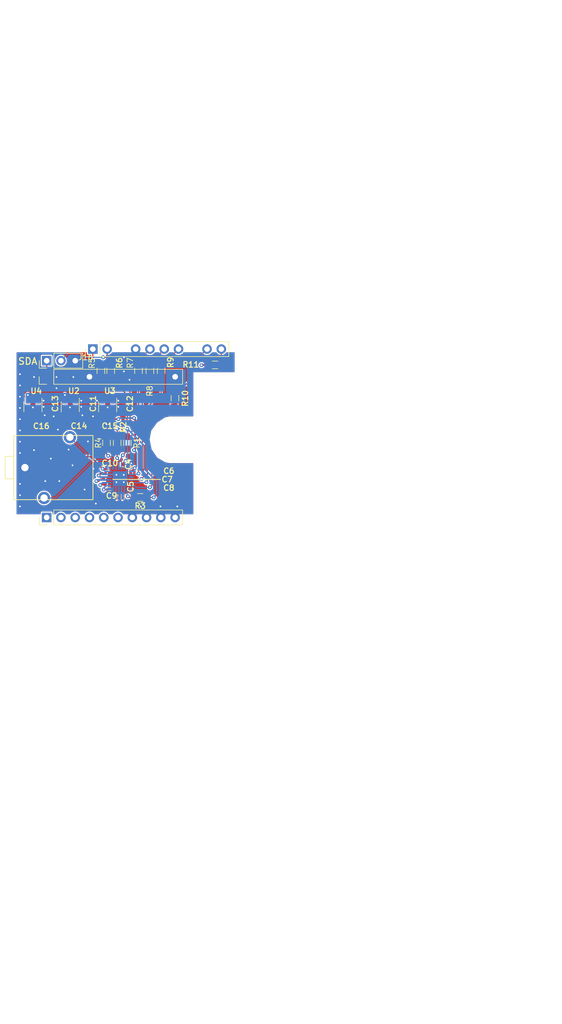
<source format=kicad_pcb>
(kicad_pcb (version 4) (host pcbnew 4.0.7-e2-6376~58~ubuntu16.04.1)

  (general
    (links 81)
    (no_connects 0)
    (area 64 14.94 164.000001 196.940001)
    (thickness 1.6)
    (drawings 12)
    (tracks 343)
    (zones 0)
    (modules 33)
    (nets 37)
  )

  (page A4)
  (layers
    (0 F.Cu signal)
    (31 B.Cu signal)
    (32 B.Adhes user)
    (33 F.Adhes user)
    (34 B.Paste user)
    (35 F.Paste user)
    (36 B.SilkS user hide)
    (37 F.SilkS user)
    (38 B.Mask user hide)
    (39 F.Mask user hide)
    (40 Dwgs.User user)
    (41 Cmts.User user)
    (42 Eco1.User user)
    (43 Eco2.User user)
    (44 Edge.Cuts user)
    (45 Margin user)
    (46 B.CrtYd user hide)
    (47 F.CrtYd user hide)
    (48 B.Fab user hide)
    (49 F.Fab user hide)
  )

  (setup
    (last_trace_width 0.3)
    (user_trace_width 0.29)
    (user_trace_width 0.3)
    (user_trace_width 1)
    (trace_clearance 0.18)
    (zone_clearance 0.2)
    (zone_45_only yes)
    (trace_min 0.18)
    (segment_width 0.15)
    (edge_width 0.01)
    (via_size 0.7)
    (via_drill 0.3)
    (via_min_size 0.7)
    (via_min_drill 0.3)
    (uvia_size 0.3)
    (uvia_drill 0.1)
    (uvias_allowed no)
    (uvia_min_size 0.2)
    (uvia_min_drill 0.1)
    (pcb_text_width 0.3)
    (pcb_text_size 1.5 1.5)
    (mod_edge_width 0.15)
    (mod_text_size 1 1)
    (mod_text_width 0.15)
    (pad_size 1.7 1.7)
    (pad_drill 1)
    (pad_to_mask_clearance 0.2)
    (aux_axis_origin 0 0)
    (grid_origin 10.05 199.94)
    (visible_elements FFFFFF3F)
    (pcbplotparams
      (layerselection 0x010e0_80000001)
      (usegerberextensions true)
      (excludeedgelayer true)
      (linewidth 0.100000)
      (plotframeref false)
      (viasonmask false)
      (mode 1)
      (useauxorigin false)
      (hpglpennumber 1)
      (hpglpenspeed 20)
      (hpglpendiameter 15)
      (hpglpenoverlay 2)
      (psnegative false)
      (psa4output false)
      (plotreference true)
      (plotvalue false)
      (plotinvisibletext false)
      (padsonsilk false)
      (subtractmaskfromsilk false)
      (outputformat 1)
      (mirror false)
      (drillshape 0)
      (scaleselection 1)
      (outputdirectory gerber/))
  )

  (net 0 "")
  (net 1 GND)
  (net 2 VCC)
  (net 3 "Net-(J28-Pad1)")
  (net 4 "Net-(J28-Pad2)")
  (net 5 "Net-(J28-Pad3)")
  (net 6 "Net-(J28-Pad4)")
  (net 7 "Net-(J28-Pad5)")
  (net 8 "Net-(J28-Pad6)")
  (net 9 /FPGA_AG11)
  (net 10 /FPGA_AH9)
  (net 11 /FPGA_AH12)
  (net 12 /FPGA_AH11)
  (net 13 /FPGA_AG16)
  (net 14 "Net-(U1-Pad15)")
  (net 15 /DVDDIO_3V3)
  (net 16 /DVDD)
  (net 17 /MCLK)
  (net 18 /SDIN)
  (net 19 /LRCLK)
  (net 20 /BCLK)
  (net 21 /AVDD)
  (net 22 /IRQ)
  (net 23 "Net-(U2-Pad4)")
  (net 24 "Net-(U3-Pad4)")
  (net 25 "Net-(U4-Pad4)")
  (net 26 /SCL)
  (net 27 /SDA)
  (net 28 /OUTP)
  (net 29 /OUTN)
  (net 30 "Net-(R11-Pad1)")
  (net 31 /REF)
  (net 32 /PREG)
  (net 33 /REG)
  (net 34 /MICBIAS)
  (net 35 /FPGA_AE15)
  (net 36 /FPGA_AF17)

  (net_class Default "This is the default net class."
    (clearance 0.18)
    (trace_width 0.18)
    (via_dia 0.7)
    (via_drill 0.3)
    (uvia_dia 0.3)
    (uvia_drill 0.1)
    (add_net /AVDD)
    (add_net /BCLK)
    (add_net /DVDD)
    (add_net /DVDDIO_3V3)
    (add_net /FPGA_AE15)
    (add_net /FPGA_AF17)
    (add_net /FPGA_AG11)
    (add_net /FPGA_AG16)
    (add_net /FPGA_AH11)
    (add_net /FPGA_AH12)
    (add_net /FPGA_AH9)
    (add_net /IRQ)
    (add_net /LRCLK)
    (add_net /MCLK)
    (add_net /MICBIAS)
    (add_net /OUTN)
    (add_net /OUTP)
    (add_net /PREG)
    (add_net /REF)
    (add_net /REG)
    (add_net /SCL)
    (add_net /SDA)
    (add_net /SDIN)
    (add_net GND)
    (add_net "Net-(J28-Pad1)")
    (add_net "Net-(J28-Pad2)")
    (add_net "Net-(J28-Pad3)")
    (add_net "Net-(J28-Pad4)")
    (add_net "Net-(J28-Pad5)")
    (add_net "Net-(J28-Pad6)")
    (add_net "Net-(R11-Pad1)")
    (add_net "Net-(U1-Pad15)")
    (add_net "Net-(U2-Pad4)")
    (add_net "Net-(U3-Pad4)")
    (add_net "Net-(U4-Pad4)")
    (add_net VCC)
  )

  (module custom:AUB-11_audio-jack (layer F.Cu) (tedit 5AAFB790) (tstamp 5AAC407B)
    (at 66.44 98.04)
    (path /5AA96AF2)
    (fp_text reference J1 (at 8.01 0) (layer F.SilkS) hide
      (effects (font (size 1 1) (thickness 0.2)))
    )
    (fp_text value Audio-Jack-3 (at 6 -1.3) (layer F.Fab)
      (effects (font (size 1 1) (thickness 0.15)))
    )
    (fp_line (start 0 -2) (end -1.5 -2) (layer F.SilkS) (width 0.15))
    (fp_line (start -1.5 -2) (end -1.5 2) (layer F.SilkS) (width 0.15))
    (fp_line (start -1.5 2) (end 0 2) (layer F.SilkS) (width 0.15))
    (fp_line (start 0 -5.7) (end 14.1 -5.7) (layer F.SilkS) (width 0.15))
    (fp_line (start 14.1 -5.7) (end 14.1 5.7) (layer F.SilkS) (width 0.15))
    (fp_line (start 14.1 5.7) (end 0 5.7) (layer F.SilkS) (width 0.15))
    (fp_line (start 0 5.7) (end 0 -5.7) (layer F.SilkS) (width 0.15))
    (pad 1 thru_hole circle (at 10 -5.4) (size 2.2 2.2) (drill 1.3) (layers *.Cu *.Mask)
      (net 28 /OUTP))
    (pad 2 thru_hole circle (at 5.4 5.4) (size 2.2 2.2) (drill 1.3) (layers *.Cu *.Mask)
      (net 28 /OUTP))
    (pad 3 thru_hole circle (at 2 0) (size 2.2 2.2) (drill 1.3) (layers *.Cu *.Mask)
      (net 1 GND))
  )

  (module Housings_DFN_QFN:QFN-24-1EP_4x4mm_Pitch0.5mm (layer B.Cu) (tedit 5AAFAB0C) (tstamp 5AA987D2)
    (at 85.37 99.98)
    (descr "24-Lead Plastic Quad Flat, No Lead Package (MJ) - 4x4x0.9 mm Body [QFN]; (see Microchip Packaging Specification 00000049BS.pdf)")
    (tags "QFN 0.5")
    (path /5AA9856F)
    (attr smd)
    (fp_text reference U1 (at 0 3.375) (layer B.SilkS)
      (effects (font (size 1 1) (thickness 0.15)) (justify mirror))
    )
    (fp_text value MAX9860 (at 0 -3.375) (layer B.Fab)
      (effects (font (size 1 1) (thickness 0.15)) (justify mirror))
    )
    (fp_line (start -1 2) (end 2 2) (layer B.Fab) (width 0.15))
    (fp_line (start 2 2) (end 2 -2) (layer B.Fab) (width 0.15))
    (fp_line (start 2 -2) (end -2 -2) (layer B.Fab) (width 0.15))
    (fp_line (start -2 -2) (end -2 1) (layer B.Fab) (width 0.15))
    (fp_line (start -2 1) (end -1 2) (layer B.Fab) (width 0.15))
    (fp_line (start -2.65 2.65) (end -2.65 -2.65) (layer B.CrtYd) (width 0.05))
    (fp_line (start 2.65 2.65) (end 2.65 -2.65) (layer B.CrtYd) (width 0.05))
    (fp_line (start -2.65 2.65) (end 2.65 2.65) (layer B.CrtYd) (width 0.05))
    (fp_line (start -2.65 -2.65) (end 2.65 -2.65) (layer B.CrtYd) (width 0.05))
    (fp_line (start 2.15 2.15) (end 2.15 1.625) (layer B.SilkS) (width 0.15))
    (fp_line (start -2.15 -2.15) (end -2.15 -1.625) (layer B.SilkS) (width 0.15))
    (fp_line (start 2.15 -2.15) (end 2.15 -1.625) (layer B.SilkS) (width 0.15))
    (fp_line (start -2.15 2.15) (end -1.625 2.15) (layer B.SilkS) (width 0.15))
    (fp_line (start -2.15 -2.15) (end -1.625 -2.15) (layer B.SilkS) (width 0.15))
    (fp_line (start 2.15 -2.15) (end 1.625 -2.15) (layer B.SilkS) (width 0.15))
    (fp_line (start 2.15 2.15) (end 1.625 2.15) (layer B.SilkS) (width 0.15))
    (pad 1 smd rect (at -1.96 1.25) (size 0.83 0.3) (layers B.Cu B.Paste B.Mask)
      (net 34 /MICBIAS))
    (pad 2 smd rect (at -1.95 0.75) (size 0.85 0.3) (layers B.Cu B.Paste B.Mask)
      (net 33 /REG))
    (pad 3 smd rect (at -1.95 0.25) (size 0.85 0.3) (layers B.Cu B.Paste B.Mask)
      (net 32 /PREG))
    (pad 4 smd rect (at -1.95 -0.25) (size 0.85 0.3) (layers B.Cu B.Paste B.Mask)
      (net 31 /REF))
    (pad 5 smd rect (at -1.95 -0.75) (size 0.85 0.3) (layers B.Cu B.Paste B.Mask)
      (net 1 GND))
    (pad 6 smd rect (at -1.96 -1.25) (size 0.83 0.3) (layers B.Cu B.Paste B.Mask)
      (net 21 /AVDD))
    (pad 7 smd rect (at -1.25 -1.96 270) (size 0.83 0.3) (layers B.Cu B.Paste B.Mask)
      (net 28 /OUTP))
    (pad 8 smd rect (at -0.75 -1.95 270) (size 0.85 0.3) (layers B.Cu B.Paste B.Mask)
      (net 29 /OUTN))
    (pad 9 smd rect (at -0.25 -1.95 270) (size 0.85 0.3) (layers B.Cu B.Paste B.Mask)
      (net 27 /SDA))
    (pad 10 smd rect (at 0.25 -1.95 270) (size 0.85 0.3) (layers B.Cu B.Paste B.Mask)
      (net 26 /SCL))
    (pad 11 smd rect (at 0.75 -1.95 270) (size 0.85 0.3) (layers B.Cu B.Paste B.Mask)
      (net 15 /DVDDIO_3V3))
    (pad 12 smd rect (at 1.25 -1.96 270) (size 0.83 0.3) (layers B.Cu B.Paste B.Mask)
      (net 1 GND))
    (pad 13 smd rect (at 1.96 -1.25) (size 0.83 0.3) (layers B.Cu B.Paste B.Mask)
      (net 16 /DVDD))
    (pad 14 smd rect (at 1.95 -0.75) (size 0.85 0.3) (layers B.Cu B.Paste B.Mask)
      (net 17 /MCLK))
    (pad 15 smd rect (at 1.95 -0.25) (size 0.85 0.3) (layers B.Cu B.Paste B.Mask)
      (net 14 "Net-(U1-Pad15)"))
    (pad 16 smd rect (at 1.95 0.25) (size 0.85 0.3) (layers B.Cu B.Paste B.Mask)
      (net 18 /SDIN))
    (pad 17 smd rect (at 1.95 0.75) (size 0.85 0.3) (layers B.Cu B.Paste B.Mask)
      (net 19 /LRCLK))
    (pad 18 smd rect (at 1.96 1.25) (size 0.83 0.3) (layers B.Cu B.Paste B.Mask)
      (net 20 /BCLK))
    (pad 19 smd rect (at 1.25 1.96 270) (size 0.83 0.3) (layers B.Cu B.Paste B.Mask)
      (net 22 /IRQ))
    (pad 20 smd rect (at 0.75 1.95 270) (size 0.85 0.3) (layers B.Cu B.Paste B.Mask)
      (net 1 GND))
    (pad 21 smd rect (at 0.25 1.95 270) (size 0.85 0.3) (layers B.Cu B.Paste B.Mask)
      (net 1 GND))
    (pad 22 smd rect (at -0.25 1.95 270) (size 0.85 0.3) (layers B.Cu B.Paste B.Mask)
      (net 1 GND))
    (pad 23 smd rect (at -0.75 1.95 270) (size 0.85 0.3) (layers B.Cu B.Paste B.Mask)
      (net 1 GND))
    (pad 24 smd rect (at -1.25 1.96 270) (size 0.83 0.3) (layers B.Cu B.Paste B.Mask)
      (net 1 GND))
    (pad 25 smd rect (at 0.65 -0.65) (size 1.3 1.3) (layers B.Cu B.Paste B.Mask)
      (net 1 GND) (solder_paste_margin_ratio -0.2))
    (pad 25 smd rect (at 0.65 0.65) (size 1.3 1.3) (layers B.Cu B.Paste B.Mask)
      (net 1 GND) (solder_paste_margin_ratio -0.2))
    (pad 25 smd rect (at -0.65 -0.65) (size 1.3 1.3) (layers B.Cu B.Paste B.Mask)
      (net 1 GND) (solder_paste_margin_ratio -0.2))
    (pad 25 smd rect (at -0.65 0.65) (size 1.3 1.3) (layers B.Cu B.Paste B.Mask)
      (net 1 GND) (solder_paste_margin_ratio -0.2))
    (model ${KISYS3DMOD}/Housings_DFN_QFN.3dshapes/QFN-24-1EP_4x4mm_Pitch0.5mm.wrl
      (at (xyz 0 0 0))
      (scale (xyz 1 1 1))
      (rotate (xyz 0 0 0))
    )
  )

  (module Pin_Headers:Pin_Header_Straight_1x10_Pitch2.54mm locked (layer F.Cu) (tedit 5AAFB5DE) (tstamp 5A68F62A)
    (at 72.3 81.9 90)
    (descr "Through hole straight pin header, 1x10, 2.54mm pitch, single row")
    (tags "Through hole pin header THT 1x10 2.54mm single row")
    (path /5A6A3D1E)
    (fp_text reference J25 (at -0.09 -0.26 180) (layer F.SilkS) hide
      (effects (font (size 1 1) (thickness 0.15)))
    )
    (fp_text value Conn_01x10 (at 0 25.19 90) (layer F.Fab)
      (effects (font (size 1 1) (thickness 0.15)))
    )
    (fp_line (start -0.635 -1.27) (end 1.27 -1.27) (layer F.Fab) (width 0.1))
    (fp_line (start 1.27 -1.27) (end 1.27 24.13) (layer F.Fab) (width 0.1))
    (fp_line (start 1.27 24.13) (end -1.27 24.13) (layer F.Fab) (width 0.1))
    (fp_line (start -1.27 24.13) (end -1.27 -0.635) (layer F.Fab) (width 0.1))
    (fp_line (start -1.27 -0.635) (end -0.635 -1.27) (layer F.Fab) (width 0.1))
    (fp_line (start -1.33 24.19) (end 1.33 24.19) (layer F.SilkS) (width 0.12))
    (fp_line (start -1.33 1.27) (end -1.33 24.19) (layer F.SilkS) (width 0.12))
    (fp_line (start 1.33 1.27) (end 1.33 24.19) (layer F.SilkS) (width 0.12))
    (fp_line (start -1.33 1.27) (end 1.33 1.27) (layer F.SilkS) (width 0.12))
    (fp_line (start -1.33 0) (end -1.33 -1.33) (layer F.SilkS) (width 0.12))
    (fp_line (start -1.33 -1.33) (end 0 -1.33) (layer F.SilkS) (width 0.12))
    (fp_line (start -1.8 -1.8) (end -1.8 24.65) (layer F.CrtYd) (width 0.05))
    (fp_line (start -1.8 24.65) (end 1.8 24.65) (layer F.CrtYd) (width 0.05))
    (fp_line (start 1.8 24.65) (end 1.8 -1.8) (layer F.CrtYd) (width 0.05))
    (fp_line (start 1.8 -1.8) (end -1.8 -1.8) (layer F.CrtYd) (width 0.05))
    (fp_text user %R (at 0 11.43 180) (layer F.Fab)
      (effects (font (size 1 1) (thickness 0.15)))
    )
    (pad 4 thru_hole oval (at 0 7.62 90) (size 1.7 1.7) (drill 1) (layers *.Cu *.Mask)
      (net 1 GND))
    (pad 10 thru_hole oval (at 0 22.86 90) (size 1.7 1.7) (drill 1) (layers *.Cu *.Mask)
      (net 2 VCC))
    (model ${KISYS3DMOD}/Pin_Headers.3dshapes/Pin_Header_Straight_1x10_Pitch2.54mm.wrl
      (at (xyz 0 0 0))
      (scale (xyz 1 1 1))
      (rotate (xyz 0 0 0))
    )
  )

  (module Pin_Headers:Pin_Header_Straight_1x10_Pitch2.54mm locked (layer F.Cu) (tedit 5AAF814C) (tstamp 5A26C3B5)
    (at 80.52 76.98 90)
    (descr "Through hole straight pin header, 1x10, 2.54mm pitch, single row")
    (tags "Through hole pin header THT 1x10 2.54mm single row")
    (path /5A26EC1E)
    (fp_text reference J16 (at -1.46 -1.27 180) (layer F.SilkS)
      (effects (font (size 1 1) (thickness 0.15)))
    )
    (fp_text value Conn_01x10 (at 0 25.19 90) (layer F.Fab)
      (effects (font (size 1 1) (thickness 0.15)))
    )
    (fp_line (start -0.635 -1.27) (end 1.27 -1.27) (layer F.Fab) (width 0.1))
    (fp_line (start 1.27 -1.27) (end 1.27 24.13) (layer F.Fab) (width 0.1))
    (fp_line (start 1.27 24.13) (end -1.27 24.13) (layer F.Fab) (width 0.1))
    (fp_line (start -1.27 24.13) (end -1.27 -0.635) (layer F.Fab) (width 0.1))
    (fp_line (start -1.27 -0.635) (end -0.635 -1.27) (layer F.Fab) (width 0.1))
    (fp_line (start -1.33 24.19) (end 1.33 24.19) (layer F.SilkS) (width 0.12))
    (fp_line (start -1.33 1.27) (end -1.33 24.19) (layer F.SilkS) (width 0.12))
    (fp_line (start 1.33 1.27) (end 1.33 24.19) (layer F.SilkS) (width 0.12))
    (fp_line (start -1.33 1.27) (end 1.33 1.27) (layer F.SilkS) (width 0.12))
    (fp_line (start -1.33 0) (end -1.33 -1.33) (layer F.SilkS) (width 0.12))
    (fp_line (start -1.33 -1.33) (end 0 -1.33) (layer F.SilkS) (width 0.12))
    (fp_line (start -1.8 -1.8) (end -1.8 24.65) (layer F.CrtYd) (width 0.05))
    (fp_line (start -1.8 24.65) (end 1.8 24.65) (layer F.CrtYd) (width 0.05))
    (fp_line (start 1.8 24.65) (end 1.8 -1.8) (layer F.CrtYd) (width 0.05))
    (fp_line (start 1.8 -1.8) (end -1.8 -1.8) (layer F.CrtYd) (width 0.05))
    (fp_text user %R (at 0 11.43 180) (layer F.Fab)
      (effects (font (size 1 1) (thickness 0.15)))
    )
    (pad 1 thru_hole rect (at 0 0 90) (size 1.7 1.7) (drill 1) (layers *.Cu *.Mask)
      (net 9 /FPGA_AG11))
    (pad 2 thru_hole oval (at 0 2.54 90) (size 1.7 1.7) (drill 1) (layers *.Cu *.Mask)
      (net 10 /FPGA_AH9))
    (pad 4 thru_hole oval (at 0 7.62 90) (size 1.7 1.7) (drill 1) (layers *.Cu *.Mask)
      (net 1 GND))
    (pad 5 thru_hole oval (at 0 10.16 90) (size 1.7 1.7) (drill 1) (layers *.Cu *.Mask)
      (net 11 /FPGA_AH12))
    (pad 6 thru_hole oval (at 0 12.7 90) (size 1.7 1.7) (drill 1) (layers *.Cu *.Mask)
      (net 12 /FPGA_AH11))
    (pad 7 thru_hole oval (at 0 15.24 90) (size 1.7 1.7) (drill 1) (layers *.Cu *.Mask)
      (net 13 /FPGA_AG16))
    (pad 9 thru_hole oval (at 0 20.32 90) (size 1.7 1.7) (drill 1) (layers *.Cu *.Mask)
      (net 35 /FPGA_AE15))
    (pad 10 thru_hole oval (at 0 22.86 90) (size 1.7 1.7) (drill 1) (layers *.Cu *.Mask)
      (net 36 /FPGA_AF17))
    (model ${KISYS3DMOD}/Pin_Headers.3dshapes/Pin_Header_Straight_1x10_Pitch2.54mm.wrl
      (at (xyz 0 0 0))
      (scale (xyz 1 1 1))
      (rotate (xyz 0 0 0))
    )
  )

  (module Pin_Headers:Pin_Header_Straight_1x10_Pitch2.54mm locked (layer F.Cu) (tedit 5AAFB5EA) (tstamp 5A69C9E0)
    (at 72.3 106.9 90)
    (descr "Through hole straight pin header, 1x10, 2.54mm pitch, single row")
    (tags "Through hole pin header THT 1x10 2.54mm single row")
    (path /5A69DE2E)
    (fp_text reference J28 (at 2.02 -0.41 180) (layer F.SilkS) hide
      (effects (font (size 1 1) (thickness 0.15)))
    )
    (fp_text value Conn_01x10 (at 0 25.19 90) (layer F.Fab)
      (effects (font (size 1 1) (thickness 0.15)))
    )
    (fp_line (start -0.635 -1.27) (end 1.27 -1.27) (layer F.Fab) (width 0.1))
    (fp_line (start 1.27 -1.27) (end 1.27 24.13) (layer F.Fab) (width 0.1))
    (fp_line (start 1.27 24.13) (end -1.27 24.13) (layer F.Fab) (width 0.1))
    (fp_line (start -1.27 24.13) (end -1.27 -0.635) (layer F.Fab) (width 0.1))
    (fp_line (start -1.27 -0.635) (end -0.635 -1.27) (layer F.Fab) (width 0.1))
    (fp_line (start -1.33 24.19) (end 1.33 24.19) (layer F.SilkS) (width 0.12))
    (fp_line (start -1.33 1.27) (end -1.33 24.19) (layer F.SilkS) (width 0.12))
    (fp_line (start 1.33 1.27) (end 1.33 24.19) (layer F.SilkS) (width 0.12))
    (fp_line (start -1.33 1.27) (end 1.33 1.27) (layer F.SilkS) (width 0.12))
    (fp_line (start -1.33 0) (end -1.33 -1.33) (layer F.SilkS) (width 0.12))
    (fp_line (start -1.33 -1.33) (end 0 -1.33) (layer F.SilkS) (width 0.12))
    (fp_line (start -1.8 -1.8) (end -1.8 24.65) (layer F.CrtYd) (width 0.05))
    (fp_line (start -1.8 24.65) (end 1.8 24.65) (layer F.CrtYd) (width 0.05))
    (fp_line (start 1.8 24.65) (end 1.8 -1.8) (layer F.CrtYd) (width 0.05))
    (fp_line (start 1.8 -1.8) (end -1.8 -1.8) (layer F.CrtYd) (width 0.05))
    (fp_text user %R (at 0 11.43 180) (layer F.Fab)
      (effects (font (size 1 1) (thickness 0.15)))
    )
    (pad 1 thru_hole rect (at 0 0 90) (size 1.7 1.7) (drill 1) (layers *.Cu *.Mask)
      (net 3 "Net-(J28-Pad1)"))
    (pad 2 thru_hole oval (at 0 2.54 90) (size 1.7 1.7) (drill 1) (layers *.Cu *.Mask)
      (net 4 "Net-(J28-Pad2)"))
    (pad 3 thru_hole oval (at 0 5.08 90) (size 1.7 1.7) (drill 1) (layers *.Cu *.Mask)
      (net 5 "Net-(J28-Pad3)"))
    (pad 4 thru_hole oval (at 0 7.62 90) (size 1.7 1.7) (drill 1) (layers *.Cu *.Mask)
      (net 6 "Net-(J28-Pad4)"))
    (pad 5 thru_hole oval (at 0 10.16 90) (size 1.7 1.7) (drill 1) (layers *.Cu *.Mask)
      (net 7 "Net-(J28-Pad5)"))
    (pad 6 thru_hole oval (at 0 12.7 90) (size 1.7 1.7) (drill 1) (layers *.Cu *.Mask)
      (net 8 "Net-(J28-Pad6)"))
    (pad 7 thru_hole oval (at 0 15.24 90) (size 1.7 1.7) (drill 1) (layers *.Cu *.Mask)
      (net 1 GND))
    (pad 8 thru_hole oval (at 0 17.78 90) (size 1.7 1.7) (drill 1) (layers *.Cu *.Mask)
      (net 1 GND))
    (pad 9 thru_hole oval (at 0 20.32 90) (size 1.7 1.7) (drill 1) (layers *.Cu *.Mask)
      (net 1 GND))
    (pad 10 thru_hole oval (at 0 22.86 90) (size 1.7 1.7) (drill 1) (layers *.Cu *.Mask)
      (net 1 GND))
    (model ${KISYS3DMOD}/Pin_Headers.3dshapes/Pin_Header_Straight_1x10_Pitch2.54mm.wrl
      (at (xyz 0 0 0))
      (scale (xyz 1 1 1))
      (rotate (xyz 0 0 0))
    )
  )

  (module Capacitors_SMD:C_0402_NoSilk (layer F.Cu) (tedit 5AAF8551) (tstamp 5AABE2C6)
    (at 85.75 98.04 270)
    (descr "Capacitor SMD 0402, reflow soldering, AVX (see smccp.pdf)")
    (tags "capacitor 0402")
    (path /5AAC13B4)
    (attr smd)
    (fp_text reference C4 (at -0.6 -1.1 270) (layer F.SilkS)
      (effects (font (size 1 1) (thickness 0.2)))
    )
    (fp_text value 1uF (at 0 1.27 270) (layer F.Fab)
      (effects (font (size 1 1) (thickness 0.15)))
    )
    (fp_text user %R (at 0 -1.27 270) (layer F.Fab)
      (effects (font (size 1 1) (thickness 0.15)))
    )
    (fp_line (start -0.5 0.25) (end -0.5 -0.25) (layer F.Fab) (width 0.1))
    (fp_line (start 0.5 0.25) (end -0.5 0.25) (layer F.Fab) (width 0.1))
    (fp_line (start 0.5 -0.25) (end 0.5 0.25) (layer F.Fab) (width 0.1))
    (fp_line (start -0.5 -0.25) (end 0.5 -0.25) (layer F.Fab) (width 0.1))
    (fp_line (start -1 -0.4) (end 1 -0.4) (layer F.CrtYd) (width 0.05))
    (fp_line (start -1 -0.4) (end -1 0.4) (layer F.CrtYd) (width 0.05))
    (fp_line (start 1 0.4) (end 1 -0.4) (layer F.CrtYd) (width 0.05))
    (fp_line (start 1 0.4) (end -1 0.4) (layer F.CrtYd) (width 0.05))
    (pad 1 smd rect (at -0.55 0 270) (size 0.6 0.5) (layers F.Cu F.Paste F.Mask)
      (net 15 /DVDDIO_3V3))
    (pad 2 smd rect (at 0.55 0 270) (size 0.6 0.5) (layers F.Cu F.Paste F.Mask)
      (net 1 GND))
    (model Capacitors_SMD.3dshapes/C_0402.wrl
      (at (xyz 0 0 0))
      (scale (xyz 1 1 1))
      (rotate (xyz 0 0 0))
    )
  )

  (module Capacitors_SMD:C_0402_NoSilk (layer F.Cu) (tedit 5AAF84F5) (tstamp 5AABE2CC)
    (at 87.25 99.34 270)
    (descr "Capacitor SMD 0402, reflow soldering, AVX (see smccp.pdf)")
    (tags "capacitor 0402")
    (path /5AABFE3B)
    (attr smd)
    (fp_text reference C5 (at 2.1 0 270) (layer F.SilkS)
      (effects (font (size 1 1) (thickness 0.2)))
    )
    (fp_text value 1uF (at 0 1.27 270) (layer F.Fab)
      (effects (font (size 1 1) (thickness 0.15)))
    )
    (fp_text user %R (at 0 -1.27 270) (layer F.Fab)
      (effects (font (size 1 1) (thickness 0.15)))
    )
    (fp_line (start -0.5 0.25) (end -0.5 -0.25) (layer F.Fab) (width 0.1))
    (fp_line (start 0.5 0.25) (end -0.5 0.25) (layer F.Fab) (width 0.1))
    (fp_line (start 0.5 -0.25) (end 0.5 0.25) (layer F.Fab) (width 0.1))
    (fp_line (start -0.5 -0.25) (end 0.5 -0.25) (layer F.Fab) (width 0.1))
    (fp_line (start -1 -0.4) (end 1 -0.4) (layer F.CrtYd) (width 0.05))
    (fp_line (start -1 -0.4) (end -1 0.4) (layer F.CrtYd) (width 0.05))
    (fp_line (start 1 0.4) (end 1 -0.4) (layer F.CrtYd) (width 0.05))
    (fp_line (start 1 0.4) (end -1 0.4) (layer F.CrtYd) (width 0.05))
    (pad 1 smd rect (at -0.55 0 270) (size 0.6 0.5) (layers F.Cu F.Paste F.Mask)
      (net 16 /DVDD))
    (pad 2 smd rect (at 0.55 0 270) (size 0.6 0.5) (layers F.Cu F.Paste F.Mask)
      (net 1 GND))
    (model Capacitors_SMD.3dshapes/C_0402.wrl
      (at (xyz 0 0 0))
      (scale (xyz 1 1 1))
      (rotate (xyz 0 0 0))
    )
  )

  (module Capacitors_SMD:C_0402_NoSilk (layer F.Cu) (tedit 5AAF8584) (tstamp 5AABE2D2)
    (at 83.25 99.14)
    (descr "Capacitor SMD 0402, reflow soldering, AVX (see smccp.pdf)")
    (tags "capacitor 0402")
    (path /5AAC086C)
    (attr smd)
    (fp_text reference C6 (at 10.8 -0.5) (layer F.SilkS)
      (effects (font (size 1 1) (thickness 0.2)))
    )
    (fp_text value 2.2uF (at 0 1.27) (layer F.Fab)
      (effects (font (size 1 1) (thickness 0.15)))
    )
    (fp_text user %R (at 0 -1.27) (layer F.Fab)
      (effects (font (size 1 1) (thickness 0.15)))
    )
    (fp_line (start -0.5 0.25) (end -0.5 -0.25) (layer F.Fab) (width 0.1))
    (fp_line (start 0.5 0.25) (end -0.5 0.25) (layer F.Fab) (width 0.1))
    (fp_line (start 0.5 -0.25) (end 0.5 0.25) (layer F.Fab) (width 0.1))
    (fp_line (start -0.5 -0.25) (end 0.5 -0.25) (layer F.Fab) (width 0.1))
    (fp_line (start -1 -0.4) (end 1 -0.4) (layer F.CrtYd) (width 0.05))
    (fp_line (start -1 -0.4) (end -1 0.4) (layer F.CrtYd) (width 0.05))
    (fp_line (start 1 0.4) (end 1 -0.4) (layer F.CrtYd) (width 0.05))
    (fp_line (start 1 0.4) (end -1 0.4) (layer F.CrtYd) (width 0.05))
    (pad 1 smd rect (at -0.55 0) (size 0.6 0.5) (layers F.Cu F.Paste F.Mask)
      (net 31 /REF))
    (pad 2 smd rect (at 0.55 0) (size 0.6 0.5) (layers F.Cu F.Paste F.Mask)
      (net 1 GND))
    (model Capacitors_SMD.3dshapes/C_0402.wrl
      (at (xyz 0 0 0))
      (scale (xyz 1 1 1))
      (rotate (xyz 0 0 0))
    )
  )

  (module Capacitors_SMD:C_0402_NoSilk (layer F.Cu) (tedit 5AAF8587) (tstamp 5AABE2D8)
    (at 82.95 100.14)
    (descr "Capacitor SMD 0402, reflow soldering, AVX (see smccp.pdf)")
    (tags "capacitor 0402")
    (path /5AAC0993)
    (attr smd)
    (fp_text reference C7 (at 10.8 0) (layer F.SilkS)
      (effects (font (size 1 1) (thickness 0.2)))
    )
    (fp_text value 1uF (at 0 1.27) (layer F.Fab)
      (effects (font (size 1 1) (thickness 0.15)))
    )
    (fp_text user %R (at 0 -1.27) (layer F.Fab)
      (effects (font (size 1 1) (thickness 0.15)))
    )
    (fp_line (start -0.5 0.25) (end -0.5 -0.25) (layer F.Fab) (width 0.1))
    (fp_line (start 0.5 0.25) (end -0.5 0.25) (layer F.Fab) (width 0.1))
    (fp_line (start 0.5 -0.25) (end 0.5 0.25) (layer F.Fab) (width 0.1))
    (fp_line (start -0.5 -0.25) (end 0.5 -0.25) (layer F.Fab) (width 0.1))
    (fp_line (start -1 -0.4) (end 1 -0.4) (layer F.CrtYd) (width 0.05))
    (fp_line (start -1 -0.4) (end -1 0.4) (layer F.CrtYd) (width 0.05))
    (fp_line (start 1 0.4) (end 1 -0.4) (layer F.CrtYd) (width 0.05))
    (fp_line (start 1 0.4) (end -1 0.4) (layer F.CrtYd) (width 0.05))
    (pad 1 smd rect (at -0.55 0) (size 0.6 0.5) (layers F.Cu F.Paste F.Mask)
      (net 32 /PREG))
    (pad 2 smd rect (at 0.55 0) (size 0.6 0.5) (layers F.Cu F.Paste F.Mask)
      (net 1 GND))
    (model Capacitors_SMD.3dshapes/C_0402.wrl
      (at (xyz 0 0 0))
      (scale (xyz 1 1 1))
      (rotate (xyz 0 0 0))
    )
  )

  (module Capacitors_SMD:C_0402_NoSilk (layer F.Cu) (tedit 5AAF858A) (tstamp 5AABE2DE)
    (at 83.25 101.04)
    (descr "Capacitor SMD 0402, reflow soldering, AVX (see smccp.pdf)")
    (tags "capacitor 0402")
    (path /5AAC0DA3)
    (attr smd)
    (fp_text reference C8 (at 10.8 0.6) (layer F.SilkS)
      (effects (font (size 1 1) (thickness 0.2)))
    )
    (fp_text value 1uF (at 0 1.27) (layer F.Fab)
      (effects (font (size 1 1) (thickness 0.15)))
    )
    (fp_text user %R (at 0 -1.27) (layer F.Fab)
      (effects (font (size 1 1) (thickness 0.15)))
    )
    (fp_line (start -0.5 0.25) (end -0.5 -0.25) (layer F.Fab) (width 0.1))
    (fp_line (start 0.5 0.25) (end -0.5 0.25) (layer F.Fab) (width 0.1))
    (fp_line (start 0.5 -0.25) (end 0.5 0.25) (layer F.Fab) (width 0.1))
    (fp_line (start -0.5 -0.25) (end 0.5 -0.25) (layer F.Fab) (width 0.1))
    (fp_line (start -1 -0.4) (end 1 -0.4) (layer F.CrtYd) (width 0.05))
    (fp_line (start -1 -0.4) (end -1 0.4) (layer F.CrtYd) (width 0.05))
    (fp_line (start 1 0.4) (end 1 -0.4) (layer F.CrtYd) (width 0.05))
    (fp_line (start 1 0.4) (end -1 0.4) (layer F.CrtYd) (width 0.05))
    (pad 1 smd rect (at -0.55 0) (size 0.6 0.5) (layers F.Cu F.Paste F.Mask)
      (net 33 /REG))
    (pad 2 smd rect (at 0.55 0) (size 0.6 0.5) (layers F.Cu F.Paste F.Mask)
      (net 1 GND))
    (model Capacitors_SMD.3dshapes/C_0402.wrl
      (at (xyz 0 0 0))
      (scale (xyz 1 1 1))
      (rotate (xyz 0 0 0))
    )
  )

  (module Capacitors_SMD:C_0402_NoSilk (layer F.Cu) (tedit 5AAF8538) (tstamp 5AABE2E4)
    (at 83.85 101.94)
    (descr "Capacitor SMD 0402, reflow soldering, AVX (see smccp.pdf)")
    (tags "capacitor 0402")
    (path /5AAC0E2C)
    (attr smd)
    (fp_text reference C9 (at 0 1.1) (layer F.SilkS)
      (effects (font (size 1 1) (thickness 0.2)))
    )
    (fp_text value 1uF (at 0 1.27) (layer F.Fab)
      (effects (font (size 1 1) (thickness 0.15)))
    )
    (fp_text user %R (at 0 -1.27) (layer F.Fab)
      (effects (font (size 1 1) (thickness 0.15)))
    )
    (fp_line (start -0.5 0.25) (end -0.5 -0.25) (layer F.Fab) (width 0.1))
    (fp_line (start 0.5 0.25) (end -0.5 0.25) (layer F.Fab) (width 0.1))
    (fp_line (start 0.5 -0.25) (end 0.5 0.25) (layer F.Fab) (width 0.1))
    (fp_line (start -0.5 -0.25) (end 0.5 -0.25) (layer F.Fab) (width 0.1))
    (fp_line (start -1 -0.4) (end 1 -0.4) (layer F.CrtYd) (width 0.05))
    (fp_line (start -1 -0.4) (end -1 0.4) (layer F.CrtYd) (width 0.05))
    (fp_line (start 1 0.4) (end 1 -0.4) (layer F.CrtYd) (width 0.05))
    (fp_line (start 1 0.4) (end -1 0.4) (layer F.CrtYd) (width 0.05))
    (pad 1 smd rect (at -0.55 0) (size 0.6 0.5) (layers F.Cu F.Paste F.Mask)
      (net 34 /MICBIAS))
    (pad 2 smd rect (at 0.55 0) (size 0.6 0.5) (layers F.Cu F.Paste F.Mask)
      (net 1 GND))
    (model Capacitors_SMD.3dshapes/C_0402.wrl
      (at (xyz 0 0 0))
      (scale (xyz 1 1 1))
      (rotate (xyz 0 0 0))
    )
  )

  (module Capacitors_SMD:C_0402_NoSilk (layer F.Cu) (tedit 5AAF8548) (tstamp 5AABE2EA)
    (at 83.55 98.24)
    (descr "Capacitor SMD 0402, reflow soldering, AVX (see smccp.pdf)")
    (tags "capacitor 0402")
    (path /5AAC0FA4)
    (attr smd)
    (fp_text reference C10 (at 0 -1) (layer F.SilkS)
      (effects (font (size 1 1) (thickness 0.2)))
    )
    (fp_text value 1uF (at 0 1.27) (layer F.Fab)
      (effects (font (size 1 1) (thickness 0.15)))
    )
    (fp_text user %R (at 0 -1.27) (layer F.Fab)
      (effects (font (size 1 1) (thickness 0.15)))
    )
    (fp_line (start -0.5 0.25) (end -0.5 -0.25) (layer F.Fab) (width 0.1))
    (fp_line (start 0.5 0.25) (end -0.5 0.25) (layer F.Fab) (width 0.1))
    (fp_line (start 0.5 -0.25) (end 0.5 0.25) (layer F.Fab) (width 0.1))
    (fp_line (start -0.5 -0.25) (end 0.5 -0.25) (layer F.Fab) (width 0.1))
    (fp_line (start -1 -0.4) (end 1 -0.4) (layer F.CrtYd) (width 0.05))
    (fp_line (start -1 -0.4) (end -1 0.4) (layer F.CrtYd) (width 0.05))
    (fp_line (start 1 0.4) (end 1 -0.4) (layer F.CrtYd) (width 0.05))
    (fp_line (start 1 0.4) (end -1 0.4) (layer F.CrtYd) (width 0.05))
    (pad 1 smd rect (at -0.55 0) (size 0.6 0.5) (layers F.Cu F.Paste F.Mask)
      (net 21 /AVDD))
    (pad 2 smd rect (at 0.55 0) (size 0.6 0.5) (layers F.Cu F.Paste F.Mask)
      (net 1 GND))
    (model Capacitors_SMD.3dshapes/C_0402.wrl
      (at (xyz 0 0 0))
      (scale (xyz 1 1 1))
      (rotate (xyz 0 0 0))
    )
  )

  (module Resistors_SMD:R_0603_HandSoldering (layer F.Cu) (tedit 58E0A804) (tstamp 5AABE2F0)
    (at 86.65 93.64 90)
    (descr "Resistor SMD 0603, hand soldering")
    (tags "resistor 0603")
    (path /5AABE3CC)
    (attr smd)
    (fp_text reference R1 (at 0 1.7 90) (layer F.SilkS)
      (effects (font (size 1 1) (thickness 0.15)))
    )
    (fp_text value R (at 0 1.55 90) (layer F.Fab)
      (effects (font (size 1 1) (thickness 0.15)))
    )
    (fp_text user %R (at 0 0 90) (layer F.Fab)
      (effects (font (size 0.4 0.4) (thickness 0.075)))
    )
    (fp_line (start -0.8 0.4) (end -0.8 -0.4) (layer F.Fab) (width 0.1))
    (fp_line (start 0.8 0.4) (end -0.8 0.4) (layer F.Fab) (width 0.1))
    (fp_line (start 0.8 -0.4) (end 0.8 0.4) (layer F.Fab) (width 0.1))
    (fp_line (start -0.8 -0.4) (end 0.8 -0.4) (layer F.Fab) (width 0.1))
    (fp_line (start 0.5 0.68) (end -0.5 0.68) (layer F.SilkS) (width 0.12))
    (fp_line (start -0.5 -0.68) (end 0.5 -0.68) (layer F.SilkS) (width 0.12))
    (fp_line (start -1.96 -0.7) (end 1.95 -0.7) (layer F.CrtYd) (width 0.05))
    (fp_line (start -1.96 -0.7) (end -1.96 0.7) (layer F.CrtYd) (width 0.05))
    (fp_line (start 1.95 0.7) (end 1.95 -0.7) (layer F.CrtYd) (width 0.05))
    (fp_line (start 1.95 0.7) (end -1.96 0.7) (layer F.CrtYd) (width 0.05))
    (pad 1 smd rect (at -1.1 0 90) (size 1.2 0.9) (layers F.Cu F.Paste F.Mask)
      (net 26 /SCL))
    (pad 2 smd rect (at 1.1 0 90) (size 1.2 0.9) (layers F.Cu F.Paste F.Mask)
      (net 15 /DVDDIO_3V3))
    (model ${KISYS3DMOD}/Resistors_SMD.3dshapes/R_0603.wrl
      (at (xyz 0 0 0))
      (scale (xyz 1 1 1))
      (rotate (xyz 0 0 0))
    )
  )

  (module Resistors_SMD:R_0603_HandSoldering (layer F.Cu) (tedit 5AAF8473) (tstamp 5AABE2F6)
    (at 84.85 93.64 270)
    (descr "Resistor SMD 0603, hand soldering")
    (tags "resistor 0603")
    (path /5AABE2FE)
    (attr smd)
    (fp_text reference R2 (at -2.8 -1.1 270) (layer F.SilkS)
      (effects (font (size 1 1) (thickness 0.2)))
    )
    (fp_text value R (at 0 1.55 270) (layer F.Fab)
      (effects (font (size 1 1) (thickness 0.15)))
    )
    (fp_text user %R (at 0 0 270) (layer F.Fab)
      (effects (font (size 0.4 0.4) (thickness 0.075)))
    )
    (fp_line (start -0.8 0.4) (end -0.8 -0.4) (layer F.Fab) (width 0.1))
    (fp_line (start 0.8 0.4) (end -0.8 0.4) (layer F.Fab) (width 0.1))
    (fp_line (start 0.8 -0.4) (end 0.8 0.4) (layer F.Fab) (width 0.1))
    (fp_line (start -0.8 -0.4) (end 0.8 -0.4) (layer F.Fab) (width 0.1))
    (fp_line (start 0.5 0.68) (end -0.5 0.68) (layer F.SilkS) (width 0.12))
    (fp_line (start -0.5 -0.68) (end 0.5 -0.68) (layer F.SilkS) (width 0.12))
    (fp_line (start -1.96 -0.7) (end 1.95 -0.7) (layer F.CrtYd) (width 0.05))
    (fp_line (start -1.96 -0.7) (end -1.96 0.7) (layer F.CrtYd) (width 0.05))
    (fp_line (start 1.95 0.7) (end 1.95 -0.7) (layer F.CrtYd) (width 0.05))
    (fp_line (start 1.95 0.7) (end -1.96 0.7) (layer F.CrtYd) (width 0.05))
    (pad 1 smd rect (at -1.1 0 270) (size 1.2 0.9) (layers F.Cu F.Paste F.Mask)
      (net 15 /DVDDIO_3V3))
    (pad 2 smd rect (at 1.1 0 270) (size 1.2 0.9) (layers F.Cu F.Paste F.Mask)
      (net 27 /SDA))
    (model ${KISYS3DMOD}/Resistors_SMD.3dshapes/R_0603.wrl
      (at (xyz 0 0 0))
      (scale (xyz 1 1 1))
      (rotate (xyz 0 0 0))
    )
  )

  (module Resistors_SMD:R_0603_HandSoldering (layer F.Cu) (tedit 5AAF841C) (tstamp 5AABE2FC)
    (at 88.95 103.34 180)
    (descr "Resistor SMD 0603, hand soldering")
    (tags "resistor 0603")
    (path /5AABE0F0)
    (attr smd)
    (fp_text reference R3 (at 0 -1.5 180) (layer F.SilkS)
      (effects (font (size 1 1) (thickness 0.2)))
    )
    (fp_text value R (at 0 1.55 180) (layer F.Fab)
      (effects (font (size 1 1) (thickness 0.15)))
    )
    (fp_text user %R (at 0 0 180) (layer F.Fab)
      (effects (font (size 0.4 0.4) (thickness 0.075)))
    )
    (fp_line (start -0.8 0.4) (end -0.8 -0.4) (layer F.Fab) (width 0.1))
    (fp_line (start 0.8 0.4) (end -0.8 0.4) (layer F.Fab) (width 0.1))
    (fp_line (start 0.8 -0.4) (end 0.8 0.4) (layer F.Fab) (width 0.1))
    (fp_line (start -0.8 -0.4) (end 0.8 -0.4) (layer F.Fab) (width 0.1))
    (fp_line (start 0.5 0.68) (end -0.5 0.68) (layer F.SilkS) (width 0.12))
    (fp_line (start -0.5 -0.68) (end 0.5 -0.68) (layer F.SilkS) (width 0.12))
    (fp_line (start -1.96 -0.7) (end 1.95 -0.7) (layer F.CrtYd) (width 0.05))
    (fp_line (start -1.96 -0.7) (end -1.96 0.7) (layer F.CrtYd) (width 0.05))
    (fp_line (start 1.95 0.7) (end 1.95 -0.7) (layer F.CrtYd) (width 0.05))
    (fp_line (start 1.95 0.7) (end -1.96 0.7) (layer F.CrtYd) (width 0.05))
    (pad 1 smd rect (at -1.1 0 180) (size 1.2 0.9) (layers F.Cu F.Paste F.Mask)
      (net 15 /DVDDIO_3V3))
    (pad 2 smd rect (at 1.1 0 180) (size 1.2 0.9) (layers F.Cu F.Paste F.Mask)
      (net 22 /IRQ))
    (model ${KISYS3DMOD}/Resistors_SMD.3dshapes/R_0603.wrl
      (at (xyz 0 0 0))
      (scale (xyz 1 1 1))
      (rotate (xyz 0 0 0))
    )
  )

  (module Resistors_SMD:R_0603_HandSoldering (layer F.Cu) (tedit 58E0A804) (tstamp 5AAC3D01)
    (at 82.95 93.64 90)
    (descr "Resistor SMD 0603, hand soldering")
    (tags "resistor 0603")
    (path /5AAC3C2C)
    (attr smd)
    (fp_text reference R4 (at 0 -1.45 90) (layer F.SilkS)
      (effects (font (size 1 1) (thickness 0.15)))
    )
    (fp_text value R (at 0 1.55 90) (layer F.Fab)
      (effects (font (size 1 1) (thickness 0.15)))
    )
    (fp_text user %R (at 0 0 90) (layer F.Fab)
      (effects (font (size 0.4 0.4) (thickness 0.075)))
    )
    (fp_line (start -0.8 0.4) (end -0.8 -0.4) (layer F.Fab) (width 0.1))
    (fp_line (start 0.8 0.4) (end -0.8 0.4) (layer F.Fab) (width 0.1))
    (fp_line (start 0.8 -0.4) (end 0.8 0.4) (layer F.Fab) (width 0.1))
    (fp_line (start -0.8 -0.4) (end 0.8 -0.4) (layer F.Fab) (width 0.1))
    (fp_line (start 0.5 0.68) (end -0.5 0.68) (layer F.SilkS) (width 0.12))
    (fp_line (start -0.5 -0.68) (end 0.5 -0.68) (layer F.SilkS) (width 0.12))
    (fp_line (start -1.96 -0.7) (end 1.95 -0.7) (layer F.CrtYd) (width 0.05))
    (fp_line (start -1.96 -0.7) (end -1.96 0.7) (layer F.CrtYd) (width 0.05))
    (fp_line (start 1.95 0.7) (end 1.95 -0.7) (layer F.CrtYd) (width 0.05))
    (fp_line (start 1.95 0.7) (end -1.96 0.7) (layer F.CrtYd) (width 0.05))
    (pad 1 smd rect (at -1.1 0 90) (size 1.2 0.9) (layers F.Cu F.Paste F.Mask)
      (net 29 /OUTN))
    (pad 2 smd rect (at 1.1 0 90) (size 1.2 0.9) (layers F.Cu F.Paste F.Mask)
      (net 1 GND))
    (model ${KISYS3DMOD}/Resistors_SMD.3dshapes/R_0603.wrl
      (at (xyz 0 0 0))
      (scale (xyz 1 1 1))
      (rotate (xyz 0 0 0))
    )
  )

  (module Capacitors_SMD:C_0402_NoSilk (layer F.Cu) (tedit 5AAF8320) (tstamp 5AACD91E)
    (at 79.25 86.69 270)
    (descr "Capacitor SMD 0402, reflow soldering, AVX (see smccp.pdf)")
    (tags "capacitor 0402")
    (path /5AAD12C2)
    (attr smd)
    (fp_text reference C11 (at 0 -1.3 270) (layer F.SilkS)
      (effects (font (size 1 1) (thickness 0.2)))
    )
    (fp_text value 1uF (at 0 1.27 270) (layer F.Fab)
      (effects (font (size 1 1) (thickness 0.15)))
    )
    (fp_text user %R (at 0 -1.27 270) (layer F.Fab)
      (effects (font (size 1 1) (thickness 0.15)))
    )
    (fp_line (start -0.5 0.25) (end -0.5 -0.25) (layer F.Fab) (width 0.1))
    (fp_line (start 0.5 0.25) (end -0.5 0.25) (layer F.Fab) (width 0.1))
    (fp_line (start 0.5 -0.25) (end 0.5 0.25) (layer F.Fab) (width 0.1))
    (fp_line (start -0.5 -0.25) (end 0.5 -0.25) (layer F.Fab) (width 0.1))
    (fp_line (start -1 -0.4) (end 1 -0.4) (layer F.CrtYd) (width 0.05))
    (fp_line (start -1 -0.4) (end -1 0.4) (layer F.CrtYd) (width 0.05))
    (fp_line (start 1 0.4) (end 1 -0.4) (layer F.CrtYd) (width 0.05))
    (fp_line (start 1 0.4) (end -1 0.4) (layer F.CrtYd) (width 0.05))
    (pad 1 smd rect (at -0.55 0 270) (size 0.6 0.5) (layers F.Cu F.Paste F.Mask)
      (net 2 VCC))
    (pad 2 smd rect (at 0.55 0 270) (size 0.6 0.5) (layers F.Cu F.Paste F.Mask)
      (net 1 GND))
    (model Capacitors_SMD.3dshapes/C_0402.wrl
      (at (xyz 0 0 0))
      (scale (xyz 1 1 1))
      (rotate (xyz 0 0 0))
    )
  )

  (module Capacitors_SMD:C_0402_NoSilk (layer F.Cu) (tedit 5AAF847C) (tstamp 5AACD924)
    (at 85.85 86.69 270)
    (descr "Capacitor SMD 0402, reflow soldering, AVX (see smccp.pdf)")
    (tags "capacitor 0402")
    (path /5AACEEF6)
    (attr smd)
    (fp_text reference C12 (at 0 -1.27 270) (layer F.SilkS)
      (effects (font (size 1 1) (thickness 0.2)))
    )
    (fp_text value 1uF (at 0 1.27 270) (layer F.Fab)
      (effects (font (size 1 1) (thickness 0.15)))
    )
    (fp_text user %R (at 0 -1.27 270) (layer F.Fab)
      (effects (font (size 1 1) (thickness 0.15)))
    )
    (fp_line (start -0.5 0.25) (end -0.5 -0.25) (layer F.Fab) (width 0.1))
    (fp_line (start 0.5 0.25) (end -0.5 0.25) (layer F.Fab) (width 0.1))
    (fp_line (start 0.5 -0.25) (end 0.5 0.25) (layer F.Fab) (width 0.1))
    (fp_line (start -0.5 -0.25) (end 0.5 -0.25) (layer F.Fab) (width 0.1))
    (fp_line (start -1 -0.4) (end 1 -0.4) (layer F.CrtYd) (width 0.05))
    (fp_line (start -1 -0.4) (end -1 0.4) (layer F.CrtYd) (width 0.05))
    (fp_line (start 1 0.4) (end 1 -0.4) (layer F.CrtYd) (width 0.05))
    (fp_line (start 1 0.4) (end -1 0.4) (layer F.CrtYd) (width 0.05))
    (pad 1 smd rect (at -0.55 0 270) (size 0.6 0.5) (layers F.Cu F.Paste F.Mask)
      (net 2 VCC))
    (pad 2 smd rect (at 0.55 0 270) (size 0.6 0.5) (layers F.Cu F.Paste F.Mask)
      (net 1 GND))
    (model Capacitors_SMD.3dshapes/C_0402.wrl
      (at (xyz 0 0 0))
      (scale (xyz 1 1 1))
      (rotate (xyz 0 0 0))
    )
  )

  (module Capacitors_SMD:C_0402_NoSilk (layer F.Cu) (tedit 5AAF821D) (tstamp 5AACD92A)
    (at 72.55 86.69 270)
    (descr "Capacitor SMD 0402, reflow soldering, AVX (see smccp.pdf)")
    (tags "capacitor 0402")
    (path /5AAD078E)
    (attr smd)
    (fp_text reference C13 (at 0 -1.27 270) (layer F.SilkS)
      (effects (font (size 1 1) (thickness 0.2)))
    )
    (fp_text value 1uF (at 0 1.27 270) (layer F.Fab)
      (effects (font (size 1 1) (thickness 0.15)))
    )
    (fp_text user %R (at 0 -1.27 270) (layer F.Fab)
      (effects (font (size 1 1) (thickness 0.15)))
    )
    (fp_line (start -0.5 0.25) (end -0.5 -0.25) (layer F.Fab) (width 0.1))
    (fp_line (start 0.5 0.25) (end -0.5 0.25) (layer F.Fab) (width 0.1))
    (fp_line (start 0.5 -0.25) (end 0.5 0.25) (layer F.Fab) (width 0.1))
    (fp_line (start -0.5 -0.25) (end 0.5 -0.25) (layer F.Fab) (width 0.1))
    (fp_line (start -1 -0.4) (end 1 -0.4) (layer F.CrtYd) (width 0.05))
    (fp_line (start -1 -0.4) (end -1 0.4) (layer F.CrtYd) (width 0.05))
    (fp_line (start 1 0.4) (end 1 -0.4) (layer F.CrtYd) (width 0.05))
    (fp_line (start 1 0.4) (end -1 0.4) (layer F.CrtYd) (width 0.05))
    (pad 1 smd rect (at -0.55 0 270) (size 0.6 0.5) (layers F.Cu F.Paste F.Mask)
      (net 2 VCC))
    (pad 2 smd rect (at 0.55 0 270) (size 0.6 0.5) (layers F.Cu F.Paste F.Mask)
      (net 1 GND))
    (model Capacitors_SMD.3dshapes/C_0402.wrl
      (at (xyz 0 0 0))
      (scale (xyz 1 1 1))
      (rotate (xyz 0 0 0))
    )
  )

  (module Capacitors_SMD:C_0402_NoSilk (layer F.Cu) (tedit 5AAF83CA) (tstamp 5AACD930)
    (at 78.05 89.54)
    (descr "Capacitor SMD 0402, reflow soldering, AVX (see smccp.pdf)")
    (tags "capacitor 0402")
    (path /5AAD12CE)
    (attr smd)
    (fp_text reference C14 (at 0 1.1) (layer F.SilkS)
      (effects (font (size 1 1) (thickness 0.2)))
    )
    (fp_text value 1uF (at 0 1.27) (layer F.Fab)
      (effects (font (size 1 1) (thickness 0.15)))
    )
    (fp_text user %R (at 0 -1.27) (layer F.Fab)
      (effects (font (size 1 1) (thickness 0.15)))
    )
    (fp_line (start -0.5 0.25) (end -0.5 -0.25) (layer F.Fab) (width 0.1))
    (fp_line (start 0.5 0.25) (end -0.5 0.25) (layer F.Fab) (width 0.1))
    (fp_line (start 0.5 -0.25) (end 0.5 0.25) (layer F.Fab) (width 0.1))
    (fp_line (start -0.5 -0.25) (end 0.5 -0.25) (layer F.Fab) (width 0.1))
    (fp_line (start -1 -0.4) (end 1 -0.4) (layer F.CrtYd) (width 0.05))
    (fp_line (start -1 -0.4) (end -1 0.4) (layer F.CrtYd) (width 0.05))
    (fp_line (start 1 0.4) (end 1 -0.4) (layer F.CrtYd) (width 0.05))
    (fp_line (start 1 0.4) (end -1 0.4) (layer F.CrtYd) (width 0.05))
    (pad 1 smd rect (at -0.55 0) (size 0.6 0.5) (layers F.Cu F.Paste F.Mask)
      (net 15 /DVDDIO_3V3))
    (pad 2 smd rect (at 0.55 0) (size 0.6 0.5) (layers F.Cu F.Paste F.Mask)
      (net 1 GND))
    (model Capacitors_SMD.3dshapes/C_0402.wrl
      (at (xyz 0 0 0))
      (scale (xyz 1 1 1))
      (rotate (xyz 0 0 0))
    )
  )

  (module Capacitors_SMD:C_0402_NoSilk (layer F.Cu) (tedit 5AAF83C1) (tstamp 5AACD936)
    (at 83.55 89.44 180)
    (descr "Capacitor SMD 0402, reflow soldering, AVX (see smccp.pdf)")
    (tags "capacitor 0402")
    (path /5AACF1FD)
    (attr smd)
    (fp_text reference C15 (at 0 -1.2 180) (layer F.SilkS)
      (effects (font (size 1 1) (thickness 0.2)))
    )
    (fp_text value 1uF (at 0 1.27 180) (layer F.Fab)
      (effects (font (size 1 1) (thickness 0.15)))
    )
    (fp_text user %R (at 0 -1.27 180) (layer F.Fab)
      (effects (font (size 1 1) (thickness 0.15)))
    )
    (fp_line (start -0.5 0.25) (end -0.5 -0.25) (layer F.Fab) (width 0.1))
    (fp_line (start 0.5 0.25) (end -0.5 0.25) (layer F.Fab) (width 0.1))
    (fp_line (start 0.5 -0.25) (end 0.5 0.25) (layer F.Fab) (width 0.1))
    (fp_line (start -0.5 -0.25) (end 0.5 -0.25) (layer F.Fab) (width 0.1))
    (fp_line (start -1 -0.4) (end 1 -0.4) (layer F.CrtYd) (width 0.05))
    (fp_line (start -1 -0.4) (end -1 0.4) (layer F.CrtYd) (width 0.05))
    (fp_line (start 1 0.4) (end 1 -0.4) (layer F.CrtYd) (width 0.05))
    (fp_line (start 1 0.4) (end -1 0.4) (layer F.CrtYd) (width 0.05))
    (pad 1 smd rect (at -0.55 0 180) (size 0.6 0.5) (layers F.Cu F.Paste F.Mask)
      (net 16 /DVDD))
    (pad 2 smd rect (at 0.55 0 180) (size 0.6 0.5) (layers F.Cu F.Paste F.Mask)
      (net 1 GND))
    (model Capacitors_SMD.3dshapes/C_0402.wrl
      (at (xyz 0 0 0))
      (scale (xyz 1 1 1))
      (rotate (xyz 0 0 0))
    )
  )

  (module Capacitors_SMD:C_0402_NoSilk (layer F.Cu) (tedit 5AAF81AC) (tstamp 5AACD93C)
    (at 71.35 89.54)
    (descr "Capacitor SMD 0402, reflow soldering, AVX (see smccp.pdf)")
    (tags "capacitor 0402")
    (path /5AAD079A)
    (attr smd)
    (fp_text reference C16 (at 0 1.125) (layer F.SilkS)
      (effects (font (size 1 1) (thickness 0.2)))
    )
    (fp_text value 1uF (at 0 1.27) (layer F.Fab)
      (effects (font (size 1 1) (thickness 0.15)))
    )
    (fp_text user %R (at 0 -1.27) (layer F.Fab)
      (effects (font (size 1 1) (thickness 0.15)))
    )
    (fp_line (start -0.5 0.25) (end -0.5 -0.25) (layer F.Fab) (width 0.1))
    (fp_line (start 0.5 0.25) (end -0.5 0.25) (layer F.Fab) (width 0.1))
    (fp_line (start 0.5 -0.25) (end 0.5 0.25) (layer F.Fab) (width 0.1))
    (fp_line (start -0.5 -0.25) (end 0.5 -0.25) (layer F.Fab) (width 0.1))
    (fp_line (start -1 -0.4) (end 1 -0.4) (layer F.CrtYd) (width 0.05))
    (fp_line (start -1 -0.4) (end -1 0.4) (layer F.CrtYd) (width 0.05))
    (fp_line (start 1 0.4) (end 1 -0.4) (layer F.CrtYd) (width 0.05))
    (fp_line (start 1 0.4) (end -1 0.4) (layer F.CrtYd) (width 0.05))
    (pad 1 smd rect (at -0.55 0) (size 0.6 0.5) (layers F.Cu F.Paste F.Mask)
      (net 21 /AVDD))
    (pad 2 smd rect (at 0.55 0) (size 0.6 0.5) (layers F.Cu F.Paste F.Mask)
      (net 1 GND))
    (model Capacitors_SMD.3dshapes/C_0402.wrl
      (at (xyz 0 0 0))
      (scale (xyz 1 1 1))
      (rotate (xyz 0 0 0))
    )
  )

  (module TO_SOT_Packages_SMD:SOT-23-5 (layer F.Cu) (tedit 5AAF838B) (tstamp 5AACD945)
    (at 76.5 87.24 270)
    (descr "5-pin SOT23 package")
    (tags SOT-23-5)
    (path /5AACE1AA)
    (attr smd)
    (fp_text reference U2 (at -2.825 -0.65 360) (layer F.SilkS)
      (effects (font (size 1 1) (thickness 0.2)))
    )
    (fp_text value TLV70033DCKR (at 0 2.9 270) (layer F.Fab)
      (effects (font (size 1 1) (thickness 0.15)))
    )
    (fp_text user %R (at 0 0 360) (layer F.Fab)
      (effects (font (size 0.5 0.5) (thickness 0.075)))
    )
    (fp_line (start -0.9 1.61) (end 0.9 1.61) (layer F.SilkS) (width 0.12))
    (fp_line (start 0.9 -1.61) (end -1.55 -1.61) (layer F.SilkS) (width 0.12))
    (fp_line (start -1.9 -1.8) (end 1.9 -1.8) (layer F.CrtYd) (width 0.05))
    (fp_line (start 1.9 -1.8) (end 1.9 1.8) (layer F.CrtYd) (width 0.05))
    (fp_line (start 1.9 1.8) (end -1.9 1.8) (layer F.CrtYd) (width 0.05))
    (fp_line (start -1.9 1.8) (end -1.9 -1.8) (layer F.CrtYd) (width 0.05))
    (fp_line (start -0.9 -0.9) (end -0.25 -1.55) (layer F.Fab) (width 0.1))
    (fp_line (start 0.9 -1.55) (end -0.25 -1.55) (layer F.Fab) (width 0.1))
    (fp_line (start -0.9 -0.9) (end -0.9 1.55) (layer F.Fab) (width 0.1))
    (fp_line (start 0.9 1.55) (end -0.9 1.55) (layer F.Fab) (width 0.1))
    (fp_line (start 0.9 -1.55) (end 0.9 1.55) (layer F.Fab) (width 0.1))
    (pad 1 smd rect (at -1.1 -0.95 270) (size 1.06 0.65) (layers F.Cu F.Paste F.Mask)
      (net 2 VCC))
    (pad 2 smd rect (at -1.1 0 270) (size 1.06 0.65) (layers F.Cu F.Paste F.Mask)
      (net 1 GND))
    (pad 3 smd rect (at -1.1 0.95 270) (size 1.06 0.65) (layers F.Cu F.Paste F.Mask)
      (net 2 VCC))
    (pad 4 smd rect (at 1.1 0.95 270) (size 1.06 0.65) (layers F.Cu F.Paste F.Mask)
      (net 23 "Net-(U2-Pad4)"))
    (pad 5 smd rect (at 1.1 -0.95 270) (size 1.06 0.65) (layers F.Cu F.Paste F.Mask)
      (net 15 /DVDDIO_3V3))
    (model ${KISYS3DMOD}/TO_SOT_Packages_SMD.3dshapes/SOT-23-5.wrl
      (at (xyz 0 0 0))
      (scale (xyz 1 1 1))
      (rotate (xyz 0 0 0))
    )
  )

  (module TO_SOT_Packages_SMD:SOT-23-5 (layer F.Cu) (tedit 5AAF8384) (tstamp 5AACD94E)
    (at 83.155 87.24 270)
    (descr "5-pin SOT23 package")
    (tags SOT-23-5)
    (path /5AACE046)
    (attr smd)
    (fp_text reference U3 (at -2.825 -0.395 360) (layer F.SilkS)
      (effects (font (size 1 1) (thickness 0.2)))
    )
    (fp_text value TLV70018DDCR (at 0 2.9 270) (layer F.Fab)
      (effects (font (size 1 1) (thickness 0.15)))
    )
    (fp_text user %R (at 0 0 360) (layer F.Fab)
      (effects (font (size 0.5 0.5) (thickness 0.075)))
    )
    (fp_line (start -0.9 1.61) (end 0.9 1.61) (layer F.SilkS) (width 0.12))
    (fp_line (start 0.9 -1.61) (end -1.55 -1.61) (layer F.SilkS) (width 0.12))
    (fp_line (start -1.9 -1.8) (end 1.9 -1.8) (layer F.CrtYd) (width 0.05))
    (fp_line (start 1.9 -1.8) (end 1.9 1.8) (layer F.CrtYd) (width 0.05))
    (fp_line (start 1.9 1.8) (end -1.9 1.8) (layer F.CrtYd) (width 0.05))
    (fp_line (start -1.9 1.8) (end -1.9 -1.8) (layer F.CrtYd) (width 0.05))
    (fp_line (start -0.9 -0.9) (end -0.25 -1.55) (layer F.Fab) (width 0.1))
    (fp_line (start 0.9 -1.55) (end -0.25 -1.55) (layer F.Fab) (width 0.1))
    (fp_line (start -0.9 -0.9) (end -0.9 1.55) (layer F.Fab) (width 0.1))
    (fp_line (start 0.9 1.55) (end -0.9 1.55) (layer F.Fab) (width 0.1))
    (fp_line (start 0.9 -1.55) (end 0.9 1.55) (layer F.Fab) (width 0.1))
    (pad 1 smd rect (at -1.1 -0.95 270) (size 1.06 0.65) (layers F.Cu F.Paste F.Mask)
      (net 2 VCC))
    (pad 2 smd rect (at -1.1 0 270) (size 1.06 0.65) (layers F.Cu F.Paste F.Mask)
      (net 1 GND))
    (pad 3 smd rect (at -1.1 0.95 270) (size 1.06 0.65) (layers F.Cu F.Paste F.Mask)
      (net 2 VCC))
    (pad 4 smd rect (at 1.1 0.95 270) (size 1.06 0.65) (layers F.Cu F.Paste F.Mask)
      (net 24 "Net-(U3-Pad4)"))
    (pad 5 smd rect (at 1.1 -0.95 270) (size 1.06 0.65) (layers F.Cu F.Paste F.Mask)
      (net 16 /DVDD))
    (model ${KISYS3DMOD}/TO_SOT_Packages_SMD.3dshapes/SOT-23-5.wrl
      (at (xyz 0 0 0))
      (scale (xyz 1 1 1))
      (rotate (xyz 0 0 0))
    )
  )

  (module TO_SOT_Packages_SMD:SOT-23-5 (layer F.Cu) (tedit 5AAF8218) (tstamp 5AACD957)
    (at 69.86 87.24 270)
    (descr "5-pin SOT23 package")
    (tags SOT-23-5)
    (path /5AAD077C)
    (attr smd)
    (fp_text reference U4 (at -2.8 -0.59 360) (layer F.SilkS)
      (effects (font (size 1 1) (thickness 0.2)))
    )
    (fp_text value TLV70018DDCR (at 0 2.9 270) (layer F.Fab)
      (effects (font (size 1 1) (thickness 0.15)))
    )
    (fp_text user %R (at 0 0 360) (layer F.Fab)
      (effects (font (size 0.5 0.5) (thickness 0.075)))
    )
    (fp_line (start -0.9 1.61) (end 0.9 1.61) (layer F.SilkS) (width 0.12))
    (fp_line (start 0.9 -1.61) (end -1.55 -1.61) (layer F.SilkS) (width 0.12))
    (fp_line (start -1.9 -1.8) (end 1.9 -1.8) (layer F.CrtYd) (width 0.05))
    (fp_line (start 1.9 -1.8) (end 1.9 1.8) (layer F.CrtYd) (width 0.05))
    (fp_line (start 1.9 1.8) (end -1.9 1.8) (layer F.CrtYd) (width 0.05))
    (fp_line (start -1.9 1.8) (end -1.9 -1.8) (layer F.CrtYd) (width 0.05))
    (fp_line (start -0.9 -0.9) (end -0.25 -1.55) (layer F.Fab) (width 0.1))
    (fp_line (start 0.9 -1.55) (end -0.25 -1.55) (layer F.Fab) (width 0.1))
    (fp_line (start -0.9 -0.9) (end -0.9 1.55) (layer F.Fab) (width 0.1))
    (fp_line (start 0.9 1.55) (end -0.9 1.55) (layer F.Fab) (width 0.1))
    (fp_line (start 0.9 -1.55) (end 0.9 1.55) (layer F.Fab) (width 0.1))
    (pad 1 smd rect (at -1.1 -0.95 270) (size 1.06 0.65) (layers F.Cu F.Paste F.Mask)
      (net 2 VCC))
    (pad 2 smd rect (at -1.1 0 270) (size 1.06 0.65) (layers F.Cu F.Paste F.Mask)
      (net 1 GND))
    (pad 3 smd rect (at -1.1 0.95 270) (size 1.06 0.65) (layers F.Cu F.Paste F.Mask)
      (net 2 VCC))
    (pad 4 smd rect (at 1.1 0.95 270) (size 1.06 0.65) (layers F.Cu F.Paste F.Mask)
      (net 25 "Net-(U4-Pad4)"))
    (pad 5 smd rect (at 1.1 -0.95 270) (size 1.06 0.65) (layers F.Cu F.Paste F.Mask)
      (net 21 /AVDD))
    (model ${KISYS3DMOD}/TO_SOT_Packages_SMD.3dshapes/SOT-23-5.wrl
      (at (xyz 0 0 0))
      (scale (xyz 1 1 1))
      (rotate (xyz 0 0 0))
    )
  )

  (module Resistors_SMD:R_0603_HandSoldering (layer F.Cu) (tedit 5AAF81FA) (tstamp 5AAE5585)
    (at 83.7 80.84 270)
    (descr "Resistor SMD 0603, hand soldering")
    (tags "resistor 0603")
    (path /5AAE58AA)
    (attr smd)
    (fp_text reference R6 (at -1.4 -1.55 270) (layer F.SilkS)
      (effects (font (size 1 1) (thickness 0.2)))
    )
    (fp_text value R (at 0 1.55 270) (layer F.Fab)
      (effects (font (size 1 1) (thickness 0.15)))
    )
    (fp_text user %R (at 0 0 270) (layer F.Fab)
      (effects (font (size 0.4 0.4) (thickness 0.075)))
    )
    (fp_line (start -0.8 0.4) (end -0.8 -0.4) (layer F.Fab) (width 0.1))
    (fp_line (start 0.8 0.4) (end -0.8 0.4) (layer F.Fab) (width 0.1))
    (fp_line (start 0.8 -0.4) (end 0.8 0.4) (layer F.Fab) (width 0.1))
    (fp_line (start -0.8 -0.4) (end 0.8 -0.4) (layer F.Fab) (width 0.1))
    (fp_line (start 0.5 0.68) (end -0.5 0.68) (layer F.SilkS) (width 0.12))
    (fp_line (start -0.5 -0.68) (end 0.5 -0.68) (layer F.SilkS) (width 0.12))
    (fp_line (start -1.96 -0.7) (end 1.95 -0.7) (layer F.CrtYd) (width 0.05))
    (fp_line (start -1.96 -0.7) (end -1.96 0.7) (layer F.CrtYd) (width 0.05))
    (fp_line (start 1.95 0.7) (end 1.95 -0.7) (layer F.CrtYd) (width 0.05))
    (fp_line (start 1.95 0.7) (end -1.96 0.7) (layer F.CrtYd) (width 0.05))
    (pad 1 smd rect (at -1.1 0 270) (size 1.2 0.9) (layers F.Cu F.Paste F.Mask)
      (net 10 /FPGA_AH9))
    (pad 2 smd rect (at 1.1 0 270) (size 1.2 0.9) (layers F.Cu F.Paste F.Mask)
      (net 26 /SCL))
    (model ${KISYS3DMOD}/Resistors_SMD.3dshapes/R_0603.wrl
      (at (xyz 0 0 0))
      (scale (xyz 1 1 1))
      (rotate (xyz 0 0 0))
    )
  )

  (module Resistors_SMD:R_0603_HandSoldering (layer F.Cu) (tedit 58E0A804) (tstamp 5AAE558B)
    (at 88.65 80.83 90)
    (descr "Resistor SMD 0603, hand soldering")
    (tags "resistor 0603")
    (path /5AAE5B6F)
    (attr smd)
    (fp_text reference R7 (at 1.39 -1.5 90) (layer F.SilkS)
      (effects (font (size 1 1) (thickness 0.15)))
    )
    (fp_text value R (at 0 1.55 90) (layer F.Fab)
      (effects (font (size 1 1) (thickness 0.15)))
    )
    (fp_text user %R (at 0 0 90) (layer F.Fab)
      (effects (font (size 0.4 0.4) (thickness 0.075)))
    )
    (fp_line (start -0.8 0.4) (end -0.8 -0.4) (layer F.Fab) (width 0.1))
    (fp_line (start 0.8 0.4) (end -0.8 0.4) (layer F.Fab) (width 0.1))
    (fp_line (start 0.8 -0.4) (end 0.8 0.4) (layer F.Fab) (width 0.1))
    (fp_line (start -0.8 -0.4) (end 0.8 -0.4) (layer F.Fab) (width 0.1))
    (fp_line (start 0.5 0.68) (end -0.5 0.68) (layer F.SilkS) (width 0.12))
    (fp_line (start -0.5 -0.68) (end 0.5 -0.68) (layer F.SilkS) (width 0.12))
    (fp_line (start -1.96 -0.7) (end 1.95 -0.7) (layer F.CrtYd) (width 0.05))
    (fp_line (start -1.96 -0.7) (end -1.96 0.7) (layer F.CrtYd) (width 0.05))
    (fp_line (start 1.95 0.7) (end 1.95 -0.7) (layer F.CrtYd) (width 0.05))
    (fp_line (start 1.95 0.7) (end -1.96 0.7) (layer F.CrtYd) (width 0.05))
    (pad 1 smd rect (at -1.1 0 90) (size 1.2 0.9) (layers F.Cu F.Paste F.Mask)
      (net 17 /MCLK))
    (pad 2 smd rect (at 1.1 0 90) (size 1.2 0.9) (layers F.Cu F.Paste F.Mask)
      (net 11 /FPGA_AH12))
    (model ${KISYS3DMOD}/Resistors_SMD.3dshapes/R_0603.wrl
      (at (xyz 0 0 0))
      (scale (xyz 1 1 1))
      (rotate (xyz 0 0 0))
    )
  )

  (module Resistors_SMD:R_0603_HandSoldering (layer F.Cu) (tedit 58E0A804) (tstamp 5AAE5591)
    (at 90.675 80.83 90)
    (descr "Resistor SMD 0603, hand soldering")
    (tags "resistor 0603")
    (path /5AAE5C20)
    (attr smd)
    (fp_text reference R8 (at -3.61 -0.025 90) (layer F.SilkS)
      (effects (font (size 1 1) (thickness 0.15)))
    )
    (fp_text value R (at 0 1.55 90) (layer F.Fab)
      (effects (font (size 1 1) (thickness 0.15)))
    )
    (fp_text user %R (at 0 0 90) (layer F.Fab)
      (effects (font (size 0.4 0.4) (thickness 0.075)))
    )
    (fp_line (start -0.8 0.4) (end -0.8 -0.4) (layer F.Fab) (width 0.1))
    (fp_line (start 0.8 0.4) (end -0.8 0.4) (layer F.Fab) (width 0.1))
    (fp_line (start 0.8 -0.4) (end 0.8 0.4) (layer F.Fab) (width 0.1))
    (fp_line (start -0.8 -0.4) (end 0.8 -0.4) (layer F.Fab) (width 0.1))
    (fp_line (start 0.5 0.68) (end -0.5 0.68) (layer F.SilkS) (width 0.12))
    (fp_line (start -0.5 -0.68) (end 0.5 -0.68) (layer F.SilkS) (width 0.12))
    (fp_line (start -1.96 -0.7) (end 1.95 -0.7) (layer F.CrtYd) (width 0.05))
    (fp_line (start -1.96 -0.7) (end -1.96 0.7) (layer F.CrtYd) (width 0.05))
    (fp_line (start 1.95 0.7) (end 1.95 -0.7) (layer F.CrtYd) (width 0.05))
    (fp_line (start 1.95 0.7) (end -1.96 0.7) (layer F.CrtYd) (width 0.05))
    (pad 1 smd rect (at -1.1 0 90) (size 1.2 0.9) (layers F.Cu F.Paste F.Mask)
      (net 18 /SDIN))
    (pad 2 smd rect (at 1.1 0 90) (size 1.2 0.9) (layers F.Cu F.Paste F.Mask)
      (net 12 /FPGA_AH11))
    (model ${KISYS3DMOD}/Resistors_SMD.3dshapes/R_0603.wrl
      (at (xyz 0 0 0))
      (scale (xyz 1 1 1))
      (rotate (xyz 0 0 0))
    )
  )

  (module Resistors_SMD:R_0603_HandSoldering (layer F.Cu) (tedit 5AAF81CA) (tstamp 5AAE5597)
    (at 92.675 80.83 90)
    (descr "Resistor SMD 0603, hand soldering")
    (tags "resistor 0603")
    (path /5AAE5C8E)
    (attr smd)
    (fp_text reference R9 (at 1.49 1.675 90) (layer F.SilkS)
      (effects (font (size 1 1) (thickness 0.2)))
    )
    (fp_text value R (at 0 1.55 90) (layer F.Fab)
      (effects (font (size 1 1) (thickness 0.15)))
    )
    (fp_text user %R (at 0 0 90) (layer F.Fab)
      (effects (font (size 0.4 0.4) (thickness 0.075)))
    )
    (fp_line (start -0.8 0.4) (end -0.8 -0.4) (layer F.Fab) (width 0.1))
    (fp_line (start 0.8 0.4) (end -0.8 0.4) (layer F.Fab) (width 0.1))
    (fp_line (start 0.8 -0.4) (end 0.8 0.4) (layer F.Fab) (width 0.1))
    (fp_line (start -0.8 -0.4) (end 0.8 -0.4) (layer F.Fab) (width 0.1))
    (fp_line (start 0.5 0.68) (end -0.5 0.68) (layer F.SilkS) (width 0.12))
    (fp_line (start -0.5 -0.68) (end 0.5 -0.68) (layer F.SilkS) (width 0.12))
    (fp_line (start -1.96 -0.7) (end 1.95 -0.7) (layer F.CrtYd) (width 0.05))
    (fp_line (start -1.96 -0.7) (end -1.96 0.7) (layer F.CrtYd) (width 0.05))
    (fp_line (start 1.95 0.7) (end 1.95 -0.7) (layer F.CrtYd) (width 0.05))
    (fp_line (start 1.95 0.7) (end -1.96 0.7) (layer F.CrtYd) (width 0.05))
    (pad 1 smd rect (at -1.1 0 90) (size 1.2 0.9) (layers F.Cu F.Paste F.Mask)
      (net 19 /LRCLK))
    (pad 2 smd rect (at 1.1 0 90) (size 1.2 0.9) (layers F.Cu F.Paste F.Mask)
      (net 13 /FPGA_AG16))
    (model ${KISYS3DMOD}/Resistors_SMD.3dshapes/R_0603.wrl
      (at (xyz 0 0 0))
      (scale (xyz 1 1 1))
      (rotate (xyz 0 0 0))
    )
  )

  (module Resistors_SMD:R_0603_HandSoldering (layer F.Cu) (tedit 5AAF8489) (tstamp 5AAE559D)
    (at 95.125 85.69 90)
    (descr "Resistor SMD 0603, hand soldering")
    (tags "resistor 0603")
    (path /5AAE6DFD)
    (attr smd)
    (fp_text reference R10 (at -0.05 1.825 90) (layer F.SilkS)
      (effects (font (size 1 1) (thickness 0.2)))
    )
    (fp_text value R (at 0 1.55 90) (layer F.Fab)
      (effects (font (size 1 1) (thickness 0.15)))
    )
    (fp_text user %R (at 0 0 90) (layer F.Fab)
      (effects (font (size 0.4 0.4) (thickness 0.075)))
    )
    (fp_line (start -0.8 0.4) (end -0.8 -0.4) (layer F.Fab) (width 0.1))
    (fp_line (start 0.8 0.4) (end -0.8 0.4) (layer F.Fab) (width 0.1))
    (fp_line (start 0.8 -0.4) (end 0.8 0.4) (layer F.Fab) (width 0.1))
    (fp_line (start -0.8 -0.4) (end 0.8 -0.4) (layer F.Fab) (width 0.1))
    (fp_line (start 0.5 0.68) (end -0.5 0.68) (layer F.SilkS) (width 0.12))
    (fp_line (start -0.5 -0.68) (end 0.5 -0.68) (layer F.SilkS) (width 0.12))
    (fp_line (start -1.96 -0.7) (end 1.95 -0.7) (layer F.CrtYd) (width 0.05))
    (fp_line (start -1.96 -0.7) (end -1.96 0.7) (layer F.CrtYd) (width 0.05))
    (fp_line (start 1.95 0.7) (end 1.95 -0.7) (layer F.CrtYd) (width 0.05))
    (fp_line (start 1.95 0.7) (end -1.96 0.7) (layer F.CrtYd) (width 0.05))
    (pad 1 smd rect (at -1.1 0 90) (size 1.2 0.9) (layers F.Cu F.Paste F.Mask)
      (net 20 /BCLK))
    (pad 2 smd rect (at 1.1 0 90) (size 1.2 0.9) (layers F.Cu F.Paste F.Mask)
      (net 35 /FPGA_AE15))
    (model ${KISYS3DMOD}/Resistors_SMD.3dshapes/R_0603.wrl
      (at (xyz 0 0 0))
      (scale (xyz 1 1 1))
      (rotate (xyz 0 0 0))
    )
  )

  (module Resistors_SMD:R_0603_HandSoldering (layer F.Cu) (tedit 5AAF81C4) (tstamp 5AAE55A3)
    (at 102.275 79.79)
    (descr "Resistor SMD 0603, hand soldering")
    (tags "resistor 0603")
    (path /5AAE6E71)
    (attr smd)
    (fp_text reference R11 (at -4.325 -0.05) (layer F.SilkS)
      (effects (font (size 1 1) (thickness 0.2)))
    )
    (fp_text value R (at 0 1.55) (layer F.Fab)
      (effects (font (size 1 1) (thickness 0.15)))
    )
    (fp_text user %R (at 0 0) (layer F.Fab)
      (effects (font (size 0.4 0.4) (thickness 0.075)))
    )
    (fp_line (start -0.8 0.4) (end -0.8 -0.4) (layer F.Fab) (width 0.1))
    (fp_line (start 0.8 0.4) (end -0.8 0.4) (layer F.Fab) (width 0.1))
    (fp_line (start 0.8 -0.4) (end 0.8 0.4) (layer F.Fab) (width 0.1))
    (fp_line (start -0.8 -0.4) (end 0.8 -0.4) (layer F.Fab) (width 0.1))
    (fp_line (start 0.5 0.68) (end -0.5 0.68) (layer F.SilkS) (width 0.12))
    (fp_line (start -0.5 -0.68) (end 0.5 -0.68) (layer F.SilkS) (width 0.12))
    (fp_line (start -1.96 -0.7) (end 1.95 -0.7) (layer F.CrtYd) (width 0.05))
    (fp_line (start -1.96 -0.7) (end -1.96 0.7) (layer F.CrtYd) (width 0.05))
    (fp_line (start 1.95 0.7) (end 1.95 -0.7) (layer F.CrtYd) (width 0.05))
    (fp_line (start 1.95 0.7) (end -1.96 0.7) (layer F.CrtYd) (width 0.05))
    (pad 1 smd rect (at -1.1 0) (size 1.2 0.9) (layers F.Cu F.Paste F.Mask)
      (net 30 "Net-(R11-Pad1)"))
    (pad 2 smd rect (at 1.1 0) (size 1.2 0.9) (layers F.Cu F.Paste F.Mask)
      (net 36 /FPGA_AF17))
    (model ${KISYS3DMOD}/Resistors_SMD.3dshapes/R_0603.wrl
      (at (xyz 0 0 0))
      (scale (xyz 1 1 1))
      (rotate (xyz 0 0 0))
    )
  )

  (module Pin_Headers:Pin_Header_Straight_1x03_Pitch2.54mm (layer F.Cu) (tedit 5AAFB5E4) (tstamp 5AAE9F2F)
    (at 72.31 79.04 90)
    (descr "Through hole straight pin header, 1x03, 2.54mm pitch, single row")
    (tags "Through hole pin header THT 1x03 2.54mm single row")
    (path /5AAEA129)
    (fp_text reference J2 (at 1 -1.76 90) (layer F.SilkS) hide
      (effects (font (size 1 1) (thickness 0.15)))
    )
    (fp_text value Conn_01x03 (at 0 7.41 90) (layer F.Fab)
      (effects (font (size 1 1) (thickness 0.15)))
    )
    (fp_line (start -0.635 -1.27) (end 1.27 -1.27) (layer F.Fab) (width 0.1))
    (fp_line (start 1.27 -1.27) (end 1.27 6.35) (layer F.Fab) (width 0.1))
    (fp_line (start 1.27 6.35) (end -1.27 6.35) (layer F.Fab) (width 0.1))
    (fp_line (start -1.27 6.35) (end -1.27 -0.635) (layer F.Fab) (width 0.1))
    (fp_line (start -1.27 -0.635) (end -0.635 -1.27) (layer F.Fab) (width 0.1))
    (fp_line (start -1.33 6.41) (end 1.33 6.41) (layer F.SilkS) (width 0.12))
    (fp_line (start -1.33 1.27) (end -1.33 6.41) (layer F.SilkS) (width 0.12))
    (fp_line (start 1.33 1.27) (end 1.33 6.41) (layer F.SilkS) (width 0.12))
    (fp_line (start -1.33 1.27) (end 1.33 1.27) (layer F.SilkS) (width 0.12))
    (fp_line (start -1.33 0) (end -1.33 -1.33) (layer F.SilkS) (width 0.12))
    (fp_line (start -1.33 -1.33) (end 0 -1.33) (layer F.SilkS) (width 0.12))
    (fp_line (start -1.8 -1.8) (end -1.8 6.85) (layer F.CrtYd) (width 0.05))
    (fp_line (start -1.8 6.85) (end 1.8 6.85) (layer F.CrtYd) (width 0.05))
    (fp_line (start 1.8 6.85) (end 1.8 -1.8) (layer F.CrtYd) (width 0.05))
    (fp_line (start 1.8 -1.8) (end -1.8 -1.8) (layer F.CrtYd) (width 0.05))
    (fp_text user %R (at 0 2.54 180) (layer F.Fab)
      (effects (font (size 1 1) (thickness 0.15)))
    )
    (pad 1 thru_hole rect (at 0 0 90) (size 1.7 1.7) (drill 1) (layers *.Cu *.Mask)
      (net 9 /FPGA_AG11))
    (pad 2 thru_hole oval (at 0 2.54 90) (size 1.7 1.7) (drill 1) (layers *.Cu *.Mask)
      (net 10 /FPGA_AH9))
    (pad 3 thru_hole oval (at 0 5.08 90) (size 1.7 1.7) (drill 1) (layers *.Cu *.Mask)
      (net 1 GND))
    (model ${KISYS3DMOD}/Pin_Headers.3dshapes/Pin_Header_Straight_1x03_Pitch2.54mm.wrl
      (at (xyz 0 0 0))
      (scale (xyz 1 1 1))
      (rotate (xyz 0 0 0))
    )
  )

  (module Resistors_SMD:R_0603_HandSoldering (layer F.Cu) (tedit 58E0A804) (tstamp 5AAF8A79)
    (at 81.95 80.84 270)
    (descr "Resistor SMD 0603, hand soldering")
    (tags "resistor 0603")
    (path /5AAE574B)
    (attr smd)
    (fp_text reference R5 (at -1.35 1.6 270) (layer F.SilkS)
      (effects (font (size 1 1) (thickness 0.15)))
    )
    (fp_text value R (at 0 1.55 270) (layer F.Fab)
      (effects (font (size 1 1) (thickness 0.15)))
    )
    (fp_text user %R (at 0 0 270) (layer F.Fab)
      (effects (font (size 0.4 0.4) (thickness 0.075)))
    )
    (fp_line (start -0.8 0.4) (end -0.8 -0.4) (layer F.Fab) (width 0.1))
    (fp_line (start 0.8 0.4) (end -0.8 0.4) (layer F.Fab) (width 0.1))
    (fp_line (start 0.8 -0.4) (end 0.8 0.4) (layer F.Fab) (width 0.1))
    (fp_line (start -0.8 -0.4) (end 0.8 -0.4) (layer F.Fab) (width 0.1))
    (fp_line (start 0.5 0.68) (end -0.5 0.68) (layer F.SilkS) (width 0.12))
    (fp_line (start -0.5 -0.68) (end 0.5 -0.68) (layer F.SilkS) (width 0.12))
    (fp_line (start -1.96 -0.7) (end 1.95 -0.7) (layer F.CrtYd) (width 0.05))
    (fp_line (start -1.96 -0.7) (end -1.96 0.7) (layer F.CrtYd) (width 0.05))
    (fp_line (start 1.95 0.7) (end 1.95 -0.7) (layer F.CrtYd) (width 0.05))
    (fp_line (start 1.95 0.7) (end -1.96 0.7) (layer F.CrtYd) (width 0.05))
    (pad 1 smd rect (at -1.1 0 270) (size 1.2 0.9) (layers F.Cu F.Paste F.Mask)
      (net 9 /FPGA_AG11))
    (pad 2 smd rect (at 1.1 0 270) (size 1.2 0.9) (layers F.Cu F.Paste F.Mask)
      (net 27 /SDA))
    (model ${KISYS3DMOD}/Resistors_SMD.3dshapes/R_0603.wrl
      (at (xyz 0 0 0))
      (scale (xyz 1 1 1))
      (rotate (xyz 0 0 0))
    )
  )

  (gr_line (start 84.05 100.14) (end 92.55 100.14) (layer F.SilkS) (width 0.15))
  (gr_text SDA (at 68.95 79.14) (layer F.SilkS)
    (effects (font (size 1.2 1.2) (thickness 0.2)))
  )
  (gr_line (start 98.92 106.9) (end 98.92 96.74) (layer Edge.Cuts) (width 0.01))
  (gr_line (start 94.92 96.74) (end 98.92 96.74) (layer Edge.Cuts) (width 0.01))
  (gr_line (start 94.92 89.46) (end 98.92 89.46) (layer Edge.Cuts) (width 0.01))
  (gr_arc (start 94.92 93.1) (end 94.92 96.74) (angle 180) (layer Edge.Cuts) (width 0.01))
  (gr_line (start 106.3 76.98) (end 106.3 81.6) (layer Edge.Cuts) (width 0.01))
  (gr_line (start 98.92 89.46) (end 98.92 81.6) (layer Edge.Cuts) (width 0.01))
  (gr_line (start 98.92 81.6) (end 106.3 81.6) (layer Edge.Cuts) (width 0.01))
  (gr_line (start 66.42 76.98) (end 66.42 106.9) (angle 90) (layer Edge.Cuts) (width 0.01))
  (gr_line (start 98.92 106.9) (end 66.42 106.9) (angle 90) (layer Edge.Cuts) (width 0.01))
  (gr_line (start 66.42 76.98) (end 106.3 76.98) (angle 90) (layer Edge.Cuts) (width 0.01))

  (segment (start 73.55 88.94) (end 73.55 90.54) (width 0.3) (layer B.Cu) (net 1))
  (segment (start 73.55 90.54) (end 74.3 91.29) (width 0.3) (layer B.Cu) (net 1))
  (via (at 74.3 91.29) (size 0.7) (drill 0.3) (layers F.Cu B.Cu) (net 1))
  (segment (start 76.2 94.84) (end 78.2 94.84) (width 0.3) (layer F.Cu) (net 1))
  (segment (start 78.2 94.84) (end 79.65 93.39) (width 0.3) (layer F.Cu) (net 1))
  (via (at 79.65 93.39) (size 0.7) (drill 0.3) (layers F.Cu B.Cu) (net 1))
  (segment (start 76.9 97.64) (end 76.9 95.54) (width 0.3) (layer B.Cu) (net 1))
  (segment (start 76.9 95.54) (end 76.2 94.84) (width 0.3) (layer B.Cu) (net 1))
  (via (at 76.2 94.84) (size 0.7) (drill 0.3) (layers F.Cu B.Cu) (net 1))
  (segment (start 74.55 100.44) (end 76.9 98.09) (width 0.3) (layer F.Cu) (net 1))
  (segment (start 76.9 98.09) (end 76.9 97.64) (width 0.3) (layer F.Cu) (net 1))
  (via (at 76.9 97.64) (size 0.7) (drill 0.3) (layers F.Cu B.Cu) (net 1))
  (segment (start 79.6 100.895026) (end 79.6 99.26) (width 0.3) (layer F.Cu) (net 1))
  (segment (start 79.6 99.26) (end 80.63 98.23) (width 0.3) (layer F.Cu) (net 1))
  (segment (start 79.05 101.94) (end 79.05 101.445026) (width 0.3) (layer F.Cu) (net 1))
  (segment (start 79.05 101.445026) (end 79.6 100.895026) (width 0.3) (layer F.Cu) (net 1))
  (via (at 80.63 98.23) (size 0.7) (drill 0.3) (layers F.Cu B.Cu) (net 1))
  (segment (start 86.62 98.03) (end 86.62 98.02) (width 0.18) (layer B.Cu) (net 1))
  (segment (start 86.62 98.02) (end 87.35 97.29) (width 0.18) (layer B.Cu) (net 1))
  (via (at 87.35 97.29) (size 0.7) (drill 0.3) (layers F.Cu B.Cu) (net 1))
  (segment (start 95.16 106.9) (end 95.16 105.33) (width 0.3) (layer F.Cu) (net 1))
  (segment (start 95.16 105.33) (end 95.55 104.94) (width 0.3) (layer F.Cu) (net 1))
  (via (at 95.55 104.94) (size 0.7) (drill 0.3) (layers F.Cu B.Cu) (net 1))
  (segment (start 92.62 106.9) (end 92.62 105.01) (width 0.3) (layer B.Cu) (net 1))
  (via (at 92.55 104.94) (size 0.7) (drill 0.3) (layers F.Cu B.Cu) (net 1))
  (segment (start 92.62 105.01) (end 92.55 104.94) (width 0.3) (layer B.Cu) (net 1))
  (segment (start 90.08 106.9) (end 90.08 105.97) (width 0.3) (layer B.Cu) (net 1))
  (segment (start 90.08 105.97) (end 89.05 104.94) (width 0.3) (layer B.Cu) (net 1))
  (segment (start 86.05 80.94) (end 86.05 81.44) (width 0.3) (layer B.Cu) (net 1))
  (segment (start 86.05 81.44) (end 87.05 82.44) (width 0.3) (layer B.Cu) (net 1))
  (via (at 87.05 82.44) (size 0.7) (drill 0.3) (layers F.Cu B.Cu) (net 1))
  (segment (start 86.05 78.44) (end 86.05 80.94) (width 0.3) (layer F.Cu) (net 1))
  (via (at 86.05 80.94) (size 0.7) (drill 0.3) (layers F.Cu B.Cu) (net 1))
  (segment (start 88.14 78.35) (end 88.05 78.44) (width 0.3) (layer B.Cu) (net 1))
  (segment (start 88.05 78.44) (end 86.05 78.44) (width 0.3) (layer B.Cu) (net 1))
  (via (at 86.05 78.44) (size 0.7) (drill 0.3) (layers F.Cu B.Cu) (net 1))
  (segment (start 88.14 76.98) (end 88.14 78.35) (width 0.3) (layer B.Cu) (net 1))
  (segment (start 74.05 81.94) (end 74.05 83.94) (width 0.3) (layer F.Cu) (net 1))
  (via (at 74.05 83.94) (size 0.7) (drill 0.3) (layers F.Cu B.Cu) (net 1))
  (segment (start 85.76 103.87) (end 86.83 104.94) (width 0.3) (layer F.Cu) (net 1))
  (segment (start 86.83 104.94) (end 89.05 104.94) (width 0.3) (layer F.Cu) (net 1))
  (via (at 89.05 104.94) (size 0.7) (drill 0.3) (layers F.Cu B.Cu) (net 1))
  (segment (start 84.78 103.87) (end 81.62 103.87) (width 0.3) (layer B.Cu) (net 1))
  (segment (start 81.62 103.87) (end 81.05 104.44) (width 0.3) (layer B.Cu) (net 1))
  (via (at 81.05 104.44) (size 0.7) (drill 0.3) (layers F.Cu B.Cu) (net 1))
  (segment (start 74.05 81.94) (end 70.05 81.94) (width 0.3) (layer F.Cu) (net 1))
  (via (at 70.05 81.94) (size 0.7) (drill 0.3) (layers F.Cu B.Cu) (net 1))
  (segment (start 77.05 81.94) (end 74.05 81.94) (width 0.3) (layer B.Cu) (net 1))
  (via (at 74.05 81.94) (size 0.7) (drill 0.3) (layers F.Cu B.Cu) (net 1))
  (segment (start 79.92 81.9) (end 77.09 81.9) (width 0.3) (layer F.Cu) (net 1))
  (segment (start 77.09 81.9) (end 77.05 81.94) (width 0.3) (layer F.Cu) (net 1))
  (via (at 77.05 81.94) (size 0.7) (drill 0.3) (layers F.Cu B.Cu) (net 1))
  (segment (start 78.65 88.74) (end 80.35 88.74) (width 0.3) (layer B.Cu) (net 1))
  (segment (start 80.35 88.74) (end 80.55 88.94) (width 0.3) (layer B.Cu) (net 1))
  (via (at 80.55 88.94) (size 0.7) (drill 0.3) (layers F.Cu B.Cu) (net 1))
  (segment (start 71.95 88.74) (end 73.35 88.74) (width 0.3) (layer F.Cu) (net 1))
  (segment (start 73.35 88.74) (end 73.55 88.94) (width 0.3) (layer F.Cu) (net 1))
  (via (at 73.55 88.94) (size 0.7) (drill 0.3) (layers F.Cu B.Cu) (net 1))
  (segment (start 84.78 103.87) (end 80.98 103.87) (width 0.3) (layer F.Cu) (net 1))
  (segment (start 80.98 103.87) (end 79.05 101.94) (width 0.3) (layer F.Cu) (net 1))
  (via (at 79.05 101.94) (size 0.7) (drill 0.3) (layers F.Cu B.Cu) (net 1))
  (segment (start 73.05 96.44) (end 71.55 96.44) (width 0.3) (layer F.Cu) (net 1))
  (segment (start 71.55 96.44) (end 70.05 94.94) (width 0.3) (layer F.Cu) (net 1))
  (via (at 70.05 94.94) (size 0.7) (drill 0.3) (layers F.Cu B.Cu) (net 1))
  (segment (start 74.55 100.44) (end 74.55 97.94) (width 0.3) (layer B.Cu) (net 1))
  (segment (start 74.55 97.94) (end 73.05 96.44) (width 0.3) (layer B.Cu) (net 1))
  (via (at 73.05 96.44) (size 0.7) (drill 0.3) (layers F.Cu B.Cu) (net 1))
  (segment (start 72.05 100.44) (end 74.55 100.44) (width 0.3) (layer F.Cu) (net 1))
  (via (at 74.55 100.44) (size 0.7) (drill 0.3) (layers F.Cu B.Cu) (net 1))
  (segment (start 68.44 98.04) (end 70.84 100.44) (width 0.3) (layer B.Cu) (net 1))
  (segment (start 70.84 100.44) (end 72.05 100.44) (width 0.3) (layer B.Cu) (net 1))
  (via (at 72.05 100.44) (size 0.7) (drill 0.3) (layers F.Cu B.Cu) (net 1))
  (segment (start 67.55 102.94) (end 67.55 104.94) (width 0.3) (layer F.Cu) (net 1))
  (via (at 67.55 104.94) (size 0.7) (drill 0.3) (layers F.Cu B.Cu) (net 1))
  (segment (start 67.55 100.94) (end 67.55 102.94) (width 0.3) (layer B.Cu) (net 1))
  (via (at 67.55 102.94) (size 0.7) (drill 0.3) (layers F.Cu B.Cu) (net 1))
  (segment (start 68.44 98.04) (end 68.44 100.05) (width 0.3) (layer F.Cu) (net 1))
  (segment (start 68.44 100.05) (end 67.55 100.94) (width 0.3) (layer F.Cu) (net 1))
  (via (at 67.55 100.94) (size 0.7) (drill 0.3) (layers F.Cu B.Cu) (net 1))
  (segment (start 67.55 83.44) (end 67.55 81.44) (width 0.3) (layer B.Cu) (net 1))
  (via (at 67.55 81.44) (size 0.7) (drill 0.3) (layers F.Cu B.Cu) (net 1))
  (segment (start 67.55 85.44) (end 67.55 83.44) (width 0.3) (layer F.Cu) (net 1))
  (via (at 67.55 83.44) (size 0.7) (drill 0.3) (layers F.Cu B.Cu) (net 1))
  (segment (start 67.55 87.44) (end 67.55 85.44) (width 0.3) (layer B.Cu) (net 1))
  (via (at 67.55 85.44) (size 0.7) (drill 0.3) (layers F.Cu B.Cu) (net 1))
  (segment (start 67.55 89.44) (end 67.55 87.44) (width 0.3) (layer F.Cu) (net 1))
  (via (at 67.55 87.44) (size 0.7) (drill 0.3) (layers F.Cu B.Cu) (net 1))
  (segment (start 67.55 91.44) (end 67.55 89.44) (width 0.3) (layer B.Cu) (net 1))
  (via (at 67.55 89.44) (size 0.7) (drill 0.3) (layers F.Cu B.Cu) (net 1))
  (segment (start 67.55 93.44) (end 67.55 91.44) (width 0.3) (layer F.Cu) (net 1))
  (via (at 67.55 91.44) (size 0.7) (drill 0.3) (layers F.Cu B.Cu) (net 1))
  (segment (start 67.55 95.44) (end 67.55 93.44) (width 0.3) (layer B.Cu) (net 1))
  (via (at 67.55 93.44) (size 0.7) (drill 0.3) (layers F.Cu B.Cu) (net 1))
  (segment (start 68.44 98.04) (end 68.44 96.33) (width 0.3) (layer F.Cu) (net 1))
  (via (at 67.55 95.44) (size 0.7) (drill 0.3) (layers F.Cu B.Cu) (net 1))
  (segment (start 68.44 96.33) (end 67.55 95.44) (width 0.3) (layer F.Cu) (net 1))
  (segment (start 83.155 86.14) (end 83.155 87.335) (width 0.3) (layer F.Cu) (net 1))
  (segment (start 83.155 87.335) (end 83.15 87.34) (width 0.3) (layer F.Cu) (net 1))
  (segment (start 83.155 87.235) (end 83.15 87.24) (width 0.3) (layer F.Cu) (net 1))
  (via (at 83.15 87.34) (size 0.7) (drill 0.3) (layers F.Cu B.Cu) (net 1))
  (segment (start 83 89.44) (end 83 90.29) (width 0.3) (layer F.Cu) (net 1))
  (segment (start 83 90.29) (end 82.95 90.34) (width 0.3) (layer F.Cu) (net 1))
  (via (at 82.95 90.34) (size 0.7) (drill 0.3) (layers F.Cu B.Cu) (net 1))
  (segment (start 78.6 89.54) (end 78.6 88.79) (width 0.3) (layer F.Cu) (net 1))
  (segment (start 78.6 88.79) (end 78.65 88.74) (width 0.3) (layer F.Cu) (net 1))
  (via (at 78.65 88.74) (size 0.7) (drill 0.3) (layers F.Cu B.Cu) (net 1))
  (segment (start 71.9 89.54) (end 71.9 88.79) (width 0.3) (layer F.Cu) (net 1))
  (segment (start 71.9 88.79) (end 71.95 88.74) (width 0.3) (layer F.Cu) (net 1))
  (via (at 71.95 88.74) (size 0.7) (drill 0.3) (layers F.Cu B.Cu) (net 1))
  (segment (start 85.76 103.87) (end 84.78 103.87) (width 0.3) (layer B.Cu) (net 1))
  (via (at 84.78 103.87) (size 0.7) (drill 0.3) (layers F.Cu B.Cu) (net 1))
  (segment (start 87.54 106.9) (end 87.54 105.65) (width 0.3) (layer F.Cu) (net 1))
  (segment (start 87.54 105.65) (end 85.76 103.87) (width 0.3) (layer F.Cu) (net 1))
  (via (at 85.76 103.87) (size 0.7) (drill 0.3) (layers F.Cu B.Cu) (net 1))
  (segment (start 87.08 78.88) (end 82.94 78.88) (width 0.3) (layer B.Cu) (net 1))
  (segment (start 82.94 78.88) (end 79.92 81.9) (width 0.3) (layer B.Cu) (net 1))
  (segment (start 88.14 76.98) (end 88.14 77.82) (width 0.3) (layer F.Cu) (net 1))
  (via (at 86.02 100.63) (size 0.7) (drill 0.3) (layers F.Cu B.Cu) (net 1))
  (via (at 84.72 100.63) (size 0.7) (drill 0.3) (layers F.Cu B.Cu) (net 1))
  (via (at 86.02 99.33) (size 0.7) (drill 0.3) (layers F.Cu B.Cu) (net 1))
  (via (at 84.72 99.33) (size 0.7) (drill 0.3) (layers F.Cu B.Cu) (net 1))
  (segment (start 85.85 87.24) (end 85.05 87.24) (width 0.3) (layer F.Cu) (net 1))
  (via (at 85.05 87.24) (size 0.7) (drill 0.3) (layers F.Cu B.Cu) (net 1))
  (segment (start 79.25 87.24) (end 78.45 87.24) (width 0.3) (layer F.Cu) (net 1))
  (via (at 78.45 87.24) (size 0.7) (drill 0.3) (layers F.Cu B.Cu) (net 1))
  (segment (start 76.5 86.14) (end 76.5 87.29) (width 0.18) (layer F.Cu) (net 1))
  (segment (start 76.5 87.29) (end 76.45 87.34) (width 0.18) (layer F.Cu) (net 1))
  (via (at 76.45 87.34) (size 0.7) (drill 0.3) (layers F.Cu B.Cu) (net 1))
  (segment (start 72.55 87.24) (end 71.75 87.24) (width 0.18) (layer F.Cu) (net 1))
  (via (at 71.75 87.24) (size 0.7) (drill 0.3) (layers F.Cu B.Cu) (net 1))
  (segment (start 69.86 86.14) (end 69.86 87.33) (width 0.3) (layer F.Cu) (net 1))
  (segment (start 69.86 87.33) (end 69.85 87.34) (width 0.3) (layer F.Cu) (net 1))
  (via (at 69.85 87.34) (size 0.7) (drill 0.3) (layers F.Cu B.Cu) (net 1))
  (segment (start 85.85 86.14) (end 85.05 86.14) (width 0.3) (layer F.Cu) (net 2))
  (segment (start 84.105 86.14) (end 85.05 86.14) (width 0.3) (layer F.Cu) (net 2))
  (via (at 85.05 86.14) (size 0.7) (drill 0.3) (layers F.Cu B.Cu) (net 2))
  (segment (start 79.25 86.14) (end 78.45 86.14) (width 0.3) (layer F.Cu) (net 2))
  (segment (start 77.45 86.14) (end 78.45 86.14) (width 0.3) (layer F.Cu) (net 2))
  (via (at 78.45 86.14) (size 0.7) (drill 0.3) (layers F.Cu B.Cu) (net 2))
  (segment (start 82.205 86.14) (end 81.25 86.14) (width 0.18) (layer F.Cu) (net 2))
  (via (at 81.25 86.14) (size 0.7) (drill 0.3) (layers F.Cu B.Cu) (net 2))
  (segment (start 75.55 86.14) (end 75.55 85.14) (width 0.18) (layer F.Cu) (net 2))
  (via (at 75.55 85.14) (size 0.7) (drill 0.3) (layers F.Cu B.Cu) (net 2))
  (segment (start 68.91 86.14) (end 68.91 85.18) (width 0.18) (layer F.Cu) (net 2))
  (segment (start 68.91 85.18) (end 68.95 85.14) (width 0.18) (layer F.Cu) (net 2))
  (via (at 68.95 85.14) (size 0.7) (drill 0.3) (layers F.Cu B.Cu) (net 2))
  (segment (start 72.55 86.14) (end 71.75 86.14) (width 0.3) (layer F.Cu) (net 2))
  (segment (start 70.81 86.14) (end 71.75 86.14) (width 0.3) (layer F.Cu) (net 2))
  (via (at 71.75 86.14) (size 0.7) (drill 0.3) (layers F.Cu B.Cu) (net 2))
  (segment (start 81.32 79.74) (end 81.95 79.74) (width 0.18) (layer F.Cu) (net 9))
  (segment (start 80.52 78.94) (end 80.45 78.94) (width 0.18) (layer F.Cu) (net 9))
  (segment (start 80.45 78.94) (end 78.65 80.74) (width 0.18) (layer F.Cu) (net 9))
  (segment (start 78.65 80.74) (end 72.98 80.74) (width 0.18) (layer F.Cu) (net 9))
  (segment (start 72.98 80.74) (end 72.31 80.07) (width 0.18) (layer F.Cu) (net 9))
  (segment (start 72.31 80.07) (end 72.31 79.04) (width 0.18) (layer F.Cu) (net 9))
  (segment (start 80.52 78.01) (end 80.52 76.98) (width 0.18) (layer F.Cu) (net 9))
  (segment (start 81.32 79.74) (end 80.52 78.94) (width 0.18) (layer F.Cu) (net 9))
  (segment (start 80.52 78.94) (end 80.52 78.01) (width 0.18) (layer F.Cu) (net 9))
  (segment (start 82.35 78.44) (end 78.95 78.44) (width 0.18) (layer B.Cu) (net 10))
  (segment (start 78.95 78.44) (end 78.15 77.64) (width 0.18) (layer B.Cu) (net 10))
  (segment (start 82.35 78.44) (end 82.844974 78.44) (width 0.18) (layer F.Cu) (net 10))
  (segment (start 82.844974 78.44) (end 83.06 78.224974) (width 0.18) (layer F.Cu) (net 10))
  (segment (start 83.06 78.224974) (end 83.06 78.182081) (width 0.18) (layer F.Cu) (net 10))
  (segment (start 78.15 77.64) (end 76.25 77.64) (width 0.18) (layer B.Cu) (net 10))
  (segment (start 76.25 77.64) (end 74.85 79.04) (width 0.18) (layer B.Cu) (net 10))
  (via (at 82.35 78.44) (size 0.7) (drill 0.3) (layers F.Cu B.Cu) (net 10))
  (segment (start 83.06 76.98) (end 83.06 78.182081) (width 0.18) (layer F.Cu) (net 10))
  (segment (start 83.06 78.182081) (end 83.7 78.822081) (width 0.18) (layer F.Cu) (net 10))
  (segment (start 83.7 78.822081) (end 83.7 79.74) (width 0.18) (layer F.Cu) (net 10))
  (segment (start 90.68 76.98) (end 88.65 79.01) (width 0.18) (layer F.Cu) (net 11))
  (segment (start 88.65 79.01) (end 88.65 79.73) (width 0.18) (layer F.Cu) (net 11))
  (segment (start 90.675 79.73) (end 90.675 79.58) (width 0.18) (layer F.Cu) (net 12))
  (segment (start 90.675 79.58) (end 93.22 77.035) (width 0.18) (layer F.Cu) (net 12))
  (segment (start 93.22 77.035) (end 93.22 76.98) (width 0.18) (layer F.Cu) (net 12))
  (segment (start 95.76 76.98) (end 93.01 79.73) (width 0.18) (layer F.Cu) (net 13))
  (segment (start 93.01 79.73) (end 92.675 79.73) (width 0.18) (layer F.Cu) (net 13))
  (segment (start 90.05 103.34) (end 91.35 103.34) (width 0.18) (layer F.Cu) (net 15))
  (segment (start 91.85 100.44) (end 91.85 102.84) (width 0.3) (layer B.Cu) (net 15))
  (segment (start 91.85 102.84) (end 91.35 103.34) (width 0.3) (layer B.Cu) (net 15))
  (via (at 91.35 103.34) (size 0.7) (drill 0.3) (layers F.Cu B.Cu) (net 15))
  (segment (start 89.65 98.24) (end 91.85 100.44) (width 0.3) (layer B.Cu) (net 15))
  (segment (start 89.65 94.14) (end 89.65 98.24) (width 0.3) (layer B.Cu) (net 15))
  (segment (start 86.65 91.14) (end 89.65 94.14) (width 0.3) (layer B.Cu) (net 15))
  (segment (start 86.35 96.84) (end 86.699999 96.490001) (width 0.3) (layer B.Cu) (net 15))
  (segment (start 86.699999 96.490001) (end 86.699999 91.189999) (width 0.3) (layer B.Cu) (net 15))
  (segment (start 86.699999 91.189999) (end 86.65 91.14) (width 0.3) (layer B.Cu) (net 15))
  (segment (start 84.85 91.14) (end 86.65 91.14) (width 0.3) (layer B.Cu) (net 15))
  (segment (start 86.65 92.54) (end 86.65 91.14) (width 0.18) (layer F.Cu) (net 15))
  (via (at 86.65 91.14) (size 0.7) (drill 0.3) (layers F.Cu B.Cu) (net 15))
  (segment (start 84.85 92.54) (end 84.85 91.14) (width 0.18) (layer F.Cu) (net 15))
  (segment (start 77.5 90.09) (end 78.55 91.14) (width 0.3) (layer F.Cu) (net 15))
  (segment (start 78.55 91.14) (end 84.85 91.14) (width 0.3) (layer F.Cu) (net 15))
  (via (at 84.85 91.14) (size 0.7) (drill 0.3) (layers F.Cu B.Cu) (net 15))
  (segment (start 77.5 89.54) (end 77.5 90.09) (width 0.3) (layer F.Cu) (net 15))
  (segment (start 77.5 89.54) (end 77.5 88.39) (width 0.3) (layer F.Cu) (net 15))
  (segment (start 77.5 88.39) (end 77.45 88.34) (width 0.3) (layer F.Cu) (net 15))
  (segment (start 85.75 97.49) (end 85.75 97.44) (width 0.3) (layer F.Cu) (net 15))
  (segment (start 85.75 97.44) (end 86.35 96.84) (width 0.3) (layer F.Cu) (net 15))
  (segment (start 86.12 98.03) (end 86.12 97.07) (width 0.3) (layer B.Cu) (net 15))
  (segment (start 86.12 97.07) (end 86.35 96.84) (width 0.3) (layer B.Cu) (net 15))
  (via (at 86.35 96.84) (size 0.7) (drill 0.3) (layers F.Cu B.Cu) (net 15))
  (segment (start 85.05 89.44) (end 84.1 89.44) (width 0.3) (layer F.Cu) (net 16))
  (segment (start 87.85 89.24) (end 85.25 89.24) (width 0.3) (layer B.Cu) (net 16))
  (segment (start 85.25 89.24) (end 85.05 89.44) (width 0.3) (layer B.Cu) (net 16))
  (via (at 85.05 89.44) (size 0.7) (drill 0.3) (layers F.Cu B.Cu) (net 16))
  (segment (start 88.05 92.24) (end 88.05 89.44) (width 0.3) (layer F.Cu) (net 16))
  (segment (start 88.05 89.44) (end 87.85 89.24) (width 0.3) (layer F.Cu) (net 16))
  (via (at 87.85 89.24) (size 0.7) (drill 0.3) (layers F.Cu B.Cu) (net 16))
  (segment (start 87.85 94.94) (end 88.05 94.74) (width 0.3) (layer F.Cu) (net 16))
  (segment (start 88.05 94.74) (end 88.05 92.24) (width 0.3) (layer F.Cu) (net 16))
  (segment (start 88.299999 97.790001) (end 88.299999 95.389999) (width 0.3) (layer B.Cu) (net 16))
  (segment (start 88.299999 95.389999) (end 87.85 94.94) (width 0.3) (layer B.Cu) (net 16))
  (via (at 87.85 94.94) (size 0.7) (drill 0.3) (layers F.Cu B.Cu) (net 16))
  (segment (start 88.299999 97.790001) (end 87.95 98.14) (width 0.3) (layer B.Cu) (net 16))
  (segment (start 84.105 88.34) (end 84.105 89.535) (width 0.3) (layer F.Cu) (net 16))
  (segment (start 84.105 89.535) (end 84.1 89.54) (width 0.3) (layer F.Cu) (net 16))
  (segment (start 87.25 98.79) (end 87.3 98.79) (width 0.3) (layer F.Cu) (net 16))
  (segment (start 87.3 98.79) (end 87.95 98.14) (width 0.3) (layer F.Cu) (net 16))
  (segment (start 87.86 98.73) (end 87.95 98.64) (width 0.3) (layer B.Cu) (net 16))
  (segment (start 87.95 98.64) (end 87.95 98.14) (width 0.3) (layer B.Cu) (net 16))
  (segment (start 87.32 98.73) (end 87.86 98.73) (width 0.3) (layer B.Cu) (net 16))
  (segment (start 84.1 88.345) (end 84.105 88.34) (width 0.3) (layer F.Cu) (net 16))
  (via (at 87.95 98.14) (size 0.7) (drill 0.3) (layers F.Cu B.Cu) (net 16))
  (segment (start 88.65 81.93) (end 88.65 99.09) (width 0.18) (layer F.Cu) (net 17))
  (segment (start 87.32 99.23) (end 88.51 99.23) (width 0.18) (layer B.Cu) (net 17))
  (segment (start 88.51 99.23) (end 88.65 99.09) (width 0.18) (layer B.Cu) (net 17))
  (via (at 88.65 99.09) (size 0.7) (drill 0.3) (layers F.Cu B.Cu) (net 17))
  (segment (start 89.175 100.04) (end 89.524999 99.690001) (width 0.18) (layer F.Cu) (net 18))
  (segment (start 89.325 98.265) (end 89.325 85.74) (width 0.18) (layer F.Cu) (net 18))
  (segment (start 89.524999 99.690001) (end 89.524999 98.464999) (width 0.18) (layer F.Cu) (net 18))
  (segment (start 89.524999 98.464999) (end 89.325 98.265) (width 0.18) (layer F.Cu) (net 18))
  (segment (start 90.675 82.71) (end 90.675 81.93) (width 0.18) (layer F.Cu) (net 18))
  (segment (start 89.325 85.74) (end 90.675 84.39) (width 0.18) (layer F.Cu) (net 18))
  (segment (start 90.675 84.39) (end 90.675 82.71) (width 0.18) (layer F.Cu) (net 18))
  (segment (start 87.32 100.23) (end 88.985 100.23) (width 0.18) (layer B.Cu) (net 18))
  (segment (start 88.985 100.23) (end 89.175 100.04) (width 0.18) (layer B.Cu) (net 18))
  (via (at 89.175 100.04) (size 0.7) (drill 0.3) (layers F.Cu B.Cu) (net 18))
  (segment (start 90.05 100.64) (end 90.225 100.465) (width 0.18) (layer F.Cu) (net 19))
  (segment (start 89.905009 87.634991) (end 92.675 84.865) (width 0.18) (layer F.Cu) (net 19))
  (segment (start 90.225 100.465) (end 90.225 98.49) (width 0.18) (layer F.Cu) (net 19))
  (segment (start 90.225 98.49) (end 89.905009 98.170009) (width 0.18) (layer F.Cu) (net 19))
  (segment (start 89.905009 98.170009) (end 89.905009 87.634991) (width 0.18) (layer F.Cu) (net 19))
  (segment (start 92.675 84.865) (end 92.675 81.93) (width 0.18) (layer F.Cu) (net 19))
  (segment (start 87.32 100.73) (end 89.96 100.73) (width 0.18) (layer B.Cu) (net 19))
  (segment (start 89.96 100.73) (end 90.05 100.64) (width 0.18) (layer B.Cu) (net 19))
  (via (at 90.05 100.64) (size 0.7) (drill 0.3) (layers F.Cu B.Cu) (net 19))
  (segment (start 92.675 81.93) (end 92.675 82.08) (width 0.18) (layer F.Cu) (net 19))
  (segment (start 95.125 86.79) (end 94.495 86.79) (width 0.18) (layer F.Cu) (net 20))
  (segment (start 91.024999 101.190001) (end 90.675 101.54) (width 0.18) (layer F.Cu) (net 20))
  (segment (start 94.495 86.79) (end 90.475 90.81) (width 0.18) (layer F.Cu) (net 20))
  (segment (start 90.475 90.81) (end 90.475 97.89) (width 0.18) (layer F.Cu) (net 20))
  (segment (start 90.475 97.89) (end 91.024999 98.439999) (width 0.18) (layer F.Cu) (net 20))
  (segment (start 91.024999 98.439999) (end 91.024999 101.190001) (width 0.18) (layer F.Cu) (net 20))
  (segment (start 87.32 101.23) (end 87.925 101.23) (width 0.18) (layer B.Cu) (net 20))
  (segment (start 90.180026 101.54) (end 90.675 101.54) (width 0.18) (layer B.Cu) (net 20))
  (segment (start 87.925 101.23) (end 88.235 101.54) (width 0.18) (layer B.Cu) (net 20))
  (segment (start 88.235 101.54) (end 90.180026 101.54) (width 0.18) (layer B.Cu) (net 20))
  (via (at 90.675 101.54) (size 0.7) (drill 0.3) (layers F.Cu B.Cu) (net 20))
  (segment (start 82.25 98.24) (end 80.1 96.09) (width 0.3) (layer F.Cu) (net 21))
  (segment (start 75.35 96.09) (end 70.8 91.54) (width 0.3) (layer F.Cu) (net 21))
  (segment (start 80.1 96.09) (end 75.35 96.09) (width 0.3) (layer F.Cu) (net 21))
  (segment (start 70.8 91.54) (end 70.8 89.54) (width 0.3) (layer F.Cu) (net 21))
  (segment (start 82.25 98.24) (end 83 98.24) (width 0.3) (layer F.Cu) (net 21))
  (segment (start 83.42 98.73) (end 82.74 98.73) (width 0.3) (layer B.Cu) (net 21))
  (segment (start 82.74 98.73) (end 82.25 98.24) (width 0.3) (layer B.Cu) (net 21))
  (via (at 82.25 98.24) (size 0.7) (drill 0.3) (layers F.Cu B.Cu) (net 21))
  (segment (start 70.8 89.54) (end 70.8 88.35) (width 0.3) (layer F.Cu) (net 21))
  (segment (start 70.8 88.35) (end 70.81 88.34) (width 0.3) (layer F.Cu) (net 21))
  (segment (start 87.85 103.34) (end 86.95 103.34) (width 0.18) (layer F.Cu) (net 22))
  (segment (start 86.95 103.34) (end 86.75 103.14) (width 0.18) (layer F.Cu) (net 22))
  (segment (start 86.62 101.93) (end 86.62 103.01) (width 0.18) (layer B.Cu) (net 22))
  (segment (start 86.62 103.01) (end 86.75 103.14) (width 0.18) (layer B.Cu) (net 22))
  (via (at 86.75 103.14) (size 0.7) (drill 0.3) (layers F.Cu B.Cu) (net 22))
  (segment (start 87.15 84.64) (end 86.2 83.69) (width 0.18) (layer F.Cu) (net 26))
  (segment (start 86.2 83.69) (end 85.3 83.69) (width 0.18) (layer F.Cu) (net 26))
  (segment (start 87.15 89.54) (end 87.15 84.64) (width 0.18) (layer F.Cu) (net 26))
  (segment (start 86.65 94.74) (end 86.65 94.59) (width 0.18) (layer F.Cu) (net 26))
  (segment (start 86.65 94.59) (end 87.475 93.765) (width 0.18) (layer F.Cu) (net 26))
  (segment (start 83.7 82.09) (end 83.7 81.94) (width 0.18) (layer F.Cu) (net 26))
  (segment (start 87.475 93.765) (end 87.475 89.865) (width 0.18) (layer F.Cu) (net 26))
  (segment (start 87.475 89.865) (end 87.15 89.54) (width 0.18) (layer F.Cu) (net 26))
  (segment (start 85.3 83.69) (end 83.7 82.09) (width 0.18) (layer F.Cu) (net 26))
  (segment (start 86.65 94.74) (end 86.65 95.04) (width 0.18) (layer F.Cu) (net 26))
  (segment (start 86.65 95.04) (end 85.85 95.84) (width 0.18) (layer F.Cu) (net 26))
  (segment (start 85.62 98.03) (end 85.62 96.07) (width 0.18) (layer B.Cu) (net 26))
  (segment (start 85.62 96.07) (end 85.85 95.84) (width 0.18) (layer B.Cu) (net 26))
  (via (at 85.85 95.84) (size 0.7) (drill 0.3) (layers F.Cu B.Cu) (net 26))
  (segment (start 84.85 96.34) (end 84.85 94.74) (width 0.18) (layer F.Cu) (net 27))
  (segment (start 81.95 82.72) (end 81.95 81.94) (width 0.18) (layer F.Cu) (net 27))
  (segment (start 83.695 84.465) (end 85.975 84.465) (width 0.18) (layer F.Cu) (net 27))
  (segment (start 86.65 85.14) (end 86.65 89.44) (width 0.18) (layer F.Cu) (net 27))
  (segment (start 85.75 90.34) (end 85.75 93.69) (width 0.18) (layer F.Cu) (net 27))
  (segment (start 81.95 82.72) (end 83.695 84.465) (width 0.18) (layer F.Cu) (net 27))
  (segment (start 85.975 84.465) (end 86.65 85.14) (width 0.18) (layer F.Cu) (net 27))
  (segment (start 86.65 89.44) (end 85.75 90.34) (width 0.18) (layer F.Cu) (net 27))
  (segment (start 85.75 93.69) (end 84.85 94.59) (width 0.18) (layer F.Cu) (net 27))
  (segment (start 84.85 94.59) (end 84.85 94.74) (width 0.18) (layer F.Cu) (net 27))
  (segment (start 85.12 98.03) (end 85.12 96.61) (width 0.18) (layer B.Cu) (net 27))
  (segment (start 85.12 96.61) (end 84.85 96.34) (width 0.18) (layer B.Cu) (net 27))
  (via (at 84.85 96.34) (size 0.7) (drill 0.3) (layers F.Cu B.Cu) (net 27))
  (segment (start 71.84 103.44) (end 73.84 103.44) (width 0.18) (layer B.Cu) (net 28))
  (segment (start 73.84 103.44) (end 80.54 96.74) (width 0.18) (layer B.Cu) (net 28))
  (segment (start 83.65 96.74) (end 80.54 96.74) (width 0.18) (layer B.Cu) (net 28))
  (segment (start 80.54 96.74) (end 76.44 92.64) (width 0.18) (layer B.Cu) (net 28))
  (segment (start 84.12 97.21) (end 83.65 96.74) (width 0.18) (layer B.Cu) (net 28))
  (segment (start 84.12 98.03) (end 84.12 97.21) (width 0.18) (layer B.Cu) (net 28))
  (segment (start 82.95 94.74) (end 82.95 95.64) (width 0.18) (layer F.Cu) (net 29))
  (segment (start 82.95 95.64) (end 83.25 95.94) (width 0.18) (layer F.Cu) (net 29))
  (segment (start 84.62 98.03) (end 84.62 97.057202) (width 0.18) (layer B.Cu) (net 29))
  (segment (start 84.62 97.057202) (end 83.502798 95.94) (width 0.18) (layer B.Cu) (net 29))
  (segment (start 83.502798 95.94) (end 83.25 95.94) (width 0.18) (layer B.Cu) (net 29))
  (via (at 83.25 95.94) (size 0.7) (drill 0.3) (layers F.Cu B.Cu) (net 29))
  (segment (start 101.175 79.79) (end 99.9 79.79) (width 0.3) (layer F.Cu) (net 30))
  (segment (start 99.9 79.79) (end 99.85 79.84) (width 0.3) (layer F.Cu) (net 30))
  (via (at 99.85 79.84) (size 0.7) (drill 0.3) (layers F.Cu B.Cu) (net 30))
  (segment (start 82.7 99.14) (end 81.85 99.14) (width 0.3) (layer F.Cu) (net 31))
  (segment (start 81.85 99.14) (end 81.55 99.44) (width 0.3) (layer F.Cu) (net 31))
  (segment (start 83.42 99.73) (end 81.84 99.73) (width 0.3) (layer B.Cu) (net 31))
  (segment (start 81.84 99.73) (end 81.55 99.44) (width 0.3) (layer B.Cu) (net 31))
  (via (at 81.55 99.44) (size 0.7) (drill 0.3) (layers F.Cu B.Cu) (net 31))
  (segment (start 83.42 100.23) (end 81.36 100.23) (width 0.3) (layer B.Cu) (net 32))
  (segment (start 82.4 100.14) (end 81.844974 100.14) (width 0.3) (layer F.Cu) (net 32))
  (segment (start 81.36 100.23) (end 81.15 100.44) (width 0.3) (layer B.Cu) (net 32))
  (segment (start 81.15 100.44) (end 81.544974 100.44) (width 0.3) (layer F.Cu) (net 32))
  (segment (start 81.544974 100.44) (end 81.844974 100.14) (width 0.3) (layer F.Cu) (net 32))
  (segment (start 81.844974 100.14) (end 81.85 100.14) (width 0.3) (layer F.Cu) (net 32))
  (via (at 81.15 100.44) (size 0.7) (drill 0.3) (layers F.Cu B.Cu) (net 32))
  (segment (start 82.7 101.04) (end 81.95 101.04) (width 0.3) (layer F.Cu) (net 33))
  (segment (start 81.95 101.04) (end 81.85 101.14) (width 0.3) (layer F.Cu) (net 33))
  (segment (start 83.42 100.73) (end 82.26 100.73) (width 0.3) (layer B.Cu) (net 33))
  (segment (start 82.26 100.73) (end 81.85 101.14) (width 0.3) (layer B.Cu) (net 33))
  (via (at 81.85 101.14) (size 0.7) (drill 0.3) (layers F.Cu B.Cu) (net 33))
  (segment (start 83.42 101.23) (end 82.91 101.23) (width 0.3) (layer B.Cu) (net 34))
  (segment (start 82.91 101.23) (end 82.45 101.69) (width 0.3) (layer B.Cu) (net 34))
  (segment (start 82.45 101.69) (end 82.45 101.94) (width 0.3) (layer B.Cu) (net 34))
  (segment (start 83.3 101.94) (end 82.45 101.94) (width 0.3) (layer F.Cu) (net 34))
  (via (at 82.45 101.94) (size 0.7) (drill 0.3) (layers F.Cu B.Cu) (net 34))
  (segment (start 95.755 84.59) (end 95.125 84.59) (width 0.18) (layer F.Cu) (net 35))
  (segment (start 97.55 82.795) (end 97.55 80.27) (width 0.18) (layer F.Cu) (net 35))
  (segment (start 97.55 80.27) (end 100.84 76.98) (width 0.18) (layer F.Cu) (net 35))
  (segment (start 95.755 84.59) (end 97.55 82.795) (width 0.18) (layer F.Cu) (net 35))
  (segment (start 103.375 79.79) (end 103.375 76.985) (width 0.18) (layer F.Cu) (net 36))
  (segment (start 103.375 76.985) (end 103.38 76.98) (width 0.18) (layer F.Cu) (net 36))

  (zone (net 1) (net_name GND) (layer F.Cu) (tstamp 5A26B1EA) (hatch edge 0.508)
    (connect_pads yes (clearance 0.2))
    (min_thickness 0.2)
    (fill yes (arc_segments 16) (thermal_gap 0.508) (thermal_bridge_width 0.508))
    (polygon
      (pts
        (xy 164 196) (xy 64 196) (xy 64 16) (xy 164 16)
      )
    )
    (filled_polygon
      (pts
        (xy 79.364123 77.83) (xy 79.385042 77.941173) (xy 79.450745 78.043279) (xy 79.550997 78.111778) (xy 79.67 78.135877)
        (xy 80.13 78.135877) (xy 80.13 78.708457) (xy 78.488456 80.35) (xy 73.141544 80.35) (xy 72.987421 80.195877)
        (xy 73.16 80.195877) (xy 73.271173 80.174958) (xy 73.373279 80.109255) (xy 73.441778 80.009003) (xy 73.465877 79.89)
        (xy 73.465877 79.01747) (xy 73.7 79.01747) (xy 73.7 79.06253) (xy 73.787539 79.502616) (xy 74.036827 79.875703)
        (xy 74.409914 80.124991) (xy 74.85 80.21253) (xy 75.290086 80.124991) (xy 75.663173 79.875703) (xy 75.912461 79.502616)
        (xy 76 79.06253) (xy 76 79.01747) (xy 75.912461 78.577384) (xy 75.663173 78.204297) (xy 75.290086 77.955009)
        (xy 74.85 77.86747) (xy 74.409914 77.955009) (xy 74.036827 78.204297) (xy 73.787539 78.577384) (xy 73.7 79.01747)
        (xy 73.465877 79.01747) (xy 73.465877 78.19) (xy 73.444958 78.078827) (xy 73.379255 77.976721) (xy 73.279003 77.908222)
        (xy 73.16 77.884123) (xy 71.46 77.884123) (xy 71.348827 77.905042) (xy 71.246721 77.970745) (xy 71.178222 78.070997)
        (xy 71.154123 78.19) (xy 71.154123 79.89) (xy 71.175042 80.001173) (xy 71.240745 80.103279) (xy 71.340997 80.171778)
        (xy 71.46 80.195877) (xy 71.945038 80.195877) (xy 71.949687 80.219247) (xy 72.02369 80.33) (xy 72.034228 80.345772)
        (xy 72.704228 81.015772) (xy 72.830753 81.100313) (xy 72.98 81.13) (xy 78.649995 81.13) (xy 78.65 81.130001)
        (xy 78.774485 81.105239) (xy 78.799247 81.100313) (xy 78.925772 81.015772) (xy 80.485 79.456544) (xy 81.044228 80.015772)
        (xy 81.170753 80.100313) (xy 81.194123 80.104962) (xy 81.194123 80.34) (xy 81.215042 80.451173) (xy 81.280745 80.553279)
        (xy 81.380997 80.621778) (xy 81.5 80.645877) (xy 82.4 80.645877) (xy 82.511173 80.624958) (xy 82.613279 80.559255)
        (xy 82.681778 80.459003) (xy 82.705877 80.34) (xy 82.705877 79.14) (xy 82.684958 79.028827) (xy 82.672795 79.009924)
        (xy 82.717714 78.991364) (xy 82.887917 78.821459) (xy 82.969459 78.805239) (xy 82.994221 78.800313) (xy 83.07363 78.747254)
        (xy 83.174673 78.848297) (xy 83.138827 78.855042) (xy 83.036721 78.920745) (xy 82.968222 79.020997) (xy 82.944123 79.14)
        (xy 82.944123 80.34) (xy 82.965042 80.451173) (xy 83.030745 80.553279) (xy 83.130997 80.621778) (xy 83.25 80.645877)
        (xy 84.15 80.645877) (xy 84.261173 80.624958) (xy 84.363279 80.559255) (xy 84.431778 80.459003) (xy 84.455877 80.34)
        (xy 84.455877 79.14) (xy 84.434958 79.028827) (xy 84.369255 78.926721) (xy 84.269003 78.858222) (xy 84.15 78.834123)
        (xy 84.09 78.834123) (xy 84.09 78.822086) (xy 84.090001 78.822081) (xy 84.060314 78.672835) (xy 84.032261 78.630851)
        (xy 83.975772 78.546309) (xy 83.975769 78.546307) (xy 83.495388 78.065925) (xy 83.500086 78.064991) (xy 83.873173 77.815703)
        (xy 83.990574 77.64) (xy 89.468457 77.64) (xy 88.374228 78.734228) (xy 88.314162 78.824123) (xy 88.2 78.824123)
        (xy 88.088827 78.845042) (xy 87.986721 78.910745) (xy 87.918222 79.010997) (xy 87.894123 79.13) (xy 87.894123 80.33)
        (xy 87.915042 80.441173) (xy 87.980745 80.543279) (xy 88.080997 80.611778) (xy 88.2 80.635877) (xy 89.1 80.635877)
        (xy 89.211173 80.614958) (xy 89.313279 80.549255) (xy 89.381778 80.449003) (xy 89.405877 80.33) (xy 89.405877 79.13)
        (xy 89.384958 79.018827) (xy 89.319255 78.916721) (xy 89.30474 78.906804) (xy 90.183948 78.027596) (xy 90.239914 78.064991)
        (xy 90.68 78.15253) (xy 91.120086 78.064991) (xy 91.493173 77.815703) (xy 91.610574 77.64) (xy 92.063457 77.64)
        (xy 90.879333 78.824123) (xy 90.225 78.824123) (xy 90.113827 78.845042) (xy 90.011721 78.910745) (xy 89.943222 79.010997)
        (xy 89.919123 79.13) (xy 89.919123 80.33) (xy 89.940042 80.441173) (xy 90.005745 80.543279) (xy 90.105997 80.611778)
        (xy 90.225 80.635877) (xy 91.125 80.635877) (xy 91.236173 80.614958) (xy 91.338279 80.549255) (xy 91.406778 80.449003)
        (xy 91.430877 80.33) (xy 91.430877 79.375667) (xy 92.756918 78.049625) (xy 92.779914 78.064991) (xy 93.22 78.15253)
        (xy 93.660086 78.064991) (xy 94.033173 77.815703) (xy 94.150574 77.64) (xy 94.548457 77.64) (xy 93.301172 78.887284)
        (xy 93.244003 78.848222) (xy 93.125 78.824123) (xy 92.225 78.824123) (xy 92.113827 78.845042) (xy 92.011721 78.910745)
        (xy 91.943222 79.010997) (xy 91.919123 79.13) (xy 91.919123 80.33) (xy 91.940042 80.441173) (xy 92.005745 80.543279)
        (xy 92.105997 80.611778) (xy 92.225 80.635877) (xy 93.125 80.635877) (xy 93.236173 80.614958) (xy 93.338279 80.549255)
        (xy 93.406778 80.449003) (xy 93.430877 80.33) (xy 93.430877 79.860667) (xy 95.263948 78.027596) (xy 95.319914 78.064991)
        (xy 95.76 78.15253) (xy 96.200086 78.064991) (xy 96.573173 77.815703) (xy 96.690574 77.64) (xy 99.628457 77.64)
        (xy 97.274228 79.994228) (xy 97.189687 80.120753) (xy 97.184761 80.145515) (xy 97.159999 80.27) (xy 97.16 80.270005)
        (xy 97.16 82.633457) (xy 95.868616 83.92484) (xy 95.859958 83.878827) (xy 95.794255 83.776721) (xy 95.694003 83.708222)
        (xy 95.575 83.684123) (xy 94.675 83.684123) (xy 94.563827 83.705042) (xy 94.461721 83.770745) (xy 94.393222 83.870997)
        (xy 94.369123 83.99) (xy 94.369123 85.19) (xy 94.390042 85.301173) (xy 94.455745 85.403279) (xy 94.555997 85.471778)
        (xy 94.675 85.495877) (xy 95.575 85.495877) (xy 95.686173 85.474958) (xy 95.788279 85.409255) (xy 95.856778 85.309003)
        (xy 95.880877 85.19) (xy 95.880877 84.954962) (xy 95.904247 84.950313) (xy 96.030772 84.865772) (xy 97.825769 83.070774)
        (xy 97.825772 83.070772) (xy 97.910313 82.944247) (xy 97.94 82.795) (xy 97.94 80.431544) (xy 98.402818 79.968726)
        (xy 99.199888 79.968726) (xy 99.298636 80.207714) (xy 99.481324 80.390722) (xy 99.72014 80.489887) (xy 99.978726 80.490112)
        (xy 100.217714 80.391364) (xy 100.284971 80.324224) (xy 100.290042 80.351173) (xy 100.355745 80.453279) (xy 100.455997 80.521778)
        (xy 100.575 80.545877) (xy 101.775 80.545877) (xy 101.886173 80.524958) (xy 101.988279 80.459255) (xy 102.056778 80.359003)
        (xy 102.080877 80.24) (xy 102.080877 79.34) (xy 102.059958 79.228827) (xy 101.994255 79.126721) (xy 101.894003 79.058222)
        (xy 101.775 79.034123) (xy 100.575 79.034123) (xy 100.463827 79.055042) (xy 100.361721 79.120745) (xy 100.293222 79.220997)
        (xy 100.269154 79.339845) (xy 100.218676 79.289278) (xy 99.97986 79.190113) (xy 99.721274 79.189888) (xy 99.482286 79.288636)
        (xy 99.299278 79.471324) (xy 99.200113 79.71014) (xy 99.199888 79.968726) (xy 98.402818 79.968726) (xy 100.343948 78.027596)
        (xy 100.399914 78.064991) (xy 100.84 78.15253) (xy 101.280086 78.064991) (xy 101.653173 77.815703) (xy 101.770574 77.64)
        (xy 102.449426 77.64) (xy 102.566827 77.815703) (xy 102.939914 78.064991) (xy 102.985 78.073959) (xy 102.985 79.034123)
        (xy 102.775 79.034123) (xy 102.663827 79.055042) (xy 102.561721 79.120745) (xy 102.493222 79.220997) (xy 102.469123 79.34)
        (xy 102.469123 80.24) (xy 102.490042 80.351173) (xy 102.555745 80.453279) (xy 102.655997 80.521778) (xy 102.775 80.545877)
        (xy 103.975 80.545877) (xy 104.086173 80.524958) (xy 104.188279 80.459255) (xy 104.256778 80.359003) (xy 104.280877 80.24)
        (xy 104.280877 79.34) (xy 104.259958 79.228827) (xy 104.194255 79.126721) (xy 104.094003 79.058222) (xy 103.975 79.034123)
        (xy 103.765 79.034123) (xy 103.765 78.075948) (xy 103.820086 78.064991) (xy 104.193173 77.815703) (xy 104.310574 77.64)
        (xy 105.65 77.64) (xy 105.65 80.99) (xy 98.4 80.99) (xy 98.363654 80.996839) (xy 98.330273 81.018319)
        (xy 98.307879 81.051094) (xy 98.3 81.09) (xy 98.3 88.84) (xy 94.2 88.84) (xy 94.17925 88.842177)
        (xy 93.35425 89.017177) (xy 93.320553 89.031122) (xy 91.895553 89.956122) (xy 91.869314 89.980926) (xy 90.865 91.352672)
        (xy 90.865 90.971544) (xy 94.381384 87.455159) (xy 94.390042 87.501173) (xy 94.455745 87.603279) (xy 94.555997 87.671778)
        (xy 94.675 87.695877) (xy 95.575 87.695877) (xy 95.686173 87.674958) (xy 95.788279 87.609255) (xy 95.856778 87.509003)
        (xy 95.880877 87.39) (xy 95.880877 86.19) (xy 95.859958 86.078827) (xy 95.794255 85.976721) (xy 95.694003 85.908222)
        (xy 95.575 85.884123) (xy 94.675 85.884123) (xy 94.563827 85.905042) (xy 94.461721 85.970745) (xy 94.393222 86.070997)
        (xy 94.369123 86.19) (xy 94.369123 86.425038) (xy 94.345754 86.429686) (xy 94.345752 86.429687) (xy 94.345753 86.429687)
        (xy 94.219228 86.514228) (xy 94.219226 86.514231) (xy 90.295009 90.438447) (xy 90.295009 87.796535) (xy 92.950772 85.140772)
        (xy 93.024284 85.030753) (xy 93.035313 85.014247) (xy 93.042125 84.98) (xy 93.065001 84.865) (xy 93.065 84.864995)
        (xy 93.065 82.835877) (xy 93.125 82.835877) (xy 93.236173 82.814958) (xy 93.338279 82.749255) (xy 93.406778 82.649003)
        (xy 93.430877 82.53) (xy 93.430877 81.87747) (xy 94.01 81.87747) (xy 94.01 81.92253) (xy 94.097539 82.362616)
        (xy 94.346827 82.735703) (xy 94.719914 82.984991) (xy 95.16 83.07253) (xy 95.600086 82.984991) (xy 95.973173 82.735703)
        (xy 96.222461 82.362616) (xy 96.31 81.92253) (xy 96.31 81.87747) (xy 96.222461 81.437384) (xy 95.973173 81.064297)
        (xy 95.600086 80.815009) (xy 95.16 80.72747) (xy 94.719914 80.815009) (xy 94.346827 81.064297) (xy 94.097539 81.437384)
        (xy 94.01 81.87747) (xy 93.430877 81.87747) (xy 93.430877 81.33) (xy 93.409958 81.218827) (xy 93.344255 81.116721)
        (xy 93.244003 81.048222) (xy 93.125 81.024123) (xy 92.225 81.024123) (xy 92.113827 81.045042) (xy 92.011721 81.110745)
        (xy 91.943222 81.210997) (xy 91.919123 81.33) (xy 91.919123 82.53) (xy 91.940042 82.641173) (xy 92.005745 82.743279)
        (xy 92.105997 82.811778) (xy 92.225 82.835877) (xy 92.285 82.835877) (xy 92.285 84.703456) (xy 89.715 87.273456)
        (xy 89.715 85.901544) (xy 90.950769 84.665774) (xy 90.950772 84.665772) (xy 91.035313 84.539247) (xy 91.065 84.39)
        (xy 91.065 82.835877) (xy 91.125 82.835877) (xy 91.236173 82.814958) (xy 91.338279 82.749255) (xy 91.406778 82.649003)
        (xy 91.430877 82.53) (xy 91.430877 81.33) (xy 91.409958 81.218827) (xy 91.344255 81.116721) (xy 91.244003 81.048222)
        (xy 91.125 81.024123) (xy 90.225 81.024123) (xy 90.113827 81.045042) (xy 90.011721 81.110745) (xy 89.943222 81.210997)
        (xy 89.919123 81.33) (xy 89.919123 82.53) (xy 89.940042 82.641173) (xy 90.005745 82.743279) (xy 90.105997 82.811778)
        (xy 90.225 82.835877) (xy 90.285 82.835877) (xy 90.285 84.228457) (xy 89.049228 85.464228) (xy 89.04 85.478039)
        (xy 89.04 82.835877) (xy 89.1 82.835877) (xy 89.211173 82.814958) (xy 89.313279 82.749255) (xy 89.381778 82.649003)
        (xy 89.405877 82.53) (xy 89.405877 81.33) (xy 89.384958 81.218827) (xy 89.319255 81.116721) (xy 89.219003 81.048222)
        (xy 89.1 81.024123) (xy 88.2 81.024123) (xy 88.088827 81.045042) (xy 87.986721 81.110745) (xy 87.918222 81.210997)
        (xy 87.894123 81.33) (xy 87.894123 82.53) (xy 87.915042 82.641173) (xy 87.980745 82.743279) (xy 88.080997 82.811778)
        (xy 88.2 82.835877) (xy 88.26 82.835877) (xy 88.26 88.730674) (xy 88.218676 88.689278) (xy 87.97986 88.590113)
        (xy 87.721274 88.589888) (xy 87.54 88.664789) (xy 87.54 84.640005) (xy 87.540001 84.64) (xy 87.510313 84.490754)
        (xy 87.510313 84.490753) (xy 87.425772 84.364228) (xy 86.475772 83.414228) (xy 86.349247 83.329687) (xy 86.324485 83.324761)
        (xy 86.2 83.299999) (xy 86.199995 83.3) (xy 85.461543 83.3) (xy 84.455877 82.294333) (xy 84.455877 81.34)
        (xy 84.434958 81.228827) (xy 84.369255 81.126721) (xy 84.269003 81.058222) (xy 84.15 81.034123) (xy 83.25 81.034123)
        (xy 83.138827 81.055042) (xy 83.036721 81.120745) (xy 82.968222 81.220997) (xy 82.944123 81.34) (xy 82.944123 82.54)
        (xy 82.965042 82.651173) (xy 83.030745 82.753279) (xy 83.130997 82.821778) (xy 83.25 82.845877) (xy 83.904333 82.845877)
        (xy 85.024226 83.965769) (xy 85.024228 83.965772) (xy 85.060488 83.99) (xy 85.150754 84.050314) (xy 85.274858 84.075)
        (xy 83.856543 84.075) (xy 82.569177 82.787633) (xy 82.613279 82.759255) (xy 82.681778 82.659003) (xy 82.705877 82.54)
        (xy 82.705877 81.34) (xy 82.684958 81.228827) (xy 82.619255 81.126721) (xy 82.519003 81.058222) (xy 82.4 81.034123)
        (xy 81.5 81.034123) (xy 81.388827 81.055042) (xy 81.286721 81.120745) (xy 81.218222 81.220997) (xy 81.194123 81.34)
        (xy 81.194123 82.54) (xy 81.215042 82.651173) (xy 81.280745 82.753279) (xy 81.380997 82.821778) (xy 81.5 82.845877)
        (xy 81.585038 82.845877) (xy 81.589687 82.869247) (xy 81.6398 82.944246) (xy 81.674228 82.995772) (xy 83.419226 84.740769)
        (xy 83.419228 84.740772) (xy 83.477467 84.779686) (xy 83.545754 84.825314) (xy 83.695 84.855001) (xy 83.695005 84.855)
        (xy 85.813456 84.855) (xy 86.26 85.301544) (xy 86.26 85.586234) (xy 86.219003 85.558222) (xy 86.1 85.534123)
        (xy 85.6 85.534123) (xy 85.488827 85.555042) (xy 85.425304 85.595918) (xy 85.418676 85.589278) (xy 85.17986 85.490113)
        (xy 84.921274 85.489888) (xy 84.728281 85.569631) (xy 84.714958 85.498827) (xy 84.649255 85.396721) (xy 84.549003 85.328222)
        (xy 84.43 85.304123) (xy 83.78 85.304123) (xy 83.668827 85.325042) (xy 83.566721 85.390745) (xy 83.498222 85.490997)
        (xy 83.474123 85.61) (xy 83.474123 86.67) (xy 83.495042 86.781173) (xy 83.560745 86.883279) (xy 83.660997 86.951778)
        (xy 83.78 86.975877) (xy 84.43 86.975877) (xy 84.541173 86.954958) (xy 84.643279 86.889255) (xy 84.711778 86.789003)
        (xy 84.727775 86.71001) (xy 84.92014 86.789887) (xy 85.178726 86.790112) (xy 85.417714 86.691364) (xy 85.425341 86.68375)
        (xy 85.480997 86.721778) (xy 85.6 86.745877) (xy 86.1 86.745877) (xy 86.211173 86.724958) (xy 86.26 86.693539)
        (xy 86.26 89.278457) (xy 85.474228 90.064228) (xy 85.389687 90.190753) (xy 85.389687 90.190754) (xy 85.359999 90.34)
        (xy 85.36 90.340005) (xy 85.36 90.73085) (xy 85.218676 90.589278) (xy 84.97986 90.490113) (xy 84.721274 90.489888)
        (xy 84.482286 90.588636) (xy 84.380744 90.69) (xy 78.736396 90.69) (xy 78.030479 89.984083) (xy 78.081778 89.909003)
        (xy 78.105877 89.79) (xy 78.105877 89.29) (xy 78.084958 89.178827) (xy 78.019255 89.076721) (xy 78.003976 89.066281)
        (xy 78.056778 88.989003) (xy 78.080877 88.87) (xy 78.080877 87.81) (xy 81.574123 87.81) (xy 81.574123 88.87)
        (xy 81.595042 88.981173) (xy 81.660745 89.083279) (xy 81.760997 89.151778) (xy 81.88 89.175877) (xy 82.53 89.175877)
        (xy 82.641173 89.154958) (xy 82.743279 89.089255) (xy 82.811778 88.989003) (xy 82.835877 88.87) (xy 82.835877 87.81)
        (xy 83.474123 87.81) (xy 83.474123 88.87) (xy 83.495042 88.981173) (xy 83.536051 89.044903) (xy 83.518222 89.070997)
        (xy 83.494123 89.19) (xy 83.494123 89.69) (xy 83.515042 89.801173) (xy 83.580745 89.903279) (xy 83.680997 89.971778)
        (xy 83.8 89.995877) (xy 84.4 89.995877) (xy 84.511173 89.974958) (xy 84.605193 89.914458) (xy 84.681324 89.990722)
        (xy 84.92014 90.089887) (xy 85.178726 90.090112) (xy 85.417714 89.991364) (xy 85.600722 89.808676) (xy 85.699887 89.56986)
        (xy 85.700112 89.311274) (xy 85.601364 89.072286) (xy 85.418676 88.889278) (xy 85.17986 88.790113) (xy 84.921274 88.789888)
        (xy 84.735877 88.866493) (xy 84.735877 87.81) (xy 84.714958 87.698827) (xy 84.649255 87.596721) (xy 84.549003 87.528222)
        (xy 84.43 87.504123) (xy 83.78 87.504123) (xy 83.668827 87.525042) (xy 83.566721 87.590745) (xy 83.498222 87.690997)
        (xy 83.474123 87.81) (xy 82.835877 87.81) (xy 82.814958 87.698827) (xy 82.749255 87.596721) (xy 82.649003 87.528222)
        (xy 82.53 87.504123) (xy 81.88 87.504123) (xy 81.768827 87.525042) (xy 81.666721 87.590745) (xy 81.598222 87.690997)
        (xy 81.574123 87.81) (xy 78.080877 87.81) (xy 78.059958 87.698827) (xy 77.994255 87.596721) (xy 77.894003 87.528222)
        (xy 77.775 87.504123) (xy 77.125 87.504123) (xy 77.013827 87.525042) (xy 76.911721 87.590745) (xy 76.843222 87.690997)
        (xy 76.819123 87.81) (xy 76.819123 88.87) (xy 76.840042 88.981173) (xy 76.905745 89.083279) (xy 76.95511 89.117009)
        (xy 76.918222 89.170997) (xy 76.894123 89.29) (xy 76.894123 89.79) (xy 76.915042 89.901173) (xy 76.980745 90.003279)
        (xy 77.05 90.050599) (xy 77.05 90.09) (xy 77.084254 90.262208) (xy 77.14738 90.356682) (xy 77.181802 90.408198)
        (xy 78.231802 91.458198) (xy 78.377792 91.555746) (xy 78.55 91.59) (xy 84.380778 91.59) (xy 84.424824 91.634123)
        (xy 84.4 91.634123) (xy 84.288827 91.655042) (xy 84.186721 91.720745) (xy 84.118222 91.820997) (xy 84.094123 91.94)
        (xy 84.094123 93.14) (xy 84.115042 93.251173) (xy 84.180745 93.353279) (xy 84.280997 93.421778) (xy 84.4 93.445877)
        (xy 85.3 93.445877) (xy 85.36 93.434587) (xy 85.36 93.528457) (xy 85.054334 93.834123) (xy 84.4 93.834123)
        (xy 84.288827 93.855042) (xy 84.186721 93.920745) (xy 84.118222 94.020997) (xy 84.094123 94.14) (xy 84.094123 95.34)
        (xy 84.115042 95.451173) (xy 84.180745 95.553279) (xy 84.280997 95.621778) (xy 84.4 95.645877) (xy 84.46 95.645877)
        (xy 84.46 95.810883) (xy 84.299278 95.971324) (xy 84.200113 96.21014) (xy 84.199888 96.468726) (xy 84.298636 96.707714)
        (xy 84.481324 96.890722) (xy 84.72014 96.989887) (xy 84.978726 96.990112) (xy 85.217714 96.891364) (xy 85.400722 96.708676)
        (xy 85.499887 96.46986) (xy 85.499949 96.398456) (xy 85.72014 96.489887) (xy 85.791544 96.489949) (xy 85.700113 96.71014)
        (xy 85.699988 96.853616) (xy 85.669481 96.884123) (xy 85.5 96.884123) (xy 85.388827 96.905042) (xy 85.286721 96.970745)
        (xy 85.218222 97.070997) (xy 85.194123 97.19) (xy 85.194123 97.79) (xy 85.215042 97.901173) (xy 85.280745 98.003279)
        (xy 85.380997 98.071778) (xy 85.5 98.095877) (xy 86 98.095877) (xy 86.111173 98.074958) (xy 86.213279 98.009255)
        (xy 86.281778 97.909003) (xy 86.305877 97.79) (xy 86.305877 97.520519) (xy 86.336408 97.489988) (xy 86.478726 97.490112)
        (xy 86.717714 97.391364) (xy 86.900722 97.208676) (xy 86.999887 96.96986) (xy 87.000112 96.711274) (xy 86.901364 96.472286)
        (xy 86.718676 96.289278) (xy 86.47986 96.190113) (xy 86.408456 96.190051) (xy 86.499887 95.96986) (xy 86.500086 95.741458)
        (xy 86.595667 95.645877) (xy 87.1 95.645877) (xy 87.211173 95.624958) (xy 87.313279 95.559255) (xy 87.381778 95.459003)
        (xy 87.393226 95.40247) (xy 87.481324 95.490722) (xy 87.72014 95.589887) (xy 87.978726 95.590112) (xy 88.217714 95.491364)
        (xy 88.26 95.449152) (xy 88.26 97.564914) (xy 88.07986 97.490113) (xy 87.821274 97.489888) (xy 87.582286 97.588636)
        (xy 87.399278 97.771324) (xy 87.300113 98.01014) (xy 87.299988 98.153616) (xy 87.269481 98.184123) (xy 87 98.184123)
        (xy 86.888827 98.205042) (xy 86.786721 98.270745) (xy 86.718222 98.370997) (xy 86.694123 98.49) (xy 86.694123 99.09)
        (xy 86.715042 99.201173) (xy 86.780745 99.303279) (xy 86.880997 99.371778) (xy 87 99.395877) (xy 87.5 99.395877)
        (xy 87.611173 99.374958) (xy 87.713279 99.309255) (xy 87.781778 99.209003) (xy 87.805877 99.09) (xy 87.805877 98.920519)
        (xy 87.936408 98.789988) (xy 88.070718 98.790105) (xy 88.000113 98.96014) (xy 87.999888 99.218726) (xy 88.098636 99.457714)
        (xy 88.281324 99.640722) (xy 88.52014 99.739887) (xy 88.595781 99.739953) (xy 88.525113 99.91014) (xy 88.524888 100.168726)
        (xy 88.623636 100.407714) (xy 88.806324 100.590722) (xy 89.04514 100.689887) (xy 89.303726 100.690112) (xy 89.399991 100.650336)
        (xy 89.399888 100.768726) (xy 89.498636 101.007714) (xy 89.681324 101.190722) (xy 89.92014 101.289887) (xy 90.07499 101.290022)
        (xy 90.025113 101.41014) (xy 90.024888 101.668726) (xy 90.123636 101.907714) (xy 90.306324 102.090722) (xy 90.54514 102.189887)
        (xy 90.803726 102.190112) (xy 91.042714 102.091364) (xy 91.225722 101.908676) (xy 91.324887 101.66986) (xy 91.325096 101.429368)
        (xy 91.385312 101.339248) (xy 91.414999 101.190001) (xy 91.414999 98.439999) (xy 91.385312 98.290752) (xy 91.300771 98.164227)
        (xy 90.865 97.728456) (xy 90.865 94.749902) (xy 90.876942 94.809612) (xy 90.892229 94.846116) (xy 91.892229 96.321116)
        (xy 91.924896 96.351543) (xy 93.349896 97.176543) (xy 93.380388 97.188058) (xy 94.130388 97.338058) (xy 94.15 97.34)
        (xy 98.3 97.34) (xy 98.3 106.24) (xy 85.930574 106.24) (xy 85.813173 106.064297) (xy 85.440086 105.815009)
        (xy 85 105.72747) (xy 84.559914 105.815009) (xy 84.186827 106.064297) (xy 84.069426 106.24) (xy 83.390574 106.24)
        (xy 83.273173 106.064297) (xy 82.900086 105.815009) (xy 82.46 105.72747) (xy 82.019914 105.815009) (xy 81.646827 106.064297)
        (xy 81.529426 106.24) (xy 80.850574 106.24) (xy 80.733173 106.064297) (xy 80.360086 105.815009) (xy 79.92 105.72747)
        (xy 79.479914 105.815009) (xy 79.106827 106.064297) (xy 78.989426 106.24) (xy 78.310574 106.24) (xy 78.193173 106.064297)
        (xy 77.820086 105.815009) (xy 77.38 105.72747) (xy 76.939914 105.815009) (xy 76.566827 106.064297) (xy 76.449426 106.24)
        (xy 75.770574 106.24) (xy 75.653173 106.064297) (xy 75.280086 105.815009) (xy 74.84 105.72747) (xy 74.399914 105.815009)
        (xy 74.026827 106.064297) (xy 73.909426 106.24) (xy 73.455877 106.24) (xy 73.455877 106.05) (xy 73.434958 105.938827)
        (xy 73.369255 105.836721) (xy 73.269003 105.768222) (xy 73.15 105.744123) (xy 71.45 105.744123) (xy 71.338827 105.765042)
        (xy 71.236721 105.830745) (xy 71.168222 105.930997) (xy 71.144123 106.05) (xy 71.144123 106.24) (xy 67.05 106.24)
        (xy 67.05 103.717256) (xy 70.439757 103.717256) (xy 70.652445 104.232) (xy 71.045928 104.62617) (xy 71.560301 104.839757)
        (xy 72.117256 104.840243) (xy 72.632 104.627555) (xy 73.02617 104.234072) (xy 73.239757 103.719699) (xy 73.24015 103.268726)
        (xy 86.099888 103.268726) (xy 86.198636 103.507714) (xy 86.381324 103.690722) (xy 86.62014 103.789887) (xy 86.878726 103.790112)
        (xy 86.944123 103.76309) (xy 86.944123 103.79) (xy 86.965042 103.901173) (xy 87.030745 104.003279) (xy 87.130997 104.071778)
        (xy 87.25 104.095877) (xy 88.45 104.095877) (xy 88.561173 104.074958) (xy 88.663279 104.009255) (xy 88.731778 103.909003)
        (xy 88.755877 103.79) (xy 88.755877 102.89) (xy 89.144123 102.89) (xy 89.144123 103.79) (xy 89.165042 103.901173)
        (xy 89.230745 104.003279) (xy 89.330997 104.071778) (xy 89.45 104.095877) (xy 90.65 104.095877) (xy 90.761173 104.074958)
        (xy 90.863279 104.009255) (xy 90.931778 103.909003) (xy 90.943212 103.852543) (xy 90.981324 103.890722) (xy 91.22014 103.989887)
        (xy 91.478726 103.990112) (xy 91.717714 103.891364) (xy 91.900722 103.708676) (xy 91.999887 103.46986) (xy 92.000112 103.211274)
        (xy 91.901364 102.972286) (xy 91.718676 102.789278) (xy 91.47986 102.690113) (xy 91.221274 102.689888) (xy 90.982286 102.788636)
        (xy 90.943996 102.826859) (xy 90.934958 102.778827) (xy 90.869255 102.676721) (xy 90.769003 102.608222) (xy 90.65 102.584123)
        (xy 89.45 102.584123) (xy 89.338827 102.605042) (xy 89.236721 102.670745) (xy 89.168222 102.770997) (xy 89.144123 102.89)
        (xy 88.755877 102.89) (xy 88.734958 102.778827) (xy 88.669255 102.676721) (xy 88.569003 102.608222) (xy 88.45 102.584123)
        (xy 87.25 102.584123) (xy 87.138827 102.605042) (xy 87.136139 102.606772) (xy 87.118676 102.589278) (xy 86.87986 102.490113)
        (xy 86.621274 102.489888) (xy 86.382286 102.588636) (xy 86.199278 102.771324) (xy 86.100113 103.01014) (xy 86.099888 103.268726)
        (xy 73.24015 103.268726) (xy 73.240243 103.162744) (xy 73.027555 102.648) (xy 72.634072 102.25383) (xy 72.119699 102.040243)
        (xy 71.562744 102.039757) (xy 71.048 102.252445) (xy 70.65383 102.645928) (xy 70.440243 103.160301) (xy 70.439757 103.717256)
        (xy 67.05 103.717256) (xy 67.05 87.81) (xy 68.279123 87.81) (xy 68.279123 88.87) (xy 68.300042 88.981173)
        (xy 68.365745 89.083279) (xy 68.465997 89.151778) (xy 68.585 89.175877) (xy 69.235 89.175877) (xy 69.346173 89.154958)
        (xy 69.448279 89.089255) (xy 69.516778 88.989003) (xy 69.540877 88.87) (xy 69.540877 87.81) (xy 70.179123 87.81)
        (xy 70.179123 88.87) (xy 70.200042 88.981173) (xy 70.265745 89.083279) (xy 70.274207 89.089061) (xy 70.218222 89.170997)
        (xy 70.194123 89.29) (xy 70.194123 89.79) (xy 70.215042 89.901173) (xy 70.280745 90.003279) (xy 70.35 90.050599)
        (xy 70.35 91.54) (xy 70.384254 91.712208) (xy 70.436308 91.790112) (xy 70.481802 91.858198) (xy 75.031802 96.408198)
        (xy 75.177792 96.505746) (xy 75.35 96.54) (xy 79.913604 96.54) (xy 81.600012 98.226408) (xy 81.599888 98.368726)
        (xy 81.698636 98.607714) (xy 81.792246 98.701488) (xy 81.677792 98.724254) (xy 81.579359 98.790026) (xy 81.421274 98.789888)
        (xy 81.182286 98.888636) (xy 80.999278 99.071324) (xy 80.900113 99.31014) (xy 80.899888 99.568726) (xy 80.995646 99.800477)
        (xy 80.782286 99.888636) (xy 80.599278 100.071324) (xy 80.500113 100.31014) (xy 80.499888 100.568726) (xy 80.598636 100.807714)
        (xy 80.781324 100.990722) (xy 81.02014 101.089887) (xy 81.200043 101.090044) (xy 81.199888 101.268726) (xy 81.298636 101.507714)
        (xy 81.481324 101.690722) (xy 81.72014 101.789887) (xy 81.808491 101.789964) (xy 81.800113 101.81014) (xy 81.799888 102.068726)
        (xy 81.898636 102.307714) (xy 82.081324 102.490722) (xy 82.32014 102.589887) (xy 82.578726 102.590112) (xy 82.817714 102.491364)
        (xy 82.855076 102.454067) (xy 82.880997 102.471778) (xy 83 102.495877) (xy 83.6 102.495877) (xy 83.711173 102.474958)
        (xy 83.813279 102.409255) (xy 83.881778 102.309003) (xy 83.905877 102.19) (xy 83.905877 101.69) (xy 83.884958 101.578827)
        (xy 83.819255 101.476721) (xy 83.719003 101.408222) (xy 83.6 101.384123) (xy 83.286816 101.384123) (xy 83.305877 101.29)
        (xy 83.305877 100.79) (xy 83.284958 100.678827) (xy 83.219255 100.576721) (xy 83.119003 100.508222) (xy 83 100.484123)
        (xy 82.986816 100.484123) (xy 83.005877 100.39) (xy 83.005877 99.89) (xy 82.984958 99.778827) (xy 82.931581 99.695877)
        (xy 83 99.695877) (xy 83.111173 99.674958) (xy 83.213279 99.609255) (xy 83.281778 99.509003) (xy 83.305877 99.39)
        (xy 83.305877 98.89) (xy 83.288166 98.795877) (xy 83.3 98.795877) (xy 83.411173 98.774958) (xy 83.513279 98.709255)
        (xy 83.581778 98.609003) (xy 83.605877 98.49) (xy 83.605877 97.99) (xy 83.584958 97.878827) (xy 83.519255 97.776721)
        (xy 83.419003 97.708222) (xy 83.3 97.684123) (xy 82.7 97.684123) (xy 82.627204 97.697821) (xy 82.618676 97.689278)
        (xy 82.37986 97.590113) (xy 82.236384 97.589988) (xy 80.418198 95.771802) (xy 80.272208 95.674254) (xy 80.1 95.64)
        (xy 75.536396 95.64) (xy 74.036396 94.14) (xy 82.194123 94.14) (xy 82.194123 95.34) (xy 82.215042 95.451173)
        (xy 82.280745 95.553279) (xy 82.380997 95.621778) (xy 82.5 95.645877) (xy 82.561168 95.645877) (xy 82.574177 95.711274)
        (xy 82.589687 95.789247) (xy 82.601468 95.806878) (xy 82.600113 95.81014) (xy 82.599888 96.068726) (xy 82.698636 96.307714)
        (xy 82.881324 96.490722) (xy 83.12014 96.589887) (xy 83.378726 96.590112) (xy 83.617714 96.491364) (xy 83.800722 96.308676)
        (xy 83.899887 96.06986) (xy 83.900112 95.811274) (xy 83.801364 95.572286) (xy 83.682874 95.453589) (xy 83.705877 95.34)
        (xy 83.705877 94.14) (xy 83.684958 94.028827) (xy 83.619255 93.926721) (xy 83.519003 93.858222) (xy 83.4 93.834123)
        (xy 82.5 93.834123) (xy 82.388827 93.855042) (xy 82.286721 93.920745) (xy 82.218222 94.020997) (xy 82.194123 94.14)
        (xy 74.036396 94.14) (xy 72.813652 92.917256) (xy 75.039757 92.917256) (xy 75.252445 93.432) (xy 75.645928 93.82617)
        (xy 76.160301 94.039757) (xy 76.717256 94.040243) (xy 77.232 93.827555) (xy 77.62617 93.434072) (xy 77.839757 92.919699)
        (xy 77.840243 92.362744) (xy 77.627555 91.848) (xy 77.234072 91.45383) (xy 76.719699 91.240243) (xy 76.162744 91.239757)
        (xy 75.648 91.452445) (xy 75.25383 91.845928) (xy 75.040243 92.360301) (xy 75.039757 92.917256) (xy 72.813652 92.917256)
        (xy 71.25 91.353604) (xy 71.25 90.049974) (xy 71.313279 90.009255) (xy 71.381778 89.909003) (xy 71.405877 89.79)
        (xy 71.405877 89.29) (xy 71.384958 89.178827) (xy 71.333457 89.098792) (xy 71.348279 89.089255) (xy 71.416778 88.989003)
        (xy 71.440877 88.87) (xy 71.440877 87.81) (xy 74.919123 87.81) (xy 74.919123 88.87) (xy 74.940042 88.981173)
        (xy 75.005745 89.083279) (xy 75.105997 89.151778) (xy 75.225 89.175877) (xy 75.875 89.175877) (xy 75.986173 89.154958)
        (xy 76.088279 89.089255) (xy 76.156778 88.989003) (xy 76.180877 88.87) (xy 76.180877 87.81) (xy 76.159958 87.698827)
        (xy 76.094255 87.596721) (xy 75.994003 87.528222) (xy 75.875 87.504123) (xy 75.225 87.504123) (xy 75.113827 87.525042)
        (xy 75.011721 87.590745) (xy 74.943222 87.690997) (xy 74.919123 87.81) (xy 71.440877 87.81) (xy 71.419958 87.698827)
        (xy 71.354255 87.596721) (xy 71.254003 87.528222) (xy 71.135 87.504123) (xy 70.485 87.504123) (xy 70.373827 87.525042)
        (xy 70.271721 87.590745) (xy 70.203222 87.690997) (xy 70.179123 87.81) (xy 69.540877 87.81) (xy 69.519958 87.698827)
        (xy 69.454255 87.596721) (xy 69.354003 87.528222) (xy 69.235 87.504123) (xy 68.585 87.504123) (xy 68.473827 87.525042)
        (xy 68.371721 87.590745) (xy 68.303222 87.690997) (xy 68.279123 87.81) (xy 67.05 87.81) (xy 67.05 85.61)
        (xy 68.279123 85.61) (xy 68.279123 86.67) (xy 68.300042 86.781173) (xy 68.365745 86.883279) (xy 68.465997 86.951778)
        (xy 68.585 86.975877) (xy 69.235 86.975877) (xy 69.346173 86.954958) (xy 69.448279 86.889255) (xy 69.516778 86.789003)
        (xy 69.540877 86.67) (xy 69.540877 85.61) (xy 70.179123 85.61) (xy 70.179123 86.67) (xy 70.200042 86.781173)
        (xy 70.265745 86.883279) (xy 70.365997 86.951778) (xy 70.485 86.975877) (xy 71.135 86.975877) (xy 71.246173 86.954958)
        (xy 71.348279 86.889255) (xy 71.416778 86.789003) (xy 71.432387 86.711925) (xy 71.62014 86.789887) (xy 71.878726 86.790112)
        (xy 72.117714 86.691364) (xy 72.125341 86.68375) (xy 72.180997 86.721778) (xy 72.3 86.745877) (xy 72.8 86.745877)
        (xy 72.911173 86.724958) (xy 73.013279 86.659255) (xy 73.081778 86.559003) (xy 73.105877 86.44) (xy 73.105877 85.84)
        (xy 73.084958 85.728827) (xy 73.019255 85.626721) (xy 72.919003 85.558222) (xy 72.8 85.534123) (xy 72.3 85.534123)
        (xy 72.188827 85.555042) (xy 72.125304 85.595918) (xy 72.118676 85.589278) (xy 71.87986 85.490113) (xy 71.621274 85.489888)
        (xy 71.43292 85.567714) (xy 71.419958 85.498827) (xy 71.354255 85.396721) (xy 71.254003 85.328222) (xy 71.135 85.304123)
        (xy 70.485 85.304123) (xy 70.373827 85.325042) (xy 70.271721 85.390745) (xy 70.203222 85.490997) (xy 70.179123 85.61)
        (xy 69.540877 85.61) (xy 69.519958 85.498827) (xy 69.510752 85.484521) (xy 69.599887 85.26986) (xy 69.599887 85.268726)
        (xy 74.899888 85.268726) (xy 74.973449 85.446758) (xy 74.943222 85.490997) (xy 74.919123 85.61) (xy 74.919123 86.67)
        (xy 74.940042 86.781173) (xy 75.005745 86.883279) (xy 75.105997 86.951778) (xy 75.225 86.975877) (xy 75.875 86.975877)
        (xy 75.986173 86.954958) (xy 76.088279 86.889255) (xy 76.156778 86.789003) (xy 76.180877 86.67) (xy 76.180877 85.61)
        (xy 76.819123 85.61) (xy 76.819123 86.67) (xy 76.840042 86.781173) (xy 76.905745 86.883279) (xy 77.005997 86.951778)
        (xy 77.125 86.975877) (xy 77.775 86.975877) (xy 77.886173 86.954958) (xy 77.988279 86.889255) (xy 78.056778 86.789003)
        (xy 78.077464 86.686855) (xy 78.081324 86.690722) (xy 78.32014 86.789887) (xy 78.578726 86.790112) (xy 78.817714 86.691364)
        (xy 78.825341 86.68375) (xy 78.880997 86.721778) (xy 79 86.745877) (xy 79.5 86.745877) (xy 79.611173 86.724958)
        (xy 79.713279 86.659255) (xy 79.781778 86.559003) (xy 79.805877 86.44) (xy 79.805877 86.268726) (xy 80.599888 86.268726)
        (xy 80.698636 86.507714) (xy 80.881324 86.690722) (xy 81.12014 86.789887) (xy 81.378726 86.790112) (xy 81.580998 86.706535)
        (xy 81.595042 86.781173) (xy 81.660745 86.883279) (xy 81.760997 86.951778) (xy 81.88 86.975877) (xy 82.53 86.975877)
        (xy 82.641173 86.954958) (xy 82.743279 86.889255) (xy 82.811778 86.789003) (xy 82.835877 86.67) (xy 82.835877 85.61)
        (xy 82.814958 85.498827) (xy 82.749255 85.396721) (xy 82.649003 85.328222) (xy 82.53 85.304123) (xy 81.88 85.304123)
        (xy 81.768827 85.325042) (xy 81.666721 85.390745) (xy 81.598222 85.490997) (xy 81.58145 85.57382) (xy 81.37986 85.490113)
        (xy 81.121274 85.489888) (xy 80.882286 85.588636) (xy 80.699278 85.771324) (xy 80.600113 86.01014) (xy 80.599888 86.268726)
        (xy 79.805877 86.268726) (xy 79.805877 85.84) (xy 79.784958 85.728827) (xy 79.719255 85.626721) (xy 79.619003 85.558222)
        (xy 79.5 85.534123) (xy 79 85.534123) (xy 78.888827 85.555042) (xy 78.825304 85.595918) (xy 78.818676 85.589278)
        (xy 78.57986 85.490113) (xy 78.321274 85.489888) (xy 78.082286 85.588636) (xy 78.077716 85.593198) (xy 78.059958 85.498827)
        (xy 77.994255 85.396721) (xy 77.894003 85.328222) (xy 77.775 85.304123) (xy 77.125 85.304123) (xy 77.013827 85.325042)
        (xy 76.911721 85.390745) (xy 76.843222 85.490997) (xy 76.819123 85.61) (xy 76.180877 85.61) (xy 76.159958 85.498827)
        (xy 76.12644 85.446739) (xy 76.199887 85.26986) (xy 76.200112 85.011274) (xy 76.101364 84.772286) (xy 75.918676 84.589278)
        (xy 75.67986 84.490113) (xy 75.421274 84.489888) (xy 75.182286 84.588636) (xy 74.999278 84.771324) (xy 74.900113 85.01014)
        (xy 74.899888 85.268726) (xy 69.599887 85.268726) (xy 69.600112 85.011274) (xy 69.501364 84.772286) (xy 69.318676 84.589278)
        (xy 69.07986 84.490113) (xy 68.821274 84.489888) (xy 68.582286 84.588636) (xy 68.399278 84.771324) (xy 68.300113 85.01014)
        (xy 68.299888 85.268726) (xy 68.358376 85.410277) (xy 68.303222 85.490997) (xy 68.279123 85.61) (xy 67.05 85.61)
        (xy 67.05 77.64) (xy 79.364123 77.64)
      )
    )
  )
  (zone (net 1) (net_name GND) (layer B.Cu) (tstamp 0) (hatch edge 0.508)
    (connect_pads yes (clearance 0.2))
    (min_thickness 0.2)
    (fill yes (arc_segments 16) (thermal_gap 0.508) (thermal_bridge_width 0.508))
    (polygon
      (pts
        (xy 65.05 14.94) (xy 65.05 196.94) (xy 163.55 196.94) (xy 163.55 14.94)
      )
    )
    (filled_polygon
      (pts
        (xy 75.346052 77.992404) (xy 75.290086 77.955009) (xy 74.85 77.86747) (xy 74.409914 77.955009) (xy 74.036827 78.204297)
        (xy 73.787539 78.577384) (xy 73.7 79.01747) (xy 73.7 79.06253) (xy 73.787539 79.502616) (xy 74.036827 79.875703)
        (xy 74.409914 80.124991) (xy 74.85 80.21253) (xy 75.290086 80.124991) (xy 75.523953 79.968726) (xy 99.199888 79.968726)
        (xy 99.298636 80.207714) (xy 99.481324 80.390722) (xy 99.72014 80.489887) (xy 99.978726 80.490112) (xy 100.217714 80.391364)
        (xy 100.400722 80.208676) (xy 100.499887 79.96986) (xy 100.500112 79.711274) (xy 100.401364 79.472286) (xy 100.218676 79.289278)
        (xy 99.97986 79.190113) (xy 99.721274 79.189888) (xy 99.482286 79.288636) (xy 99.299278 79.471324) (xy 99.200113 79.71014)
        (xy 99.199888 79.968726) (xy 75.523953 79.968726) (xy 75.663173 79.875703) (xy 75.912461 79.502616) (xy 76 79.06253)
        (xy 76 79.01747) (xy 75.912461 78.577384) (xy 75.893114 78.54843) (xy 76.411544 78.03) (xy 77.988456 78.03)
        (xy 78.674228 78.715772) (xy 78.800753 78.800313) (xy 78.825515 78.805239) (xy 78.95 78.830001) (xy 78.950005 78.83)
        (xy 81.820883 78.83) (xy 81.981324 78.990722) (xy 82.22014 79.089887) (xy 82.478726 79.090112) (xy 82.717714 78.991364)
        (xy 82.900722 78.808676) (xy 82.999887 78.56986) (xy 83.000112 78.311274) (xy 82.923284 78.125335) (xy 83.06 78.15253)
        (xy 83.500086 78.064991) (xy 83.873173 77.815703) (xy 83.990574 77.64) (xy 89.749426 77.64) (xy 89.866827 77.815703)
        (xy 90.239914 78.064991) (xy 90.68 78.15253) (xy 91.120086 78.064991) (xy 91.493173 77.815703) (xy 91.610574 77.64)
        (xy 92.289426 77.64) (xy 92.406827 77.815703) (xy 92.779914 78.064991) (xy 93.22 78.15253) (xy 93.660086 78.064991)
        (xy 94.033173 77.815703) (xy 94.150574 77.64) (xy 94.829426 77.64) (xy 94.946827 77.815703) (xy 95.319914 78.064991)
        (xy 95.76 78.15253) (xy 96.200086 78.064991) (xy 96.573173 77.815703) (xy 96.690574 77.64) (xy 99.909426 77.64)
        (xy 100.026827 77.815703) (xy 100.399914 78.064991) (xy 100.84 78.15253) (xy 101.280086 78.064991) (xy 101.653173 77.815703)
        (xy 101.770574 77.64) (xy 102.449426 77.64) (xy 102.566827 77.815703) (xy 102.939914 78.064991) (xy 103.38 78.15253)
        (xy 103.820086 78.064991) (xy 104.193173 77.815703) (xy 104.310574 77.64) (xy 105.65 77.64) (xy 105.65 80.99)
        (xy 98.4 80.99) (xy 98.363654 80.996839) (xy 98.330273 81.018319) (xy 98.307879 81.051094) (xy 98.3 81.09)
        (xy 98.3 88.84) (xy 94.2 88.84) (xy 94.17925 88.842177) (xy 93.35425 89.017177) (xy 93.320553 89.031122)
        (xy 91.895553 89.956122) (xy 91.869314 89.980926) (xy 90.844314 91.380926) (xy 90.826713 91.421571) (xy 90.526713 93.021571)
        (xy 90.526942 93.059612) (xy 90.876942 94.809612) (xy 90.892229 94.846116) (xy 91.892229 96.321116) (xy 91.924896 96.351543)
        (xy 93.349896 97.176543) (xy 93.380388 97.188058) (xy 94.130388 97.338058) (xy 94.15 97.34) (xy 98.3 97.34)
        (xy 98.3 106.24) (xy 85.930574 106.24) (xy 85.813173 106.064297) (xy 85.440086 105.815009) (xy 85 105.72747)
        (xy 84.559914 105.815009) (xy 84.186827 106.064297) (xy 84.069426 106.24) (xy 83.390574 106.24) (xy 83.273173 106.064297)
        (xy 82.900086 105.815009) (xy 82.46 105.72747) (xy 82.019914 105.815009) (xy 81.646827 106.064297) (xy 81.529426 106.24)
        (xy 80.850574 106.24) (xy 80.733173 106.064297) (xy 80.360086 105.815009) (xy 79.92 105.72747) (xy 79.479914 105.815009)
        (xy 79.106827 106.064297) (xy 78.989426 106.24) (xy 78.310574 106.24) (xy 78.193173 106.064297) (xy 77.820086 105.815009)
        (xy 77.38 105.72747) (xy 76.939914 105.815009) (xy 76.566827 106.064297) (xy 76.449426 106.24) (xy 75.770574 106.24)
        (xy 75.653173 106.064297) (xy 75.280086 105.815009) (xy 74.84 105.72747) (xy 74.399914 105.815009) (xy 74.026827 106.064297)
        (xy 73.909426 106.24) (xy 73.455877 106.24) (xy 73.455877 106.05) (xy 73.434958 105.938827) (xy 73.369255 105.836721)
        (xy 73.269003 105.768222) (xy 73.15 105.744123) (xy 71.45 105.744123) (xy 71.338827 105.765042) (xy 71.236721 105.830745)
        (xy 71.168222 105.930997) (xy 71.144123 106.05) (xy 71.144123 106.24) (xy 67.05 106.24) (xy 67.05 103.717256)
        (xy 70.439757 103.717256) (xy 70.652445 104.232) (xy 71.045928 104.62617) (xy 71.560301 104.839757) (xy 72.117256 104.840243)
        (xy 72.632 104.627555) (xy 73.02617 104.234072) (xy 73.193956 103.83) (xy 73.839995 103.83) (xy 73.84 103.830001)
        (xy 73.964485 103.805239) (xy 73.989247 103.800313) (xy 74.115772 103.715772) (xy 77.262818 100.568726) (xy 80.499888 100.568726)
        (xy 80.598636 100.807714) (xy 80.781324 100.990722) (xy 81.02014 101.089887) (xy 81.200043 101.090044) (xy 81.199888 101.268726)
        (xy 81.298636 101.507714) (xy 81.481324 101.690722) (xy 81.72014 101.789887) (xy 81.808491 101.789964) (xy 81.800113 101.81014)
        (xy 81.799888 102.068726) (xy 81.898636 102.307714) (xy 82.081324 102.490722) (xy 82.32014 102.589887) (xy 82.578726 102.590112)
        (xy 82.817714 102.491364) (xy 83.000722 102.308676) (xy 83.099887 102.06986) (xy 83.100112 101.811274) (xy 83.060643 101.715753)
        (xy 83.090519 101.685877) (xy 83.825 101.685877) (xy 83.936173 101.664958) (xy 84.00604 101.62) (xy 84.07 101.62)
        (xy 84.106346 101.613161) (xy 84.139727 101.591681) (xy 84.162121 101.558906) (xy 84.167974 101.53) (xy 84.17 101.53)
        (xy 84.17 102.37) (xy 84.176839 102.406346) (xy 84.198319 102.439727) (xy 84.231094 102.462121) (xy 84.27 102.47)
        (xy 84.47 102.47) (xy 84.506346 102.463161) (xy 84.539727 102.441681) (xy 84.562121 102.408906) (xy 84.57 102.37)
        (xy 84.57 101.28) (xy 84.67 101.28) (xy 84.67 102.37) (xy 84.676839 102.406346) (xy 84.698319 102.439727)
        (xy 84.731094 102.462121) (xy 84.77 102.47) (xy 84.97 102.47) (xy 85.006346 102.463161) (xy 85.039727 102.441681)
        (xy 85.062121 102.408906) (xy 85.07 102.37) (xy 85.07 101.28) (xy 85.069734 101.278583) (xy 85.17 101.278583)
        (xy 85.17 102.368583) (xy 85.176839 102.404929) (xy 85.198319 102.43831) (xy 85.231094 102.460704) (xy 85.27 102.468583)
        (xy 85.47 102.468583) (xy 85.506346 102.461744) (xy 85.539727 102.440264) (xy 85.562121 102.407489) (xy 85.57 102.368583)
        (xy 85.57 101.278583) (xy 85.67 101.278583) (xy 85.67 102.368583) (xy 85.676839 102.404929) (xy 85.698319 102.43831)
        (xy 85.731094 102.460704) (xy 85.77 102.468583) (xy 85.97 102.468583) (xy 86.006346 102.461744) (xy 86.039727 102.440264)
        (xy 86.062121 102.407489) (xy 86.07 102.368583) (xy 86.07 101.278583) (xy 86.063161 101.242237) (xy 86.041681 101.208856)
        (xy 86.008906 101.186462) (xy 85.97 101.178583) (xy 85.77 101.178583) (xy 85.733654 101.185422) (xy 85.700273 101.206902)
        (xy 85.677879 101.239677) (xy 85.67 101.278583) (xy 85.57 101.278583) (xy 85.563161 101.242237) (xy 85.541681 101.208856)
        (xy 85.508906 101.186462) (xy 85.47 101.178583) (xy 85.27 101.178583) (xy 85.233654 101.185422) (xy 85.200273 101.206902)
        (xy 85.177879 101.239677) (xy 85.17 101.278583) (xy 85.069734 101.278583) (xy 85.063161 101.243654) (xy 85.041681 101.210273)
        (xy 85.008906 101.187879) (xy 84.97 101.18) (xy 84.77 101.18) (xy 84.733654 101.186839) (xy 84.700273 101.208319)
        (xy 84.677879 101.241094) (xy 84.67 101.28) (xy 84.57 101.28) (xy 84.563161 101.243654) (xy 84.541681 101.210273)
        (xy 84.508906 101.187879) (xy 84.47 101.18) (xy 84.28 101.18) (xy 84.243654 101.186839) (xy 84.210273 101.208319)
        (xy 84.187879 101.241094) (xy 84.18 101.28) (xy 84.18 101.396165) (xy 84.170295 101.52233) (xy 84.17 101.53)
        (xy 84.167974 101.53) (xy 84.17 101.52) (xy 84.17 99.38) (xy 84.163161 99.343654) (xy 84.141681 99.310273)
        (xy 84.108906 99.287879) (xy 84.07 99.28) (xy 83.874021 99.28) (xy 83.845 99.274123) (xy 82.995 99.274123)
        (xy 82.963767 99.28) (xy 82.18719 99.28) (xy 82.101364 99.072286) (xy 81.918676 98.889278) (xy 81.67986 98.790113)
        (xy 81.421274 98.789888) (xy 81.182286 98.888636) (xy 80.999278 99.071324) (xy 80.900113 99.31014) (xy 80.899888 99.568726)
        (xy 80.995646 99.800477) (xy 80.782286 99.888636) (xy 80.599278 100.071324) (xy 80.500113 100.31014) (xy 80.499888 100.568726)
        (xy 77.262818 100.568726) (xy 80.701544 97.13) (xy 83.488456 97.13) (xy 83.73 97.371543) (xy 83.73 97.424853)
        (xy 83.688222 97.485997) (xy 83.664123 97.605) (xy 83.664123 98.274123) (xy 82.995 98.274123) (xy 82.963767 98.28)
        (xy 82.926396 98.28) (xy 82.899988 98.253592) (xy 82.900112 98.111274) (xy 82.801364 97.872286) (xy 82.618676 97.689278)
        (xy 82.37986 97.590113) (xy 82.121274 97.589888) (xy 81.882286 97.688636) (xy 81.699278 97.871324) (xy 81.600113 98.11014)
        (xy 81.599888 98.368726) (xy 81.698636 98.607714) (xy 81.881324 98.790722) (xy 82.12014 98.889887) (xy 82.263616 98.890012)
        (xy 82.421802 99.048198) (xy 82.567793 99.145747) (xy 82.74 99.18) (xy 82.965979 99.18) (xy 82.995 99.185877)
        (xy 83.825 99.185877) (xy 83.856233 99.18) (xy 84.07 99.18) (xy 84.106346 99.173161) (xy 84.139727 99.151681)
        (xy 84.162121 99.118906) (xy 84.17 99.08) (xy 84.17 98.78) (xy 86.46 98.78) (xy 86.496346 98.773161)
        (xy 86.529727 98.751681) (xy 86.552121 98.718906) (xy 86.56 98.68) (xy 86.56 98.533402) (xy 86.57 98.484021)
        (xy 86.57 101.18) (xy 86.27 101.18) (xy 86.233654 101.186839) (xy 86.200273 101.208319) (xy 86.177879 101.241094)
        (xy 86.17 101.28) (xy 86.17 101.495979) (xy 86.164123 101.525) (xy 86.164123 102.355) (xy 86.185042 102.466173)
        (xy 86.23 102.53604) (xy 86.23 102.740656) (xy 86.199278 102.771324) (xy 86.100113 103.01014) (xy 86.099888 103.268726)
        (xy 86.198636 103.507714) (xy 86.381324 103.690722) (xy 86.62014 103.789887) (xy 86.878726 103.790112) (xy 87.117714 103.691364)
        (xy 87.300722 103.508676) (xy 87.399887 103.26986) (xy 87.400112 103.011274) (xy 87.301364 102.772286) (xy 87.118676 102.589278)
        (xy 87.01 102.544152) (xy 87.01 102.535147) (xy 87.051778 102.474003) (xy 87.075877 102.355) (xy 87.075877 101.685877)
        (xy 87.745 101.685877) (xy 87.815977 101.672521) (xy 87.959228 101.815772) (xy 88.085753 101.900313) (xy 88.235 101.93)
        (xy 90.145883 101.93) (xy 90.306324 102.090722) (xy 90.54514 102.189887) (xy 90.803726 102.190112) (xy 91.042714 102.091364)
        (xy 91.225722 101.908676) (xy 91.324887 101.66986) (xy 91.325112 101.411274) (xy 91.226364 101.172286) (xy 91.043676 100.989278)
        (xy 90.80486 100.890113) (xy 90.65001 100.889978) (xy 90.699887 100.76986) (xy 90.700112 100.511274) (xy 90.601364 100.272286)
        (xy 90.418676 100.089278) (xy 90.17986 99.990113) (xy 89.921274 99.989888) (xy 89.825009 100.029664) (xy 89.825112 99.911274)
        (xy 89.726364 99.672286) (xy 89.543676 99.489278) (xy 89.30486 99.390113) (xy 89.229219 99.390047) (xy 89.299887 99.21986)
        (xy 89.300112 98.961274) (xy 89.201364 98.722286) (xy 89.018676 98.539278) (xy 88.77986 98.440113) (xy 88.529282 98.439895)
        (xy 88.599887 98.26986) (xy 88.600012 98.126384) (xy 88.618197 98.108199) (xy 88.715745 97.962209) (xy 88.749999 97.790001)
        (xy 88.749999 95.389999) (xy 88.715745 95.217791) (xy 88.618197 95.071801) (xy 88.499988 94.953592) (xy 88.500112 94.811274)
        (xy 88.401364 94.572286) (xy 88.218676 94.389278) (xy 87.97986 94.290113) (xy 87.721274 94.289888) (xy 87.482286 94.388636)
        (xy 87.299278 94.571324) (xy 87.200113 94.81014) (xy 87.199888 95.068726) (xy 87.298636 95.307714) (xy 87.481324 95.490722)
        (xy 87.72014 95.589887) (xy 87.849999 95.59) (xy 87.849999 97.489913) (xy 87.821274 97.489888) (xy 87.582286 97.588636)
        (xy 87.399278 97.771324) (xy 87.300113 98.01014) (xy 87.299888 98.268726) (xy 87.302118 98.274123) (xy 86.915 98.274123)
        (xy 86.803827 98.295042) (xy 86.73396 98.34) (xy 86.67 98.34) (xy 86.633654 98.346839) (xy 86.600273 98.368319)
        (xy 86.577879 98.401094) (xy 86.575877 98.41098) (xy 86.575877 97.605) (xy 86.57 97.573767) (xy 86.57 97.452398)
        (xy 86.717714 97.391364) (xy 86.900722 97.208676) (xy 86.999887 96.96986) (xy 87.000012 96.826384) (xy 87.018197 96.808199)
        (xy 87.115745 96.662209) (xy 87.149999 96.490001) (xy 87.149999 92.276395) (xy 89.2 94.326396) (xy 89.2 98.24)
        (xy 89.234254 98.412208) (xy 89.298712 98.508676) (xy 89.331802 98.558198) (xy 91.4 100.626396) (xy 91.4 102.653604)
        (xy 91.363592 102.690012) (xy 91.221274 102.689888) (xy 90.982286 102.788636) (xy 90.799278 102.971324) (xy 90.700113 103.21014)
        (xy 90.699888 103.468726) (xy 90.798636 103.707714) (xy 90.981324 103.890722) (xy 91.22014 103.989887) (xy 91.478726 103.990112)
        (xy 91.717714 103.891364) (xy 91.900722 103.708676) (xy 91.999887 103.46986) (xy 92.000012 103.326384) (xy 92.168198 103.158198)
        (xy 92.180358 103.14) (xy 92.265746 103.012208) (xy 92.3 102.84) (xy 92.3 100.44) (xy 92.265746 100.267792)
        (xy 92.168198 100.121802) (xy 90.1 98.053604) (xy 90.1 94.14) (xy 90.065746 93.967792) (xy 89.968198 93.821802)
        (xy 87.299988 91.153592) (xy 87.300112 91.011274) (xy 87.201364 90.772286) (xy 87.018676 90.589278) (xy 86.77986 90.490113)
        (xy 86.521274 90.489888) (xy 86.282286 90.588636) (xy 86.180744 90.69) (xy 85.319222 90.69) (xy 85.218676 90.589278)
        (xy 84.97986 90.490113) (xy 84.721274 90.489888) (xy 84.482286 90.588636) (xy 84.299278 90.771324) (xy 84.200113 91.01014)
        (xy 84.199888 91.268726) (xy 84.298636 91.507714) (xy 84.481324 91.690722) (xy 84.72014 91.789887) (xy 84.978726 91.790112)
        (xy 85.217714 91.691364) (xy 85.319256 91.59) (xy 86.180778 91.59) (xy 86.249999 91.659342) (xy 86.249999 95.320656)
        (xy 86.218676 95.289278) (xy 85.97986 95.190113) (xy 85.721274 95.189888) (xy 85.482286 95.288636) (xy 85.299278 95.471324)
        (xy 85.200113 95.71014) (xy 85.200051 95.781544) (xy 84.97986 95.690113) (xy 84.721274 95.689888) (xy 84.482286 95.788636)
        (xy 84.299278 95.971324) (xy 84.236603 96.122262) (xy 83.882154 95.767812) (xy 83.801364 95.572286) (xy 83.618676 95.389278)
        (xy 83.37986 95.290113) (xy 83.121274 95.289888) (xy 82.882286 95.388636) (xy 82.699278 95.571324) (xy 82.600113 95.81014)
        (xy 82.599888 96.068726) (xy 82.698636 96.307714) (xy 82.740848 96.35) (xy 80.701543 96.35) (xy 77.672952 93.321408)
        (xy 77.839757 92.919699) (xy 77.840243 92.362744) (xy 77.627555 91.848) (xy 77.234072 91.45383) (xy 76.719699 91.240243)
        (xy 76.162744 91.239757) (xy 75.648 91.452445) (xy 75.25383 91.845928) (xy 75.040243 92.360301) (xy 75.039757 92.917256)
        (xy 75.252445 93.432) (xy 75.645928 93.82617) (xy 76.160301 94.039757) (xy 76.717256 94.040243) (xy 77.12162 93.873163)
        (xy 79.988456 96.74) (xy 73.678456 103.05) (xy 73.193658 103.05) (xy 73.027555 102.648) (xy 72.634072 102.25383)
        (xy 72.119699 102.040243) (xy 71.562744 102.039757) (xy 71.048 102.252445) (xy 70.65383 102.645928) (xy 70.440243 103.160301)
        (xy 70.439757 103.717256) (xy 67.05 103.717256) (xy 67.05 89.568726) (xy 84.399888 89.568726) (xy 84.498636 89.807714)
        (xy 84.681324 89.990722) (xy 84.92014 90.089887) (xy 85.178726 90.090112) (xy 85.417714 89.991364) (xy 85.600722 89.808676)
        (xy 85.650001 89.69) (xy 87.380778 89.69) (xy 87.481324 89.790722) (xy 87.72014 89.889887) (xy 87.978726 89.890112)
        (xy 88.217714 89.791364) (xy 88.400722 89.608676) (xy 88.499887 89.36986) (xy 88.500112 89.111274) (xy 88.401364 88.872286)
        (xy 88.218676 88.689278) (xy 87.97986 88.590113) (xy 87.721274 88.589888) (xy 87.482286 88.688636) (xy 87.380744 88.79)
        (xy 85.25 88.79) (xy 85.202393 88.79947) (xy 85.17986 88.790113) (xy 84.921274 88.789888) (xy 84.682286 88.888636)
        (xy 84.499278 89.071324) (xy 84.400113 89.31014) (xy 84.399888 89.568726) (xy 67.05 89.568726) (xy 67.05 84.74)
        (xy 68.25 84.74) (xy 68.25 86.64) (xy 68.270517 86.749037) (xy 68.334958 86.849181) (xy 68.433283 86.916364)
        (xy 68.55 86.94) (xy 97.05 86.94) (xy 97.159037 86.919483) (xy 97.259181 86.855042) (xy 97.326364 86.756717)
        (xy 97.35 86.64) (xy 97.35 80.54) (xy 97.329483 80.430963) (xy 97.265042 80.330819) (xy 97.166717 80.263636)
        (xy 97.05 80.24) (xy 93.55 80.24) (xy 93.440963 80.260517) (xy 93.340819 80.324958) (xy 93.273636 80.423283)
        (xy 93.25 80.54) (xy 93.25 84.44) (xy 68.55 84.44) (xy 68.440963 84.460517) (xy 68.340819 84.524958)
        (xy 68.273636 84.623283) (xy 68.25 84.74) (xy 67.05 84.74) (xy 67.05 78.19) (xy 71.154123 78.19)
        (xy 71.154123 79.89) (xy 71.175042 80.001173) (xy 71.240745 80.103279) (xy 71.340997 80.171778) (xy 71.46 80.195877)
        (xy 73.16 80.195877) (xy 73.271173 80.174958) (xy 73.373279 80.109255) (xy 73.441778 80.009003) (xy 73.465877 79.89)
        (xy 73.465877 78.19) (xy 73.444958 78.078827) (xy 73.379255 77.976721) (xy 73.279003 77.908222) (xy 73.16 77.884123)
        (xy 71.46 77.884123) (xy 71.348827 77.905042) (xy 71.246721 77.970745) (xy 71.178222 78.070997) (xy 71.154123 78.19)
        (xy 67.05 78.19) (xy 67.05 77.64) (xy 75.698456 77.64)
      )
    )
  )
  (zone (net 0) (net_name "") (layer F.Cu) (tstamp 0) (hatch edge 0.508)
    (connect_pads (clearance 0.2))
    (min_thickness 0.254)
    (keepout (tracks allowed) (vias allowed) (copperpour not_allowed))
    (fill yes (arc_segments 16) (thermal_gap 0.508) (thermal_bridge_width 0.508))
    (polygon
      (pts
        (xy 66.25 76.54) (xy 66.95 76.54) (xy 66.95 107.24) (xy 66.25 107.24)
      )
    )
  )
  (zone (net 0) (net_name "") (layer B.Cu) (tstamp 0) (hatch edge 0.508)
    (connect_pads (clearance 0.2))
    (min_thickness 0.254)
    (keepout (tracks allowed) (vias allowed) (copperpour not_allowed))
    (fill yes (arc_segments 16) (thermal_gap 0.508) (thermal_bridge_width 0.508))
    (polygon
      (pts
        (xy 66.95 76.64) (xy 66.95 107.34) (xy 66.05 107.34) (xy 66.15 76.64)
      )
    )
  )
  (zone (net 0) (net_name "") (layer F.Cu) (tstamp 0) (hatch edge 0.508)
    (connect_pads (clearance 0.2))
    (min_thickness 0.254)
    (keepout (tracks allowed) (vias allowed) (copperpour not_allowed))
    (fill yes (arc_segments 16) (thermal_gap 0.508) (thermal_bridge_width 0.508))
    (polygon
      (pts
        (xy 98.4 81.09) (xy 98.4 107.34) (xy 122.45 107.34) (xy 122.45 81.09)
      )
    )
  )
  (zone (net 0) (net_name "") (layer B.Cu) (tstamp 0) (hatch edge 0.508)
    (connect_pads (clearance 0.2))
    (min_thickness 0.254)
    (keepout (tracks allowed) (vias allowed) (copperpour not_allowed))
    (fill yes (arc_segments 16) (thermal_gap 0.508) (thermal_bridge_width 0.508))
    (polygon
      (pts
        (xy 98.4 81.09) (xy 98.4 107.365) (xy 122.45 107.365) (xy 122.45 81.09)
      )
    )
  )
  (zone (net 0) (net_name "") (layer F.Cu) (tstamp 0) (hatch edge 0.508)
    (connect_pads (clearance 0.2))
    (min_thickness 0.254)
    (keepout (tracks allowed) (vias allowed) (copperpour not_allowed))
    (fill yes (arc_segments 16) (thermal_gap 0.508) (thermal_bridge_width 0.508))
    (polygon
      (pts
        (xy 90.625 93.04) (xy 90.925 91.44) (xy 91.95 90.04) (xy 93.375 89.115) (xy 94.2 88.94)
        (xy 94.95 88.94) (xy 98.55 88.94) (xy 98.55 97.24) (xy 94.95 97.24) (xy 94.15 97.24)
        (xy 93.4 97.09) (xy 91.975 96.265) (xy 90.975 94.79)
      )
    )
  )
  (zone (net 2) (net_name VCC) (layer B.Cu) (tstamp 0) (hatch edge 0.508)
    (priority 1)
    (connect_pads yes (clearance 0.2))
    (min_thickness 0.254)
    (fill yes (arc_segments 16) (thermal_gap 0.508) (thermal_bridge_width 0.508))
    (polygon
      (pts
        (xy 93.55 80.64) (xy 93.55 84.74) (xy 68.55 84.74) (xy 68.55 86.64) (xy 97.05 86.64)
        (xy 97.05 80.54) (xy 93.55 80.54)
      )
    )
    (filled_polygon
      (pts
        (xy 96.923 86.513) (xy 68.677 86.513) (xy 68.677 84.867) (xy 93.55 84.867) (xy 93.59941 84.856994)
        (xy 93.641035 84.828553) (xy 93.668315 84.786159) (xy 93.677 84.74) (xy 93.677 80.667) (xy 96.923 80.667)
      )
    )
  )
  (zone (net 0) (net_name "") (layer F.Cu) (tstamp 0) (hatch edge 0.508)
    (connect_pads yes (clearance 0.2))
    (min_thickness 0.254)
    (keepout (tracks allowed) (vias allowed) (copperpour not_allowed))
    (fill yes (arc_segments 16) (thermal_gap 0.508) (thermal_bridge_width 0.508))
    (polygon
      (pts
        (xy 65.85 77.54) (xy 106.45 77.54) (xy 106.45 75.24) (xy 65.85 75.24)
      )
    )
  )
  (zone (net 0) (net_name "") (layer B.Cu) (tstamp 0) (hatch edge 0.508)
    (connect_pads yes (clearance 0.2))
    (min_thickness 0.254)
    (keepout (tracks allowed) (vias allowed) (copperpour not_allowed))
    (fill yes (arc_segments 16) (thermal_gap 0.508) (thermal_bridge_width 0.508))
    (polygon
      (pts
        (xy 65.65 77.54) (xy 106.55 77.54) (xy 106.55 75.04) (xy 65.65 75.04)
      )
    )
  )
  (zone (net 0) (net_name "") (layer F.Cu) (tstamp 0) (hatch edge 0.508)
    (connect_pads yes (clearance 0.2))
    (min_thickness 0.254)
    (keepout (tracks allowed) (vias allowed) (copperpour not_allowed))
    (fill yes (arc_segments 16) (thermal_gap 0.508) (thermal_bridge_width 0.508))
    (polygon
      (pts
        (xy 65.85 106.34) (xy 99.15 106.34) (xy 99.15 107.64) (xy 65.85 107.64)
      )
    )
  )
  (zone (net 0) (net_name "") (layer B.Cu) (tstamp 0) (hatch edge 0.508)
    (connect_pads yes (clearance 0.2))
    (min_thickness 0.254)
    (keepout (tracks allowed) (vias allowed) (copperpour not_allowed))
    (fill yes (arc_segments 16) (thermal_gap 0.508) (thermal_bridge_width 0.508))
    (polygon
      (pts
        (xy 65.65 106.34) (xy 99.35 106.34) (xy 99.35 107.74) (xy 99.35 107.84) (xy 65.65 107.84)
      )
    )
  )
  (zone (net 0) (net_name "") (layer F.Cu) (tstamp 0) (hatch edge 0.508)
    (connect_pads yes (clearance 0.2))
    (min_thickness 0.254)
    (keepout (tracks allowed) (vias allowed) (copperpour not_allowed))
    (fill yes (arc_segments 16) (thermal_gap 0.508) (thermal_bridge_width 0.508))
    (polygon
      (pts
        (xy 105.75 81.74) (xy 105.75 75.84) (xy 108.45 75.84) (xy 108.45 81.74)
      )
    )
  )
  (zone (net 0) (net_name "") (layer B.Cu) (tstamp 0) (hatch edge 0.508)
    (connect_pads yes (clearance 0.2))
    (min_thickness 0.254)
    (keepout (tracks allowed) (vias allowed) (copperpour not_allowed))
    (fill yes (arc_segments 16) (thermal_gap 0.508) (thermal_bridge_width 0.508))
    (polygon
      (pts
        (xy 105.75 81.94) (xy 105.75 75.64) (xy 108.55 75.64) (xy 108.55 81.94)
      )
    )
  )
  (zone (net 0) (net_name "") (layer B.Cu) (tstamp 0) (hatch edge 0.508)
    (connect_pads yes (clearance 0.2))
    (min_thickness 0.254)
    (keepout (tracks allowed) (vias allowed) (copperpour not_allowed))
    (fill yes (arc_segments 16) (thermal_gap 0.508) (thermal_bridge_width 0.508))
    (polygon
      (pts
        (xy 98.65 88.94) (xy 94.2 88.94) (xy 93.375 89.115) (xy 91.95 90.04) (xy 90.925 91.44)
        (xy 90.625 93.04) (xy 90.975 94.79) (xy 91.975 96.265) (xy 93.4 97.09) (xy 94.15 97.24)
        (xy 98.65 97.24)
      )
    )
  )
  (zone (net 0) (net_name "") (layer B.Cu) (tstamp 0) (hatch edge 0.508)
    (connect_pads (clearance 0.2))
    (min_thickness 0.254)
    (keepout (tracks allowed) (vias allowed) (copperpour not_allowed))
    (fill yes (arc_segments 16) (thermal_gap 0.508) (thermal_bridge_width 0.508))
    (polygon
      (pts
        (xy 83.85 99.08) (xy 84.07 99.08) (xy 84.07 98.68) (xy 86.46 98.68) (xy 86.46 98.46)
        (xy 83.85 98.46) (xy 83.85 98.88)
      )
    )
  )
  (zone (net 0) (net_name "") (layer B.Cu) (tstamp 0) (hatch edge 0.508)
    (connect_pads (clearance 0.2))
    (min_thickness 0.254)
    (keepout (tracks allowed) (vias allowed) (copperpour not_allowed))
    (fill yes (arc_segments 16) (thermal_gap 0.508) (thermal_bridge_width 0.508))
    (polygon
      (pts
        (xy 83.85 99.38) (xy 83.85 101.52) (xy 84.07 101.52) (xy 84.07 99.38)
      )
    )
  )
  (zone (net 0) (net_name "") (layer B.Cu) (tstamp 0) (hatch edge 0.508)
    (connect_pads (clearance 0.2))
    (min_thickness 0.254)
    (keepout (tracks allowed) (vias allowed) (copperpour not_allowed))
    (fill yes (arc_segments 16) (thermal_gap 0.508) (thermal_bridge_width 0.508))
    (polygon
      (pts
        (xy 86.67 98.58) (xy 86.67 101.28) (xy 86.27 101.28) (xy 86.27 101.5) (xy 86.89 101.5)
        (xy 86.89 98.44) (xy 86.67 98.44)
      )
    )
  )
  (zone (net 0) (net_name "") (layer B.Cu) (tstamp 0) (hatch edge 0.508)
    (connect_pads (clearance 0.2))
    (min_thickness 0.254)
    (keepout (tracks allowed) (vias allowed) (copperpour not_allowed))
    (fill yes (arc_segments 16) (thermal_gap 0.508) (thermal_bridge_width 0.508))
    (polygon
      (pts
        (xy 84.27 102.36) (xy 84.27 101.53) (xy 84.28 101.4) (xy 84.28 101.28) (xy 84.47 101.28)
        (xy 84.47 102.37) (xy 84.27 102.37)
      )
    )
  )
  (zone (net 0) (net_name "") (layer B.Cu) (tstamp 5AAFBA27) (hatch edge 0.508)
    (connect_pads (clearance 0.2))
    (min_thickness 0.254)
    (keepout (tracks allowed) (vias allowed) (copperpour not_allowed))
    (fill yes (arc_segments 16) (thermal_gap 0.508) (thermal_bridge_width 0.508))
    (polygon
      (pts
        (xy 84.77 102.36) (xy 84.77 101.53) (xy 84.77 101.4) (xy 84.77 101.28) (xy 84.97 101.28)
        (xy 84.97 102.37) (xy 84.77 102.37)
      )
    )
  )
  (zone (net 0) (net_name "") (layer B.Cu) (tstamp 5AAFBA45) (hatch edge 0.508)
    (connect_pads (clearance 0.2))
    (min_thickness 0.254)
    (keepout (tracks allowed) (vias allowed) (copperpour not_allowed))
    (fill yes (arc_segments 16) (thermal_gap 0.508) (thermal_bridge_width 0.508))
    (polygon
      (pts
        (xy 85.27 102.358583) (xy 85.27 101.528583) (xy 85.27 101.398583) (xy 85.27 101.278583) (xy 85.47 101.278583)
        (xy 85.47 102.368583) (xy 85.27 102.368583)
      )
    )
  )
  (zone (net 0) (net_name "") (layer B.Cu) (tstamp 5AAFBA5A) (hatch edge 0.508)
    (connect_pads (clearance 0.2))
    (min_thickness 0.254)
    (keepout (tracks allowed) (vias allowed) (copperpour not_allowed))
    (fill (arc_segments 16) (thermal_gap 0.508) (thermal_bridge_width 0.508))
    (polygon
      (pts
        (xy 85.77 102.358583) (xy 85.77 101.528583) (xy 85.77 101.398583) (xy 85.77 101.278583) (xy 85.97 101.278583)
        (xy 85.97 102.368583) (xy 85.77 102.368583)
      )
    )
  )
)

</source>
